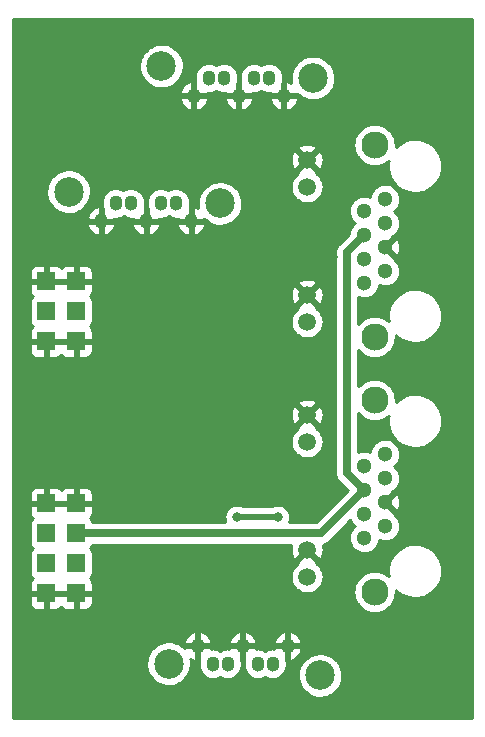
<source format=gbr>
G04 #@! TF.GenerationSoftware,KiCad,Pcbnew,(5.99.0-10394-g2e15de97e0)*
G04 #@! TF.CreationDate,2021-06-23T12:34:00+02:00*
G04 #@! TF.ProjectId,RFIQINT02A,52464951-494e-4543-9032-412e6b696361,REV*
G04 #@! TF.SameCoordinates,Original*
G04 #@! TF.FileFunction,Copper,L1,Top*
G04 #@! TF.FilePolarity,Positive*
%FSLAX46Y46*%
G04 Gerber Fmt 4.6, Leading zero omitted, Abs format (unit mm)*
G04 Created by KiCad (PCBNEW (5.99.0-10394-g2e15de97e0)) date 2021-06-23 12:34:00*
%MOMM*%
%LPD*%
G01*
G04 APERTURE LIST*
G04 Aperture macros list*
%AMRoundRect*
0 Rectangle with rounded corners*
0 $1 Rounding radius*
0 $2 $3 $4 $5 $6 $7 $8 $9 X,Y pos of 4 corners*
0 Add a 4 corners polygon primitive as box body*
4,1,4,$2,$3,$4,$5,$6,$7,$8,$9,$2,$3,0*
0 Add four circle primitives for the rounded corners*
1,1,$1+$1,$2,$3*
1,1,$1+$1,$4,$5*
1,1,$1+$1,$6,$7*
1,1,$1+$1,$8,$9*
0 Add four rect primitives between the rounded corners*
20,1,$1+$1,$2,$3,$4,$5,0*
20,1,$1+$1,$4,$5,$6,$7,0*
20,1,$1+$1,$6,$7,$8,$9,0*
20,1,$1+$1,$8,$9,$2,$3,0*%
G04 Aperture macros list end*
G04 #@! TA.AperFunction,ComponentPad*
%ADD10R,1.524000X1.524000*%
G04 #@! TD*
G04 #@! TA.AperFunction,ComponentPad*
%ADD11O,1.100000X1.300000*%
G04 #@! TD*
G04 #@! TA.AperFunction,ComponentPad*
%ADD12C,2.500000*%
G04 #@! TD*
G04 #@! TA.AperFunction,ComponentPad*
%ADD13C,1.300000*%
G04 #@! TD*
G04 #@! TA.AperFunction,ComponentPad*
%ADD14C,1.500000*%
G04 #@! TD*
G04 #@! TA.AperFunction,ComponentPad*
%ADD15C,2.300000*%
G04 #@! TD*
G04 #@! TA.AperFunction,ComponentPad*
%ADD16C,6.000000*%
G04 #@! TD*
G04 #@! TA.AperFunction,ComponentPad*
%ADD17C,0.600000*%
G04 #@! TD*
G04 #@! TA.AperFunction,SMDPad,CuDef*
%ADD18RoundRect,0.250000X-0.600000X-0.600000X0.600000X-0.600000X0.600000X0.600000X-0.600000X0.600000X0*%
G04 #@! TD*
G04 #@! TA.AperFunction,ViaPad*
%ADD19C,0.800000*%
G04 #@! TD*
G04 #@! TA.AperFunction,Conductor*
%ADD20C,0.700000*%
G04 #@! TD*
G04 #@! TA.AperFunction,Conductor*
%ADD21C,0.500000*%
G04 #@! TD*
G04 #@! TA.AperFunction,Conductor*
%ADD22C,0.254000*%
G04 #@! TD*
G04 APERTURE END LIST*
D10*
X3683000Y37739320D03*
X6223000Y37739320D03*
X3683000Y35199320D03*
X6223000Y35199320D03*
X3683000Y32659320D03*
X6223000Y32659320D03*
D11*
X23825200Y53465600D03*
X22555200Y54965600D03*
X21285200Y54965600D03*
X20015200Y53465600D03*
X18745200Y54965600D03*
X17475200Y54965600D03*
X16205200Y53465600D03*
D12*
X13455200Y55965600D03*
X26285200Y54965600D03*
D13*
X32385000Y44718320D03*
X30605000Y43698320D03*
X32385000Y42688320D03*
X30605000Y41668320D03*
X32385000Y40658320D03*
X30605000Y39638320D03*
X32385000Y38628320D03*
X30605000Y37608320D03*
D14*
X25785000Y48028320D03*
X25785000Y45738320D03*
X25785000Y36598320D03*
X25785000Y34308320D03*
D15*
X31495000Y33038320D03*
X31495000Y49298320D03*
D16*
X35560000Y55880000D03*
D13*
X32385000Y23128320D03*
X30605000Y22108320D03*
X32385000Y21098320D03*
X30605000Y20078320D03*
X32385000Y19068320D03*
X30605000Y18048320D03*
X32385000Y17038320D03*
X30605000Y16018320D03*
D14*
X25785000Y26438320D03*
X25785000Y24148320D03*
X25785000Y15008320D03*
X25785000Y12718320D03*
D15*
X31495000Y11448320D03*
X31495000Y27708320D03*
D11*
X15955000Y42843320D03*
X14685000Y44343320D03*
X13415000Y44343320D03*
X12145000Y42843320D03*
X10875000Y44343320D03*
X9605000Y44343320D03*
X8335000Y42843320D03*
D12*
X5585000Y45343320D03*
X18415000Y44343320D03*
D16*
X35560000Y5080000D03*
D11*
X16510000Y6878320D03*
X17780000Y5378320D03*
X19050000Y5378320D03*
X20320000Y6878320D03*
X21590000Y5378320D03*
X22860000Y5378320D03*
X24130000Y6878320D03*
D12*
X26880000Y4378320D03*
X14050000Y5378320D03*
D10*
X3683000Y18943320D03*
X6223000Y18943320D03*
X3683000Y16403320D03*
X6223000Y16403320D03*
X3683000Y13863320D03*
X6223000Y13863320D03*
X3683000Y11323320D03*
X6223000Y11323320D03*
D16*
X5080000Y4973320D03*
D17*
X12531000Y28595320D03*
X13631000Y28045320D03*
X13631000Y29145320D03*
X13631000Y28595320D03*
D18*
X13081000Y28595320D03*
D17*
X13081000Y28595320D03*
X13081000Y29145320D03*
X13081000Y28045320D03*
X12531000Y29145320D03*
X12531000Y28045320D03*
D16*
X5080000Y55773320D03*
D19*
X27000200Y7112000D03*
X25603200Y19100800D03*
X19659600Y11252200D03*
X26085800Y38404800D03*
X25679400Y42697400D03*
X19659600Y14122400D03*
X21920200Y48564800D03*
X17424400Y23672800D03*
X27940000Y39776400D03*
X35204400Y37896800D03*
X8178800Y11887200D03*
X19507200Y51460400D03*
X16332200Y24612600D03*
X8763000Y38684200D03*
X23317200Y47142400D03*
X17195800Y12319000D03*
X15214600Y41071800D03*
X10261600Y40081200D03*
X28397200Y5943600D03*
X20929600Y19024600D03*
X22936200Y27609800D03*
X16840200Y51358800D03*
X17801043Y29126769D03*
X20599400Y34594800D03*
X7264400Y23622000D03*
X17170400Y15036800D03*
X27660600Y25069800D03*
X7747000Y29260800D03*
X29362400Y14681200D03*
X35534600Y22428200D03*
X10109200Y8966200D03*
X9017000Y8966200D03*
X20599400Y9728200D03*
X17322800Y33020000D03*
X27838400Y37261800D03*
X29337000Y11887200D03*
X15621000Y31242000D03*
X17170400Y13614400D03*
X27787600Y31648400D03*
X25374600Y10718800D03*
X22402800Y44729400D03*
X20472400Y29235400D03*
X14909800Y39674800D03*
X19583400Y8382000D03*
X34747200Y19964400D03*
X16433800Y32181800D03*
X35204400Y40055800D03*
X35077400Y41783000D03*
X20497800Y27406600D03*
X26111200Y29413200D03*
X21615400Y21564600D03*
X30429200Y5791200D03*
X17145000Y21869400D03*
X23520400Y10464800D03*
X27762200Y29311600D03*
X26009600Y30734000D03*
X9245600Y27736800D03*
X25120600Y39319200D03*
X11176000Y8966200D03*
X17195800Y10718800D03*
X17195800Y34569400D03*
X19659600Y12750800D03*
X8178800Y10337800D03*
X20751800Y49961800D03*
X15392400Y25577800D03*
X20421600Y21336000D03*
X24257000Y30683200D03*
X12674600Y25247600D03*
X12700000Y23850600D03*
X24231600Y28879800D03*
X17195800Y9296400D03*
X21132800Y45821600D03*
X10642600Y27711400D03*
X19812000Y17805400D03*
X23291800Y17805400D03*
D20*
X6223000Y16403320D02*
X25775920Y16403320D01*
X30605000Y20078320D02*
X29133800Y21549520D01*
X30605000Y20078320D02*
X26930000Y16403320D01*
X29133800Y21793200D02*
X29133800Y40197120D01*
X26930000Y16403320D02*
X25775920Y16403320D01*
X29133800Y21549520D02*
X29133800Y21793200D01*
X29133800Y40197120D02*
X30605000Y41668320D01*
D21*
X19812000Y17805400D02*
X23291800Y17805400D01*
D22*
X39752000Y781320D02*
X888000Y781320D01*
X888000Y5418438D01*
X12161249Y5418438D01*
X12173790Y5157358D01*
X12176066Y5138822D01*
X12227059Y4882464D01*
X12232050Y4864467D01*
X12320375Y4618462D01*
X12327971Y4601402D01*
X12451687Y4371154D01*
X12461721Y4355403D01*
X12618112Y4145971D01*
X12630364Y4131877D01*
X12815992Y3947861D01*
X12830193Y3935732D01*
X13040982Y3781175D01*
X13056820Y3771278D01*
X13288139Y3649576D01*
X13305265Y3642130D01*
X13552032Y3555955D01*
X13570071Y3551121D01*
X13826864Y3502367D01*
X13845419Y3500253D01*
X14106598Y3489991D01*
X14125262Y3490643D01*
X14385089Y3519099D01*
X14403452Y3522502D01*
X14656219Y3589050D01*
X14673876Y3595130D01*
X14914031Y3698308D01*
X14930597Y3706932D01*
X15152862Y3844475D01*
X15167971Y3855452D01*
X15367465Y4024336D01*
X15380785Y4037425D01*
X15553126Y4233941D01*
X15564365Y4248856D01*
X15705765Y4468688D01*
X15714676Y4485100D01*
X15822030Y4723416D01*
X15828417Y4740966D01*
X15899366Y4992534D01*
X15903090Y5010834D01*
X15936076Y5270125D01*
X15937040Y5282727D01*
X15939457Y5375021D01*
X15939154Y5387658D01*
X15928069Y5536818D01*
X16595500Y5536818D01*
X16595500Y5227326D01*
X16596101Y5215031D01*
X16611355Y5059457D01*
X16616132Y5035334D01*
X16676123Y4836634D01*
X16685494Y4813899D01*
X16782937Y4630635D01*
X16796545Y4610152D01*
X16927729Y4449306D01*
X16945056Y4431858D01*
X17104982Y4299555D01*
X17125369Y4285803D01*
X17307948Y4187083D01*
X17330618Y4177554D01*
X17528895Y4116177D01*
X17552983Y4111232D01*
X17759404Y4089536D01*
X17783995Y4089365D01*
X17990700Y4108177D01*
X18014855Y4112784D01*
X18213969Y4171386D01*
X18236769Y4180598D01*
X18416329Y4274470D01*
X18577948Y4187083D01*
X18600618Y4177554D01*
X18798895Y4116177D01*
X18822983Y4111232D01*
X19029404Y4089536D01*
X19053995Y4089365D01*
X19260700Y4108177D01*
X19284855Y4112784D01*
X19483969Y4171386D01*
X19506769Y4180598D01*
X19690708Y4276759D01*
X19711285Y4290224D01*
X19873044Y4420281D01*
X19890614Y4437487D01*
X20024030Y4596487D01*
X20037923Y4616777D01*
X20137915Y4798662D01*
X20147602Y4821264D01*
X20210362Y5019107D01*
X20215475Y5043161D01*
X20233715Y5205777D01*
X20234500Y5219822D01*
X20234500Y5529314D01*
X20234133Y5536818D01*
X20405500Y5536818D01*
X20405500Y5227326D01*
X20406101Y5215031D01*
X20421355Y5059457D01*
X20426132Y5035334D01*
X20486123Y4836634D01*
X20495494Y4813899D01*
X20592937Y4630635D01*
X20606545Y4610152D01*
X20737729Y4449306D01*
X20755056Y4431858D01*
X20914982Y4299555D01*
X20935369Y4285803D01*
X21117948Y4187083D01*
X21140618Y4177554D01*
X21338895Y4116177D01*
X21362983Y4111232D01*
X21569404Y4089536D01*
X21593995Y4089365D01*
X21800700Y4108177D01*
X21824855Y4112784D01*
X22023969Y4171386D01*
X22046769Y4180598D01*
X22226329Y4274470D01*
X22387948Y4187083D01*
X22410618Y4177554D01*
X22608895Y4116177D01*
X22632983Y4111232D01*
X22839404Y4089536D01*
X22863995Y4089365D01*
X23070700Y4108177D01*
X23094855Y4112784D01*
X23293969Y4171386D01*
X23316769Y4180598D01*
X23500708Y4276759D01*
X23521285Y4290224D01*
X23680752Y4418438D01*
X24991249Y4418438D01*
X25003790Y4157358D01*
X25006066Y4138822D01*
X25057059Y3882464D01*
X25062050Y3864467D01*
X25150375Y3618462D01*
X25157971Y3601402D01*
X25281687Y3371154D01*
X25291721Y3355403D01*
X25448112Y3145971D01*
X25460364Y3131877D01*
X25645992Y2947861D01*
X25660193Y2935732D01*
X25870982Y2781175D01*
X25886820Y2771278D01*
X26118139Y2649576D01*
X26135265Y2642130D01*
X26382032Y2555955D01*
X26400071Y2551121D01*
X26656864Y2502367D01*
X26675419Y2500253D01*
X26936598Y2489991D01*
X26955262Y2490643D01*
X27215089Y2519099D01*
X27233452Y2522502D01*
X27486219Y2589050D01*
X27503876Y2595130D01*
X27744031Y2698308D01*
X27760597Y2706932D01*
X27982862Y2844475D01*
X27997971Y2855452D01*
X28197465Y3024336D01*
X28210785Y3037425D01*
X28383126Y3233941D01*
X28394365Y3248856D01*
X28535765Y3468688D01*
X28544676Y3485100D01*
X28652030Y3723416D01*
X28658417Y3740966D01*
X28729366Y3992534D01*
X28733090Y4010834D01*
X28766076Y4270125D01*
X28767040Y4282727D01*
X28769457Y4375021D01*
X28769154Y4387658D01*
X28749783Y4648320D01*
X28747022Y4666790D01*
X28689336Y4921726D01*
X28683876Y4939585D01*
X28589142Y5183193D01*
X28581102Y5200049D01*
X28451401Y5426980D01*
X28440958Y5442463D01*
X28279139Y5647729D01*
X28266522Y5661498D01*
X28076140Y5840592D01*
X28061626Y5852345D01*
X27846863Y6001331D01*
X27830773Y6010809D01*
X27596348Y6126415D01*
X27579032Y6133411D01*
X27330094Y6213096D01*
X27311935Y6217456D01*
X27053953Y6259471D01*
X27035349Y6261098D01*
X26773991Y6264520D01*
X26755349Y6263380D01*
X26496356Y6228132D01*
X26478090Y6224249D01*
X26227151Y6151107D01*
X26209658Y6144567D01*
X25972287Y6035138D01*
X25955953Y6026084D01*
X25737364Y5882771D01*
X25722548Y5871402D01*
X25527543Y5697353D01*
X25514570Y5683919D01*
X25347433Y5482959D01*
X25336588Y5467755D01*
X25200991Y5244297D01*
X25192513Y5227658D01*
X25091434Y4986613D01*
X25085508Y4968902D01*
X25021169Y4715564D01*
X25017926Y4697173D01*
X24991738Y4437107D01*
X24991249Y4418438D01*
X23680752Y4418438D01*
X23683044Y4420281D01*
X23700614Y4437487D01*
X23834030Y4596487D01*
X23847923Y4616777D01*
X23947915Y4798662D01*
X23957602Y4821264D01*
X24020362Y5019107D01*
X24025475Y5043161D01*
X24043715Y5205777D01*
X24044500Y5219822D01*
X24044500Y5529314D01*
X24043899Y5541609D01*
X24028645Y5697183D01*
X24023868Y5721306D01*
X24002000Y5793736D01*
X24002000Y6624320D01*
X24258000Y6624320D01*
X24258000Y5750282D01*
X24278002Y5682161D01*
X24331658Y5635668D01*
X24401932Y5625564D01*
X24419575Y5629408D01*
X24563782Y5671850D01*
X24586582Y5681062D01*
X24770435Y5777178D01*
X24791012Y5790644D01*
X24952694Y5920640D01*
X24970263Y5937844D01*
X25103617Y6096768D01*
X25117511Y6117059D01*
X25217456Y6298859D01*
X25227143Y6321461D01*
X25289873Y6519211D01*
X25294986Y6543266D01*
X25302502Y6610276D01*
X25290217Y6680201D01*
X25242078Y6732385D01*
X25177287Y6750320D01*
X24384000Y6750320D01*
X24315879Y6730318D01*
X24269386Y6676662D01*
X24258000Y6624320D01*
X24002000Y6624320D01*
X23981998Y6692441D01*
X23928342Y6738934D01*
X23876000Y6750320D01*
X23082100Y6750320D01*
X23013979Y6730318D01*
X22967486Y6676662D01*
X22964421Y6658294D01*
X22880596Y6667104D01*
X22856005Y6667275D01*
X22649300Y6648463D01*
X22625145Y6643856D01*
X22426031Y6585254D01*
X22403231Y6576042D01*
X22223671Y6482170D01*
X22062052Y6569557D01*
X22039382Y6579086D01*
X21841105Y6640463D01*
X21817017Y6645408D01*
X21610596Y6667104D01*
X21586005Y6667275D01*
X21484117Y6658002D01*
X21480217Y6680201D01*
X21432078Y6732385D01*
X21367287Y6750320D01*
X20574000Y6750320D01*
X20505879Y6730318D01*
X20459386Y6676662D01*
X20448000Y6624320D01*
X20448000Y5795417D01*
X20429638Y5737533D01*
X20424525Y5713479D01*
X20406285Y5550863D01*
X20405500Y5536818D01*
X20234133Y5536818D01*
X20233899Y5541609D01*
X20218645Y5697183D01*
X20213868Y5721306D01*
X20192000Y5793736D01*
X20192000Y6624320D01*
X20171998Y6692441D01*
X20118342Y6738934D01*
X20066000Y6750320D01*
X19272100Y6750320D01*
X19203979Y6730318D01*
X19157486Y6676662D01*
X19154421Y6658294D01*
X19070596Y6667104D01*
X19046005Y6667275D01*
X18839300Y6648463D01*
X18815145Y6643856D01*
X18616031Y6585254D01*
X18593231Y6576042D01*
X18413671Y6482170D01*
X18252052Y6569557D01*
X18229382Y6579086D01*
X18031105Y6640463D01*
X18007017Y6645408D01*
X17800596Y6667104D01*
X17776005Y6667275D01*
X17674117Y6658002D01*
X17670217Y6680201D01*
X17622078Y6732385D01*
X17557287Y6750320D01*
X16764000Y6750320D01*
X16695879Y6730318D01*
X16649386Y6676662D01*
X16638000Y6624320D01*
X16638000Y5795417D01*
X16619638Y5737533D01*
X16614525Y5713479D01*
X16596285Y5550863D01*
X16595500Y5536818D01*
X15928069Y5536818D01*
X15919783Y5648320D01*
X15917022Y5666790D01*
X15894787Y5765055D01*
X16038142Y5687543D01*
X16060813Y5678014D01*
X16218742Y5629128D01*
X16289731Y5628092D01*
X16350010Y5665600D01*
X16380443Y5729744D01*
X16382000Y5749493D01*
X16382000Y6624320D01*
X16361998Y6692441D01*
X16308342Y6738934D01*
X16256000Y6750320D01*
X15462100Y6750320D01*
X15393979Y6730318D01*
X15380231Y6714452D01*
X15246140Y6840592D01*
X15231626Y6852345D01*
X15016863Y7001331D01*
X15000773Y7010809D01*
X14766348Y7126415D01*
X14749032Y7133411D01*
X14708566Y7146364D01*
X15337498Y7146364D01*
X15349783Y7076439D01*
X15397922Y7024255D01*
X15462713Y7006320D01*
X16256000Y7006320D01*
X16324121Y7026322D01*
X16370614Y7079978D01*
X16382000Y7132320D01*
X16382000Y8006358D01*
X16381768Y8007147D01*
X16638000Y8007147D01*
X16638000Y7132320D01*
X16658002Y7064199D01*
X16711658Y7017706D01*
X16764000Y7006320D01*
X17557900Y7006320D01*
X17626021Y7026322D01*
X17672514Y7079978D01*
X17683299Y7144616D01*
X17683128Y7146364D01*
X19147498Y7146364D01*
X19159783Y7076439D01*
X19207922Y7024255D01*
X19272713Y7006320D01*
X20066000Y7006320D01*
X20134121Y7026322D01*
X20180614Y7079978D01*
X20192000Y7132320D01*
X20192000Y8006358D01*
X20191768Y8007147D01*
X20448000Y8007147D01*
X20448000Y7132320D01*
X20468002Y7064199D01*
X20521658Y7017706D01*
X20574000Y7006320D01*
X21367900Y7006320D01*
X21436021Y7026322D01*
X21482514Y7079978D01*
X21493299Y7144616D01*
X21493128Y7146364D01*
X22957498Y7146364D01*
X22969783Y7076439D01*
X23017922Y7024255D01*
X23082713Y7006320D01*
X23876000Y7006320D01*
X23944121Y7026322D01*
X23990614Y7079978D01*
X24002000Y7132320D01*
X24002000Y8006358D01*
X24001768Y8007147D01*
X24258000Y8007147D01*
X24258000Y7132320D01*
X24278002Y7064199D01*
X24331658Y7017706D01*
X24384000Y7006320D01*
X25177900Y7006320D01*
X25246021Y7026322D01*
X25292514Y7079978D01*
X25303299Y7144616D01*
X25298154Y7197087D01*
X25293377Y7221209D01*
X25233414Y7419816D01*
X25224043Y7442551D01*
X25126646Y7625728D01*
X25113038Y7646210D01*
X24981917Y7806981D01*
X24964589Y7824431D01*
X24804737Y7956672D01*
X24784351Y7970423D01*
X24601858Y8069097D01*
X24579187Y8078626D01*
X24421258Y8127512D01*
X24350269Y8128548D01*
X24289990Y8091040D01*
X24259557Y8026896D01*
X24258000Y8007147D01*
X24001768Y8007147D01*
X23981998Y8074479D01*
X23928342Y8120972D01*
X23858068Y8131076D01*
X23840425Y8127232D01*
X23696218Y8084790D01*
X23673418Y8075578D01*
X23489565Y7979462D01*
X23468988Y7965996D01*
X23307306Y7836000D01*
X23289737Y7818796D01*
X23156383Y7659872D01*
X23142489Y7639581D01*
X23042544Y7457781D01*
X23032857Y7435179D01*
X22970127Y7237429D01*
X22965014Y7213374D01*
X22957498Y7146364D01*
X21493128Y7146364D01*
X21488154Y7197087D01*
X21483377Y7221209D01*
X21423414Y7419816D01*
X21414043Y7442551D01*
X21316646Y7625728D01*
X21303038Y7646210D01*
X21171917Y7806981D01*
X21154589Y7824431D01*
X20994737Y7956672D01*
X20974351Y7970423D01*
X20791858Y8069097D01*
X20769187Y8078626D01*
X20611258Y8127512D01*
X20540269Y8128548D01*
X20479990Y8091040D01*
X20449557Y8026896D01*
X20448000Y8007147D01*
X20191768Y8007147D01*
X20171998Y8074479D01*
X20118342Y8120972D01*
X20048068Y8131076D01*
X20030425Y8127232D01*
X19886218Y8084790D01*
X19863418Y8075578D01*
X19679565Y7979462D01*
X19658988Y7965996D01*
X19497306Y7836000D01*
X19479737Y7818796D01*
X19346383Y7659872D01*
X19332489Y7639581D01*
X19232544Y7457781D01*
X19222857Y7435179D01*
X19160127Y7237429D01*
X19155014Y7213374D01*
X19147498Y7146364D01*
X17683128Y7146364D01*
X17678154Y7197087D01*
X17673377Y7221209D01*
X17613414Y7419816D01*
X17604043Y7442551D01*
X17506646Y7625728D01*
X17493038Y7646210D01*
X17361917Y7806981D01*
X17344589Y7824431D01*
X17184737Y7956672D01*
X17164351Y7970423D01*
X16981858Y8069097D01*
X16959187Y8078626D01*
X16801258Y8127512D01*
X16730269Y8128548D01*
X16669990Y8091040D01*
X16639557Y8026896D01*
X16638000Y8007147D01*
X16381768Y8007147D01*
X16361998Y8074479D01*
X16308342Y8120972D01*
X16238068Y8131076D01*
X16220425Y8127232D01*
X16076218Y8084790D01*
X16053418Y8075578D01*
X15869565Y7979462D01*
X15848988Y7965996D01*
X15687306Y7836000D01*
X15669737Y7818796D01*
X15536383Y7659872D01*
X15522489Y7639581D01*
X15422544Y7457781D01*
X15412857Y7435179D01*
X15350127Y7237429D01*
X15345014Y7213374D01*
X15337498Y7146364D01*
X14708566Y7146364D01*
X14500094Y7213096D01*
X14481935Y7217456D01*
X14223953Y7259471D01*
X14205349Y7261098D01*
X13943991Y7264520D01*
X13925349Y7263380D01*
X13666356Y7228132D01*
X13648090Y7224249D01*
X13397151Y7151107D01*
X13379658Y7144567D01*
X13142287Y7035138D01*
X13125953Y7026084D01*
X12907364Y6882771D01*
X12892548Y6871402D01*
X12697543Y6697353D01*
X12684570Y6683919D01*
X12517433Y6482959D01*
X12506588Y6467755D01*
X12370991Y6244297D01*
X12362513Y6227658D01*
X12261434Y5986613D01*
X12255508Y5968902D01*
X12191169Y5715564D01*
X12187926Y5697173D01*
X12161738Y5437107D01*
X12161249Y5418438D01*
X888000Y5418438D01*
X888000Y11069320D01*
X2282000Y11069320D01*
X2282000Y10561320D01*
X2282321Y10552331D01*
X2287543Y10479323D01*
X2292326Y10452814D01*
X2333463Y10312714D01*
X2348361Y10280092D01*
X2427302Y10157256D01*
X2450788Y10130151D01*
X2561139Y10034532D01*
X2591309Y10015143D01*
X2724129Y9954486D01*
X2758539Y9944382D01*
X2903068Y9923602D01*
X2921000Y9922320D01*
X3429000Y9922320D01*
X3497121Y9942322D01*
X3543614Y9995978D01*
X3555000Y10048320D01*
X3555000Y11069320D01*
X3811000Y11069320D01*
X3811000Y10048320D01*
X3831002Y9980199D01*
X3884658Y9933706D01*
X3937000Y9922320D01*
X4445000Y9922320D01*
X4453989Y9922641D01*
X4526997Y9927863D01*
X4553506Y9932646D01*
X4693606Y9973783D01*
X4726228Y9988681D01*
X4849064Y10067622D01*
X4876169Y10091108D01*
X4952902Y10179663D01*
X4967302Y10157256D01*
X4990788Y10130151D01*
X5101139Y10034532D01*
X5131309Y10015143D01*
X5264129Y9954486D01*
X5298539Y9944382D01*
X5443068Y9923602D01*
X5461000Y9922320D01*
X5969000Y9922320D01*
X6037121Y9942322D01*
X6083614Y9995978D01*
X6095000Y10048320D01*
X6095000Y11069320D01*
X6351000Y11069320D01*
X6351000Y10048320D01*
X6371002Y9980199D01*
X6424658Y9933706D01*
X6477000Y9922320D01*
X6985000Y9922320D01*
X6993989Y9922641D01*
X7066997Y9927863D01*
X7093506Y9932646D01*
X7233606Y9973783D01*
X7266228Y9988681D01*
X7389064Y10067622D01*
X7416169Y10091108D01*
X7511788Y10201459D01*
X7531177Y10231629D01*
X7591834Y10364449D01*
X7601938Y10398859D01*
X7622718Y10543388D01*
X7624000Y10561320D01*
X7624000Y11069320D01*
X7603998Y11137441D01*
X7550342Y11183934D01*
X7498000Y11195320D01*
X6477000Y11195320D01*
X6408879Y11175318D01*
X6362386Y11121662D01*
X6351000Y11069320D01*
X6095000Y11069320D01*
X6074998Y11137441D01*
X6021342Y11183934D01*
X5969000Y11195320D01*
X3937000Y11195320D01*
X3868879Y11175318D01*
X3822386Y11121662D01*
X3811000Y11069320D01*
X3555000Y11069320D01*
X3534998Y11137441D01*
X3481342Y11183934D01*
X3429000Y11195320D01*
X2408000Y11195320D01*
X2339879Y11175318D01*
X2293386Y11121662D01*
X2282000Y11069320D01*
X888000Y11069320D01*
X888000Y17165320D01*
X2281500Y17165320D01*
X2281500Y15641320D01*
X2281821Y15632331D01*
X2287048Y15559252D01*
X2291831Y15532743D01*
X2333008Y15392506D01*
X2347906Y15359883D01*
X2426925Y15236928D01*
X2450410Y15209825D01*
X2538520Y15133477D01*
X2516608Y15119395D01*
X2489505Y15095910D01*
X2393792Y14985452D01*
X2374402Y14955281D01*
X2313686Y14822332D01*
X2303582Y14787921D01*
X2282782Y14643251D01*
X2281500Y14625320D01*
X2281500Y13101320D01*
X2281821Y13092331D01*
X2287048Y13019252D01*
X2291831Y12992743D01*
X2333008Y12852506D01*
X2347906Y12819883D01*
X2426925Y12696928D01*
X2450410Y12669825D01*
X2538909Y12593139D01*
X2516936Y12579018D01*
X2489831Y12555532D01*
X2394212Y12445181D01*
X2374823Y12415011D01*
X2314166Y12282191D01*
X2304062Y12247781D01*
X2283282Y12103252D01*
X2282000Y12085320D01*
X2282000Y11577320D01*
X2302002Y11509199D01*
X2355658Y11462706D01*
X2408000Y11451320D01*
X7498000Y11451320D01*
X7566121Y11471322D01*
X7612614Y11524978D01*
X7624000Y11577320D01*
X7624000Y12085320D01*
X7623679Y12094309D01*
X7618457Y12167317D01*
X7613674Y12193826D01*
X7572537Y12333926D01*
X7557639Y12366548D01*
X7478698Y12489384D01*
X7455212Y12516489D01*
X7367046Y12592884D01*
X7389392Y12607245D01*
X7416495Y12630730D01*
X7426506Y12642283D01*
X24398036Y12642283D01*
X24399443Y12619925D01*
X24433422Y12397874D01*
X24438765Y12376120D01*
X24511528Y12163595D01*
X24520640Y12143129D01*
X24629889Y11946849D01*
X24642480Y11928322D01*
X24784760Y11754489D01*
X24800434Y11738484D01*
X24971248Y11592595D01*
X24989508Y11579618D01*
X25183458Y11466283D01*
X25203727Y11456745D01*
X25414681Y11379547D01*
X25436319Y11373749D01*
X25657610Y11335127D01*
X25679933Y11333253D01*
X25904566Y11334429D01*
X25926868Y11336537D01*
X26147742Y11377474D01*
X26169318Y11383498D01*
X26367027Y11458206D01*
X29705888Y11458206D01*
X29705888Y11438434D01*
X29726368Y11178205D01*
X29729461Y11158677D01*
X29790398Y10904856D01*
X29796508Y10886051D01*
X29896402Y10644888D01*
X29905378Y10627272D01*
X30041767Y10404704D01*
X30053389Y10388708D01*
X30222917Y10190217D01*
X30236897Y10176237D01*
X30435388Y10006709D01*
X30451384Y9995087D01*
X30673952Y9858698D01*
X30691568Y9849722D01*
X30932731Y9749828D01*
X30951536Y9743718D01*
X31205357Y9682781D01*
X31224885Y9679688D01*
X31485114Y9659208D01*
X31504886Y9659208D01*
X31765115Y9679688D01*
X31784643Y9682781D01*
X32038464Y9743718D01*
X32057269Y9749828D01*
X32298432Y9849722D01*
X32316048Y9858698D01*
X32538616Y9995087D01*
X32554612Y10006709D01*
X32753103Y10176237D01*
X32767083Y10190217D01*
X32936611Y10388708D01*
X32948233Y10404704D01*
X33084622Y10627272D01*
X33093598Y10644888D01*
X33193492Y10886051D01*
X33199602Y10904856D01*
X33260539Y11158677D01*
X33263632Y11178205D01*
X33284112Y11438434D01*
X33284112Y11458206D01*
X33268691Y11654155D01*
X33334354Y11581992D01*
X33346725Y11570129D01*
X33572504Y11381349D01*
X33586371Y11371275D01*
X33835680Y11214883D01*
X33850785Y11206783D01*
X34119013Y11085673D01*
X34135078Y11079699D01*
X34417261Y10996113D01*
X34433988Y10992374D01*
X34724904Y10947858D01*
X34741984Y10946424D01*
X35036250Y10941801D01*
X35053366Y10942698D01*
X35345536Y10978055D01*
X35362372Y10981266D01*
X35647041Y11055947D01*
X35663286Y11061414D01*
X35935186Y11174039D01*
X35950538Y11181660D01*
X36204637Y11330143D01*
X36218813Y11339777D01*
X36450410Y11521372D01*
X36463148Y11532841D01*
X36667957Y11744187D01*
X36679020Y11757279D01*
X36853250Y11994466D01*
X36862434Y12008937D01*
X37002863Y12267575D01*
X37009998Y12283159D01*
X37114027Y12558462D01*
X37118981Y12574870D01*
X37184684Y12861744D01*
X37187365Y12878673D01*
X37213527Y13171810D01*
X37214019Y13181693D01*
X37214493Y13227002D01*
X37214208Y13236890D01*
X37194191Y13530511D01*
X37191865Y13547492D01*
X37132184Y13835679D01*
X37127575Y13852188D01*
X37029335Y14129609D01*
X37022528Y14145339D01*
X36887547Y14406861D01*
X36878668Y14421522D01*
X36709442Y14662306D01*
X36698656Y14675626D01*
X36498319Y14891215D01*
X36485824Y14902948D01*
X36258081Y15089353D01*
X36244110Y15099282D01*
X35993176Y15253054D01*
X35977987Y15260994D01*
X35708505Y15379289D01*
X35692378Y15385095D01*
X35409336Y15465721D01*
X35392571Y15469285D01*
X35101205Y15510753D01*
X35084111Y15512008D01*
X34789813Y15513549D01*
X34772707Y15512473D01*
X34480922Y15474059D01*
X34464120Y15470671D01*
X34180249Y15393012D01*
X34164063Y15387376D01*
X33893358Y15271911D01*
X33878086Y15264129D01*
X33625555Y15112992D01*
X33611480Y15103210D01*
X33381798Y14919200D01*
X33369182Y14907599D01*
X33166598Y14694120D01*
X33155673Y14680913D01*
X32983935Y14441915D01*
X32974903Y14427348D01*
X32837190Y14167254D01*
X32830218Y14151596D01*
X32729079Y13875218D01*
X32724297Y13858759D01*
X32661601Y13571213D01*
X32659097Y13554257D01*
X32636007Y13260862D01*
X32635828Y13243723D01*
X32652769Y12949909D01*
X32654917Y12932905D01*
X32685236Y12778367D01*
X32554612Y12889931D01*
X32538616Y12901553D01*
X32316048Y13037942D01*
X32298432Y13046918D01*
X32057269Y13146812D01*
X32038464Y13152922D01*
X31784643Y13213859D01*
X31765115Y13216952D01*
X31504886Y13237432D01*
X31485114Y13237432D01*
X31224885Y13216952D01*
X31205357Y13213859D01*
X30951536Y13152922D01*
X30932731Y13146812D01*
X30691568Y13046918D01*
X30673952Y13037942D01*
X30451384Y12901553D01*
X30435388Y12889931D01*
X30236897Y12720403D01*
X30222917Y12706423D01*
X30053389Y12507932D01*
X30041767Y12491936D01*
X29905378Y12269368D01*
X29896402Y12251752D01*
X29796508Y12010589D01*
X29790398Y11991784D01*
X29729461Y11737963D01*
X29726368Y11718435D01*
X29705888Y11458206D01*
X26367027Y11458206D01*
X26379452Y11462901D01*
X26399620Y11472651D01*
X26592373Y11588011D01*
X26610496Y11601178D01*
X26779773Y11748848D01*
X26795278Y11765016D01*
X26935730Y11940329D01*
X26948127Y11958988D01*
X27055314Y12156402D01*
X27064211Y12176961D01*
X27134745Y12390236D01*
X27139860Y12412046D01*
X27171511Y12634441D01*
X27172725Y12648895D01*
X27174457Y12715021D01*
X27174001Y12729521D01*
X27154032Y12953268D01*
X27150065Y12975315D01*
X27090790Y13191989D01*
X27082982Y13212985D01*
X26986274Y13415738D01*
X26974870Y13435020D01*
X26843785Y13617443D01*
X26829148Y13634401D01*
X26667831Y13790728D01*
X26650422Y13804826D01*
X26558711Y13866453D01*
X26590340Y13900686D01*
X26602679Y13970603D01*
X26575260Y14036091D01*
X26566549Y14045751D01*
X25874096Y14738205D01*
X25811783Y14772230D01*
X25740968Y14767166D01*
X25695904Y14738205D01*
X25002986Y14045286D01*
X24968961Y13982974D01*
X24974026Y13912158D01*
X25007784Y13867063D01*
X24853063Y13748342D01*
X24836573Y13733179D01*
X24685390Y13567031D01*
X24671847Y13549187D01*
X24552476Y13358893D01*
X24542306Y13338933D01*
X24458520Y13130508D01*
X24452045Y13109063D01*
X24406492Y12889094D01*
X24403917Y12866842D01*
X24398036Y12642283D01*
X7426506Y12642283D01*
X7512208Y12741188D01*
X7531598Y12771359D01*
X7592314Y12904308D01*
X7602418Y12938719D01*
X7623218Y13083389D01*
X7624500Y13101320D01*
X7624500Y14625320D01*
X7624179Y14634309D01*
X7618952Y14707388D01*
X7614169Y14733897D01*
X7572992Y14874134D01*
X7558094Y14906757D01*
X7479075Y15029712D01*
X7455590Y15056815D01*
X7367480Y15133163D01*
X7389392Y15147245D01*
X7416495Y15170730D01*
X7512208Y15281188D01*
X7531598Y15311359D01*
X7580674Y15418820D01*
X24458532Y15418820D01*
X24452523Y15398918D01*
X24406988Y15179037D01*
X24404413Y15156784D01*
X24398535Y14932314D01*
X24399942Y14909957D01*
X24433907Y14687993D01*
X24439250Y14666238D01*
X24511985Y14453798D01*
X24521097Y14433334D01*
X24621535Y14252883D01*
X24672142Y14203088D01*
X24741636Y14188559D01*
X24807953Y14213907D01*
X24820725Y14225066D01*
X25785000Y15189340D01*
X26750054Y14224287D01*
X26812366Y14190261D01*
X26883182Y14195326D01*
X26940017Y14237873D01*
X26949880Y14253260D01*
X27054855Y14446600D01*
X27063752Y14467159D01*
X27134258Y14680350D01*
X27139373Y14702159D01*
X27171012Y14924466D01*
X27172226Y14938921D01*
X27173957Y15005021D01*
X27173501Y15019521D01*
X27153540Y15243179D01*
X27149573Y15265226D01*
X27103955Y15431976D01*
X27129031Y15434700D01*
X27152204Y15439795D01*
X27152637Y15439853D01*
X27154093Y15440211D01*
X27155614Y15440545D01*
X27156044Y15440690D01*
X27179068Y15446344D01*
X27255402Y15474127D01*
X27332386Y15500035D01*
X27353916Y15509983D01*
X27354341Y15510138D01*
X27355727Y15510820D01*
X27357086Y15511448D01*
X27357461Y15511674D01*
X27378755Y15522152D01*
X27447341Y15565678D01*
X27516966Y15607513D01*
X27535851Y15621847D01*
X27536240Y15622094D01*
X27552712Y15634554D01*
X27557800Y15639104D01*
X27562904Y15643932D01*
X27617691Y15698719D01*
X27674161Y15752120D01*
X27691703Y15772731D01*
X29435571Y17516599D01*
X29482953Y17413819D01*
X29494482Y17393849D01*
X29617371Y17219966D01*
X29632347Y17202433D01*
X29784865Y17053857D01*
X29802784Y17039346D01*
X29813085Y17032463D01*
X29677950Y16913953D01*
X29662077Y16897227D01*
X29530257Y16730014D01*
X29517699Y16710675D01*
X29418558Y16522239D01*
X29409734Y16500936D01*
X29346593Y16297589D01*
X29341798Y16275034D01*
X29316772Y16063586D01*
X29316169Y16040536D01*
X29330095Y15828067D01*
X29333702Y15805293D01*
X29386114Y15598921D01*
X29393811Y15577185D01*
X29482953Y15383819D01*
X29494482Y15363849D01*
X29617371Y15189966D01*
X29632347Y15172433D01*
X29784865Y15023857D01*
X29802784Y15009346D01*
X29979824Y14891051D01*
X30000089Y14880048D01*
X30195722Y14795998D01*
X30217651Y14788873D01*
X30425325Y14741881D01*
X30448186Y14738871D01*
X30660946Y14730512D01*
X30683973Y14731719D01*
X30894694Y14762272D01*
X30917115Y14767655D01*
X31118739Y14836097D01*
X31139804Y14845475D01*
X31325580Y14949514D01*
X31344583Y14962575D01*
X31508288Y15098727D01*
X31524593Y15115032D01*
X31660745Y15278737D01*
X31673806Y15297740D01*
X31777845Y15483516D01*
X31787223Y15504581D01*
X31855665Y15706205D01*
X31861048Y15728626D01*
X31879698Y15857253D01*
X31975722Y15815998D01*
X31997651Y15808873D01*
X32205325Y15761881D01*
X32228186Y15758871D01*
X32440946Y15750512D01*
X32463973Y15751719D01*
X32674694Y15782272D01*
X32697115Y15787655D01*
X32898739Y15856097D01*
X32919804Y15865475D01*
X33105580Y15969514D01*
X33124583Y15982575D01*
X33288288Y16118727D01*
X33304593Y16135032D01*
X33440745Y16298737D01*
X33453806Y16317740D01*
X33557845Y16503516D01*
X33567223Y16524581D01*
X33635665Y16726205D01*
X33641048Y16748626D01*
X33671601Y16959347D01*
X33672862Y16974128D01*
X33674457Y17035021D01*
X33673971Y17049849D01*
X33654488Y17261880D01*
X33650286Y17284552D01*
X33592490Y17489482D01*
X33584227Y17511009D01*
X33490053Y17701975D01*
X33478005Y17721636D01*
X33350607Y17892242D01*
X33335178Y17909377D01*
X33178823Y18053911D01*
X33160529Y18067949D01*
X33128919Y18087893D01*
X33131178Y18098842D01*
X33105656Y18165092D01*
X33094697Y18177603D01*
X32203980Y19068320D01*
X32230763Y19095103D01*
X32621089Y19095103D01*
X32626154Y19024288D01*
X32655115Y18979225D01*
X33275717Y18358623D01*
X33338029Y18324597D01*
X33408844Y18329662D01*
X33465680Y18372209D01*
X33474747Y18386152D01*
X33557388Y18533719D01*
X33566766Y18554784D01*
X33635179Y18756322D01*
X33640562Y18778743D01*
X33671102Y18989373D01*
X33672363Y19004154D01*
X33673957Y19065021D01*
X33673471Y19079849D01*
X33653996Y19291789D01*
X33649794Y19314461D01*
X33592023Y19519303D01*
X33583760Y19540830D01*
X33489627Y19731714D01*
X33477576Y19751378D01*
X33466997Y19765544D01*
X33410211Y19808157D01*
X33339401Y19813303D01*
X33276947Y19779247D01*
X32655115Y19157415D01*
X32621089Y19095103D01*
X32230763Y19095103D01*
X33093468Y19957808D01*
X33127494Y20020120D01*
X33125815Y20043599D01*
X33288288Y20178727D01*
X33304593Y20195032D01*
X33440745Y20358737D01*
X33453806Y20377740D01*
X33557845Y20563516D01*
X33567223Y20584581D01*
X33635665Y20786205D01*
X33641048Y20808626D01*
X33671601Y21019347D01*
X33672862Y21034128D01*
X33674457Y21095021D01*
X33673971Y21109849D01*
X33654488Y21321880D01*
X33650286Y21344552D01*
X33592490Y21549482D01*
X33584227Y21571009D01*
X33490053Y21761975D01*
X33478005Y21781636D01*
X33350607Y21952242D01*
X33335178Y21969377D01*
X33178823Y22113911D01*
X33176462Y22115723D01*
X33288288Y22208727D01*
X33304593Y22225032D01*
X33440745Y22388737D01*
X33453806Y22407740D01*
X33557845Y22593516D01*
X33567223Y22614581D01*
X33635665Y22816205D01*
X33641048Y22838626D01*
X33671601Y23049347D01*
X33672862Y23064128D01*
X33674457Y23125021D01*
X33673971Y23139849D01*
X33654488Y23351880D01*
X33650286Y23374552D01*
X33592490Y23579482D01*
X33584227Y23601009D01*
X33490053Y23791975D01*
X33478005Y23811636D01*
X33350607Y23982242D01*
X33335178Y23999377D01*
X33178823Y24143911D01*
X33160529Y24157949D01*
X32980453Y24271568D01*
X32959908Y24282036D01*
X32762142Y24360937D01*
X32740033Y24367486D01*
X32531200Y24409025D01*
X32508268Y24411435D01*
X32295362Y24414222D01*
X32272375Y24412413D01*
X32062526Y24376355D01*
X32040253Y24370387D01*
X31840489Y24296690D01*
X31819677Y24286763D01*
X31636689Y24177896D01*
X31618035Y24164343D01*
X31457950Y24023953D01*
X31442077Y24007227D01*
X31310257Y23840014D01*
X31297699Y23820675D01*
X31198558Y23632239D01*
X31189734Y23610936D01*
X31126593Y23407589D01*
X31121798Y23385034D01*
X31110517Y23289720D01*
X30982142Y23340937D01*
X30960033Y23347486D01*
X30751200Y23389025D01*
X30728268Y23391435D01*
X30515362Y23394222D01*
X30492375Y23392413D01*
X30282526Y23356355D01*
X30260253Y23350387D01*
X30118300Y23298018D01*
X30118300Y26572707D01*
X30222917Y26450217D01*
X30236897Y26436237D01*
X30435388Y26266709D01*
X30451384Y26255087D01*
X30673952Y26118698D01*
X30691568Y26109722D01*
X30932731Y26009828D01*
X30951536Y26003718D01*
X31205357Y25942781D01*
X31224885Y25939688D01*
X31485114Y25919208D01*
X31504886Y25919208D01*
X31765115Y25939688D01*
X31784643Y25942781D01*
X32038464Y26003718D01*
X32057269Y26009828D01*
X32298432Y26109722D01*
X32316048Y26118698D01*
X32538616Y26255087D01*
X32554612Y26266709D01*
X32684877Y26377967D01*
X32661601Y26271213D01*
X32659097Y26254257D01*
X32636007Y25960862D01*
X32635828Y25943723D01*
X32652769Y25649909D01*
X32654917Y25632905D01*
X32711576Y25344108D01*
X32716012Y25327551D01*
X32811342Y25049116D01*
X32817984Y25033316D01*
X32950220Y24770395D01*
X32958945Y24755642D01*
X33125639Y24513100D01*
X33136285Y24499667D01*
X33334354Y24281992D01*
X33346725Y24270129D01*
X33572504Y24081349D01*
X33586371Y24071275D01*
X33835680Y23914883D01*
X33850785Y23906783D01*
X34119013Y23785673D01*
X34135078Y23779699D01*
X34417261Y23696113D01*
X34433988Y23692374D01*
X34724904Y23647858D01*
X34741984Y23646424D01*
X35036250Y23641801D01*
X35053366Y23642698D01*
X35345536Y23678055D01*
X35362372Y23681266D01*
X35647041Y23755947D01*
X35663286Y23761414D01*
X35935186Y23874039D01*
X35950538Y23881660D01*
X36204637Y24030143D01*
X36218813Y24039777D01*
X36450410Y24221372D01*
X36463148Y24232841D01*
X36667957Y24444187D01*
X36679020Y24457279D01*
X36853250Y24694466D01*
X36862434Y24708937D01*
X37002863Y24967575D01*
X37009998Y24983159D01*
X37114027Y25258462D01*
X37118981Y25274870D01*
X37184684Y25561744D01*
X37187365Y25578673D01*
X37213527Y25871810D01*
X37214019Y25881693D01*
X37214493Y25927002D01*
X37214208Y25936890D01*
X37194191Y26230511D01*
X37191865Y26247492D01*
X37132184Y26535679D01*
X37127575Y26552188D01*
X37029335Y26829609D01*
X37022528Y26845339D01*
X36887547Y27106861D01*
X36878668Y27121522D01*
X36709442Y27362306D01*
X36698656Y27375626D01*
X36498319Y27591215D01*
X36485824Y27602948D01*
X36258081Y27789353D01*
X36244110Y27799282D01*
X35993176Y27953054D01*
X35977987Y27960994D01*
X35708505Y28079289D01*
X35692378Y28085095D01*
X35409336Y28165721D01*
X35392571Y28169285D01*
X35101205Y28210753D01*
X35084111Y28212008D01*
X34789813Y28213549D01*
X34772707Y28212473D01*
X34480922Y28174059D01*
X34464120Y28170671D01*
X34180249Y28093012D01*
X34164063Y28087376D01*
X33893358Y27971911D01*
X33878086Y27964129D01*
X33625555Y27812992D01*
X33611480Y27803210D01*
X33381798Y27619200D01*
X33369182Y27607599D01*
X33268624Y27501633D01*
X33284112Y27698434D01*
X33284112Y27718206D01*
X33263632Y27978435D01*
X33260539Y27997963D01*
X33199602Y28251784D01*
X33193492Y28270589D01*
X33093598Y28511752D01*
X33084622Y28529368D01*
X32948233Y28751936D01*
X32936611Y28767932D01*
X32767083Y28966423D01*
X32753103Y28980403D01*
X32554612Y29149931D01*
X32538616Y29161553D01*
X32316048Y29297942D01*
X32298432Y29306918D01*
X32057269Y29406812D01*
X32038464Y29412922D01*
X31784643Y29473859D01*
X31765115Y29476952D01*
X31504886Y29497432D01*
X31485114Y29497432D01*
X31224885Y29476952D01*
X31205357Y29473859D01*
X30951536Y29412922D01*
X30932731Y29406812D01*
X30691568Y29306918D01*
X30673952Y29297942D01*
X30451384Y29161553D01*
X30435388Y29149931D01*
X30236897Y28980403D01*
X30222917Y28966423D01*
X30118300Y28843933D01*
X30118300Y31902707D01*
X30222917Y31780217D01*
X30236897Y31766237D01*
X30435388Y31596709D01*
X30451384Y31585087D01*
X30673952Y31448698D01*
X30691568Y31439722D01*
X30932731Y31339828D01*
X30951536Y31333718D01*
X31205357Y31272781D01*
X31224885Y31269688D01*
X31485114Y31249208D01*
X31504886Y31249208D01*
X31765115Y31269688D01*
X31784643Y31272781D01*
X32038464Y31333718D01*
X32057269Y31339828D01*
X32298432Y31439722D01*
X32316048Y31448698D01*
X32538616Y31585087D01*
X32554612Y31596709D01*
X32753103Y31766237D01*
X32767083Y31780217D01*
X32936611Y31978708D01*
X32948233Y31994704D01*
X33084622Y32217272D01*
X33093598Y32234888D01*
X33193492Y32476051D01*
X33199602Y32494856D01*
X33260539Y32748677D01*
X33263632Y32768205D01*
X33284112Y33028434D01*
X33284112Y33048206D01*
X33268691Y33244155D01*
X33334354Y33171992D01*
X33346725Y33160129D01*
X33572504Y32971349D01*
X33586371Y32961275D01*
X33835680Y32804883D01*
X33850785Y32796783D01*
X34119013Y32675673D01*
X34135078Y32669699D01*
X34417261Y32586113D01*
X34433988Y32582374D01*
X34724904Y32537858D01*
X34741984Y32536424D01*
X35036250Y32531801D01*
X35053366Y32532698D01*
X35345536Y32568055D01*
X35362372Y32571266D01*
X35647041Y32645947D01*
X35663286Y32651414D01*
X35935186Y32764039D01*
X35950538Y32771660D01*
X36204637Y32920143D01*
X36218813Y32929777D01*
X36450410Y33111372D01*
X36463148Y33122841D01*
X36667957Y33334187D01*
X36679020Y33347279D01*
X36853250Y33584466D01*
X36862434Y33598937D01*
X37002863Y33857575D01*
X37009998Y33873159D01*
X37114027Y34148462D01*
X37118981Y34164870D01*
X37184684Y34451744D01*
X37187365Y34468673D01*
X37213527Y34761810D01*
X37214019Y34771693D01*
X37214493Y34817002D01*
X37214208Y34826890D01*
X37194191Y35120511D01*
X37191865Y35137492D01*
X37132184Y35425679D01*
X37127575Y35442188D01*
X37029335Y35719609D01*
X37022528Y35735339D01*
X36887547Y35996861D01*
X36878668Y36011522D01*
X36709442Y36252306D01*
X36698656Y36265626D01*
X36498319Y36481215D01*
X36485824Y36492948D01*
X36258081Y36679353D01*
X36244110Y36689282D01*
X35993176Y36843054D01*
X35977987Y36850994D01*
X35708505Y36969289D01*
X35692378Y36975095D01*
X35409336Y37055721D01*
X35392571Y37059285D01*
X35101205Y37100753D01*
X35084111Y37102008D01*
X34789813Y37103549D01*
X34772707Y37102473D01*
X34480922Y37064059D01*
X34464120Y37060671D01*
X34180249Y36983012D01*
X34164063Y36977376D01*
X33893358Y36861911D01*
X33878086Y36854129D01*
X33625555Y36702992D01*
X33611480Y36693210D01*
X33381798Y36509200D01*
X33369182Y36497599D01*
X33166598Y36284120D01*
X33155673Y36270913D01*
X32983935Y36031915D01*
X32974903Y36017348D01*
X32837190Y35757254D01*
X32830218Y35741596D01*
X32729079Y35465218D01*
X32724297Y35448759D01*
X32661601Y35161213D01*
X32659097Y35144257D01*
X32636007Y34850862D01*
X32635828Y34833723D01*
X32652769Y34539909D01*
X32654917Y34522905D01*
X32685236Y34368367D01*
X32554612Y34479931D01*
X32538616Y34491553D01*
X32316048Y34627942D01*
X32298432Y34636918D01*
X32057269Y34736812D01*
X32038464Y34742922D01*
X31784643Y34803859D01*
X31765115Y34806952D01*
X31504886Y34827432D01*
X31485114Y34827432D01*
X31224885Y34806952D01*
X31205357Y34803859D01*
X30951536Y34742922D01*
X30932731Y34736812D01*
X30691568Y34636918D01*
X30673952Y34627942D01*
X30451384Y34491553D01*
X30435388Y34479931D01*
X30236897Y34310403D01*
X30222917Y34296423D01*
X30118300Y34173933D01*
X30118300Y36419261D01*
X30195722Y36385998D01*
X30217651Y36378873D01*
X30425325Y36331881D01*
X30448186Y36328871D01*
X30660946Y36320512D01*
X30683973Y36321719D01*
X30894694Y36352272D01*
X30917115Y36357655D01*
X31118739Y36426097D01*
X31139804Y36435475D01*
X31325580Y36539514D01*
X31344583Y36552575D01*
X31508288Y36688727D01*
X31524593Y36705032D01*
X31660745Y36868737D01*
X31673806Y36887740D01*
X31777845Y37073516D01*
X31787223Y37094581D01*
X31855665Y37296205D01*
X31861048Y37318626D01*
X31879698Y37447253D01*
X31975722Y37405998D01*
X31997651Y37398873D01*
X32205325Y37351881D01*
X32228186Y37348871D01*
X32440946Y37340512D01*
X32463973Y37341719D01*
X32674694Y37372272D01*
X32697115Y37377655D01*
X32898739Y37446097D01*
X32919804Y37455475D01*
X33105580Y37559514D01*
X33124583Y37572575D01*
X33288288Y37708727D01*
X33304593Y37725032D01*
X33440745Y37888737D01*
X33453806Y37907740D01*
X33557845Y38093516D01*
X33567223Y38114581D01*
X33635665Y38316205D01*
X33641048Y38338626D01*
X33671601Y38549347D01*
X33672862Y38564128D01*
X33674457Y38625021D01*
X33673971Y38639849D01*
X33654488Y38851880D01*
X33650286Y38874552D01*
X33592490Y39079482D01*
X33584227Y39101009D01*
X33490053Y39291975D01*
X33478005Y39311636D01*
X33350607Y39482242D01*
X33335178Y39499377D01*
X33178823Y39643911D01*
X33160529Y39657949D01*
X33128919Y39677893D01*
X33131178Y39688842D01*
X33105656Y39755092D01*
X33094697Y39767603D01*
X32203980Y40658320D01*
X32230763Y40685103D01*
X32621089Y40685103D01*
X32626154Y40614288D01*
X32655115Y40569225D01*
X33275717Y39948623D01*
X33338029Y39914597D01*
X33408844Y39919662D01*
X33465680Y39962209D01*
X33474747Y39976152D01*
X33557388Y40123719D01*
X33566766Y40144784D01*
X33635179Y40346322D01*
X33640562Y40368743D01*
X33671102Y40579373D01*
X33672363Y40594154D01*
X33673957Y40655021D01*
X33673471Y40669849D01*
X33653996Y40881789D01*
X33649794Y40904461D01*
X33592023Y41109303D01*
X33583760Y41130830D01*
X33489627Y41321714D01*
X33477576Y41341378D01*
X33466997Y41355544D01*
X33410211Y41398157D01*
X33339401Y41403303D01*
X33276947Y41369247D01*
X32655115Y40747415D01*
X32621089Y40685103D01*
X32230763Y40685103D01*
X33093468Y41547808D01*
X33127494Y41610120D01*
X33125815Y41633599D01*
X33288288Y41768727D01*
X33304593Y41785032D01*
X33440745Y41948737D01*
X33453806Y41967740D01*
X33557845Y42153516D01*
X33567223Y42174581D01*
X33635665Y42376205D01*
X33641048Y42398626D01*
X33671601Y42609347D01*
X33672862Y42624128D01*
X33674457Y42685021D01*
X33673971Y42699849D01*
X33654488Y42911880D01*
X33650286Y42934552D01*
X33592490Y43139482D01*
X33584227Y43161009D01*
X33490053Y43351975D01*
X33478005Y43371636D01*
X33350607Y43542242D01*
X33335178Y43559377D01*
X33178823Y43703911D01*
X33176462Y43705723D01*
X33288288Y43798727D01*
X33304593Y43815032D01*
X33440745Y43978737D01*
X33453806Y43997740D01*
X33557845Y44183516D01*
X33567223Y44204581D01*
X33635665Y44406205D01*
X33641048Y44428626D01*
X33671601Y44639347D01*
X33672862Y44654128D01*
X33674457Y44715021D01*
X33673971Y44729849D01*
X33654488Y44941880D01*
X33650286Y44964552D01*
X33592490Y45169482D01*
X33584227Y45191009D01*
X33490053Y45381975D01*
X33478005Y45401636D01*
X33350607Y45572242D01*
X33335178Y45589377D01*
X33178823Y45733911D01*
X33160529Y45747949D01*
X32980453Y45861568D01*
X32959908Y45872036D01*
X32762142Y45950937D01*
X32740033Y45957486D01*
X32531200Y45999025D01*
X32508268Y46001435D01*
X32295362Y46004222D01*
X32272375Y46002413D01*
X32062526Y45966355D01*
X32040253Y45960387D01*
X31840489Y45886690D01*
X31819677Y45876763D01*
X31636689Y45767896D01*
X31618035Y45754343D01*
X31457950Y45613953D01*
X31442077Y45597227D01*
X31310257Y45430014D01*
X31297699Y45410675D01*
X31198558Y45222239D01*
X31189734Y45200936D01*
X31126593Y44997589D01*
X31121798Y44975034D01*
X31110517Y44879720D01*
X30982142Y44930937D01*
X30960033Y44937486D01*
X30751200Y44979025D01*
X30728268Y44981435D01*
X30515362Y44984222D01*
X30492375Y44982413D01*
X30282526Y44946355D01*
X30260253Y44940387D01*
X30060489Y44866690D01*
X30039677Y44856763D01*
X29856689Y44747896D01*
X29838035Y44734343D01*
X29677950Y44593953D01*
X29662077Y44577227D01*
X29530257Y44410014D01*
X29517699Y44390675D01*
X29418558Y44202239D01*
X29409734Y44180936D01*
X29346593Y43977589D01*
X29341798Y43955034D01*
X29316772Y43743586D01*
X29316169Y43720536D01*
X29330095Y43508067D01*
X29333702Y43485293D01*
X29386114Y43278921D01*
X29393811Y43257185D01*
X29482953Y43063819D01*
X29494482Y43043849D01*
X29617371Y42869966D01*
X29632347Y42852433D01*
X29784865Y42703857D01*
X29802784Y42689346D01*
X29813085Y42682463D01*
X29677950Y42563953D01*
X29662077Y42547227D01*
X29530257Y42380014D01*
X29517699Y42360675D01*
X29418558Y42172239D01*
X29409734Y42150936D01*
X29346593Y41947589D01*
X29341798Y41925034D01*
X29324665Y41780277D01*
X28466406Y40922018D01*
X28427150Y40888844D01*
X28408382Y40869136D01*
X28359042Y40804603D01*
X28308146Y40741301D01*
X28295364Y40721314D01*
X28295100Y40720969D01*
X28294328Y40719695D01*
X28293481Y40718370D01*
X28293277Y40717960D01*
X28280998Y40697686D01*
X28246676Y40624083D01*
X28210551Y40551309D01*
X28202359Y40529043D01*
X28202174Y40528647D01*
X28201691Y40527229D01*
X28201153Y40525766D01*
X28201043Y40525324D01*
X28193403Y40502882D01*
X28175686Y40423620D01*
X28156032Y40344793D01*
X28152812Y40321293D01*
X28152715Y40320857D01*
X28149877Y40300406D01*
X28149496Y40293591D01*
X28149300Y40286558D01*
X28149300Y40209071D01*
X28147130Y40131387D01*
X28149300Y40104420D01*
X28149300Y21590174D01*
X28145000Y21538966D01*
X28145665Y21511758D01*
X28156406Y21431264D01*
X28165180Y21350489D01*
X28170275Y21327316D01*
X28170333Y21326883D01*
X28170691Y21325427D01*
X28171025Y21323906D01*
X28171170Y21323476D01*
X28176824Y21300452D01*
X28204607Y21224118D01*
X28230515Y21147134D01*
X28240463Y21125604D01*
X28240618Y21125179D01*
X28241300Y21123793D01*
X28241928Y21122434D01*
X28242154Y21122059D01*
X28252632Y21100765D01*
X28296158Y21032179D01*
X28337993Y20962554D01*
X28352327Y20943669D01*
X28352574Y20943280D01*
X28365034Y20926808D01*
X28369584Y20921720D01*
X28374412Y20916616D01*
X28429199Y20861829D01*
X28482600Y20805359D01*
X28503211Y20787817D01*
X29212708Y20078320D01*
X26522208Y17387820D01*
X24243000Y17387820D01*
X24246157Y17394910D01*
X24305171Y17576537D01*
X24310648Y17602302D01*
X24330610Y17792229D01*
X24330610Y17818571D01*
X24310648Y18008498D01*
X24305171Y18034263D01*
X24246157Y18215890D01*
X24235443Y18239954D01*
X24139956Y18405342D01*
X24124473Y18426652D01*
X23996687Y18568573D01*
X23977112Y18586199D01*
X23822611Y18698450D01*
X23799799Y18711621D01*
X23625336Y18789297D01*
X23600284Y18797437D01*
X23413484Y18837143D01*
X23387287Y18839896D01*
X23196313Y18839896D01*
X23170116Y18837143D01*
X22983316Y18797437D01*
X22958264Y18789297D01*
X22783801Y18711621D01*
X22760990Y18698451D01*
X22749220Y18689900D01*
X20354580Y18689900D01*
X20342810Y18698451D01*
X20319999Y18711621D01*
X20145536Y18789297D01*
X20120484Y18797437D01*
X19933684Y18837143D01*
X19907487Y18839896D01*
X19716513Y18839896D01*
X19690316Y18837143D01*
X19503516Y18797437D01*
X19478464Y18789297D01*
X19304001Y18711621D01*
X19281189Y18698450D01*
X19126688Y18586199D01*
X19107113Y18568573D01*
X18979327Y18426652D01*
X18963844Y18405342D01*
X18868357Y18239954D01*
X18857643Y18215890D01*
X18798629Y18034263D01*
X18793152Y18008498D01*
X18773190Y17818571D01*
X18773190Y17792229D01*
X18793152Y17602302D01*
X18798629Y17576537D01*
X18857643Y17394910D01*
X18860800Y17387820D01*
X7580718Y17387820D01*
X7572992Y17414134D01*
X7558094Y17446757D01*
X7479075Y17569712D01*
X7455590Y17596815D01*
X7367091Y17673501D01*
X7389064Y17687622D01*
X7416169Y17711108D01*
X7511788Y17821459D01*
X7531177Y17851629D01*
X7591834Y17984449D01*
X7601938Y18018859D01*
X7622718Y18163388D01*
X7624000Y18181320D01*
X7624000Y18689320D01*
X7603998Y18757441D01*
X7550342Y18803934D01*
X7498000Y18815320D01*
X2408000Y18815320D01*
X2339879Y18795318D01*
X2293386Y18741662D01*
X2282000Y18689320D01*
X2282000Y18181320D01*
X2282321Y18172331D01*
X2287543Y18099323D01*
X2292326Y18072814D01*
X2333463Y17932714D01*
X2348361Y17900092D01*
X2427302Y17777256D01*
X2450788Y17750151D01*
X2538954Y17673756D01*
X2516608Y17659395D01*
X2489505Y17635910D01*
X2393792Y17525452D01*
X2374402Y17495281D01*
X2313686Y17362332D01*
X2303582Y17327921D01*
X2282782Y17183251D01*
X2281500Y17165320D01*
X888000Y17165320D01*
X888000Y19705320D01*
X2282000Y19705320D01*
X2282000Y19197320D01*
X2302002Y19129199D01*
X2355658Y19082706D01*
X2408000Y19071320D01*
X3429000Y19071320D01*
X3497121Y19091322D01*
X3543614Y19144978D01*
X3555000Y19197320D01*
X3555000Y20218320D01*
X3811000Y20218320D01*
X3811000Y19197320D01*
X3831002Y19129199D01*
X3884658Y19082706D01*
X3937000Y19071320D01*
X5969000Y19071320D01*
X6037121Y19091322D01*
X6083614Y19144978D01*
X6095000Y19197320D01*
X6095000Y20218320D01*
X6351000Y20218320D01*
X6351000Y19197320D01*
X6371002Y19129199D01*
X6424658Y19082706D01*
X6477000Y19071320D01*
X7498000Y19071320D01*
X7566121Y19091322D01*
X7612614Y19144978D01*
X7624000Y19197320D01*
X7624000Y19705320D01*
X7623679Y19714309D01*
X7618457Y19787317D01*
X7613674Y19813826D01*
X7572537Y19953926D01*
X7557639Y19986548D01*
X7478698Y20109384D01*
X7455212Y20136489D01*
X7344861Y20232108D01*
X7314691Y20251497D01*
X7181871Y20312154D01*
X7147461Y20322258D01*
X7002932Y20343038D01*
X6985000Y20344320D01*
X6477000Y20344320D01*
X6408879Y20324318D01*
X6362386Y20270662D01*
X6351000Y20218320D01*
X6095000Y20218320D01*
X6074998Y20286441D01*
X6021342Y20332934D01*
X5969000Y20344320D01*
X5461000Y20344320D01*
X5452011Y20343999D01*
X5379003Y20338777D01*
X5352494Y20333994D01*
X5212394Y20292857D01*
X5179772Y20277959D01*
X5056936Y20199018D01*
X5029831Y20175532D01*
X4953098Y20086977D01*
X4938698Y20109384D01*
X4915212Y20136489D01*
X4804861Y20232108D01*
X4774691Y20251497D01*
X4641871Y20312154D01*
X4607461Y20322258D01*
X4462932Y20343038D01*
X4445000Y20344320D01*
X3937000Y20344320D01*
X3868879Y20324318D01*
X3822386Y20270662D01*
X3811000Y20218320D01*
X3555000Y20218320D01*
X3534998Y20286441D01*
X3481342Y20332934D01*
X3429000Y20344320D01*
X2921000Y20344320D01*
X2912011Y20343999D01*
X2839003Y20338777D01*
X2812494Y20333994D01*
X2672394Y20292857D01*
X2639772Y20277959D01*
X2516936Y20199018D01*
X2489831Y20175532D01*
X2394212Y20065181D01*
X2374823Y20035011D01*
X2314166Y19902191D01*
X2304062Y19867781D01*
X2283282Y19723252D01*
X2282000Y19705320D01*
X888000Y19705320D01*
X888000Y24072283D01*
X24398036Y24072283D01*
X24399443Y24049925D01*
X24433422Y23827874D01*
X24438765Y23806120D01*
X24511528Y23593595D01*
X24520640Y23573129D01*
X24629889Y23376849D01*
X24642480Y23358322D01*
X24784760Y23184489D01*
X24800434Y23168484D01*
X24971248Y23022595D01*
X24989508Y23009618D01*
X25183458Y22896283D01*
X25203727Y22886745D01*
X25414681Y22809547D01*
X25436319Y22803749D01*
X25657610Y22765127D01*
X25679933Y22763253D01*
X25904566Y22764429D01*
X25926868Y22766537D01*
X26147742Y22807474D01*
X26169318Y22813498D01*
X26379452Y22892901D01*
X26399620Y22902651D01*
X26592373Y23018011D01*
X26610496Y23031178D01*
X26779773Y23178848D01*
X26795278Y23195016D01*
X26935730Y23370329D01*
X26948127Y23388988D01*
X27055314Y23586402D01*
X27064211Y23606961D01*
X27134745Y23820236D01*
X27139860Y23842046D01*
X27171511Y24064441D01*
X27172725Y24078895D01*
X27174457Y24145021D01*
X27174001Y24159521D01*
X27154032Y24383268D01*
X27150065Y24405315D01*
X27090790Y24621989D01*
X27082982Y24642985D01*
X26986274Y24845738D01*
X26974870Y24865020D01*
X26843785Y25047443D01*
X26829148Y25064401D01*
X26667831Y25220728D01*
X26650422Y25234826D01*
X26558711Y25296453D01*
X26590340Y25330686D01*
X26602679Y25400603D01*
X26575260Y25466091D01*
X26566549Y25475751D01*
X25874096Y26168205D01*
X25811783Y26202230D01*
X25740968Y26197166D01*
X25695904Y26168205D01*
X25002986Y25475286D01*
X24968961Y25412974D01*
X24974026Y25342158D01*
X25007784Y25297063D01*
X24853063Y25178342D01*
X24836573Y25163179D01*
X24685390Y24997031D01*
X24671847Y24979187D01*
X24552476Y24788893D01*
X24542306Y24768933D01*
X24458520Y24560508D01*
X24452045Y24539063D01*
X24406492Y24319094D01*
X24403917Y24296842D01*
X24398036Y24072283D01*
X888000Y24072283D01*
X888000Y26362314D01*
X24398535Y26362314D01*
X24399942Y26339957D01*
X24433907Y26117993D01*
X24439250Y26096238D01*
X24511985Y25883798D01*
X24521097Y25863334D01*
X24621535Y25682883D01*
X24672142Y25633088D01*
X24741636Y25618559D01*
X24807953Y25643907D01*
X24820725Y25655065D01*
X25514885Y26349224D01*
X25548910Y26411537D01*
X25545079Y26465103D01*
X26021090Y26465103D01*
X26026154Y26394288D01*
X26055115Y26349224D01*
X26750054Y25654286D01*
X26812366Y25620261D01*
X26883182Y25625326D01*
X26940017Y25667873D01*
X26949880Y25683260D01*
X27054855Y25876600D01*
X27063752Y25897159D01*
X27134258Y26110350D01*
X27139373Y26132159D01*
X27171012Y26354466D01*
X27172226Y26368921D01*
X27173957Y26435021D01*
X27173501Y26449521D01*
X27153540Y26673179D01*
X27149573Y26695226D01*
X27090321Y26911814D01*
X27082513Y26932810D01*
X26985843Y27135483D01*
X26974439Y27154765D01*
X26938904Y27204217D01*
X26882910Y27247865D01*
X26812206Y27254311D01*
X26747487Y27219787D01*
X26055115Y26527416D01*
X26021090Y26465103D01*
X25545079Y26465103D01*
X25543846Y26482352D01*
X25514885Y26527416D01*
X24823052Y27219248D01*
X24760740Y27253273D01*
X24689924Y27248208D01*
X24633089Y27205661D01*
X24627219Y27197108D01*
X24552921Y27078666D01*
X24542752Y27058707D01*
X24458998Y26850364D01*
X24452523Y26828918D01*
X24406988Y26609037D01*
X24404413Y26586784D01*
X24398535Y26362314D01*
X888000Y26362314D01*
X888000Y27463251D01*
X24968242Y27463251D01*
X25001939Y27402401D01*
X25695904Y26708435D01*
X25758217Y26674410D01*
X25829032Y26679474D01*
X25874096Y26708435D01*
X26565752Y27400092D01*
X26599777Y27462404D01*
X26594712Y27533220D01*
X26546931Y27593769D01*
X26463730Y27649677D01*
X26444101Y27660468D01*
X26238492Y27750725D01*
X26217260Y27757871D01*
X25998917Y27810290D01*
X25976756Y27813562D01*
X25752581Y27826488D01*
X25730190Y27825784D01*
X25507270Y27798807D01*
X25485359Y27794150D01*
X25270738Y27728125D01*
X25249997Y27719661D01*
X25050461Y27616672D01*
X25031548Y27604669D01*
X25014332Y27591459D01*
X24972464Y27534122D01*
X24968242Y27463251D01*
X888000Y27463251D01*
X888000Y32405320D01*
X2282000Y32405320D01*
X2282000Y31897320D01*
X2282321Y31888331D01*
X2287543Y31815323D01*
X2292326Y31788814D01*
X2333463Y31648714D01*
X2348361Y31616092D01*
X2427302Y31493256D01*
X2450788Y31466151D01*
X2561139Y31370532D01*
X2591309Y31351143D01*
X2724129Y31290486D01*
X2758539Y31280382D01*
X2903068Y31259602D01*
X2921000Y31258320D01*
X3429000Y31258320D01*
X3497121Y31278322D01*
X3543614Y31331978D01*
X3555000Y31384320D01*
X3555000Y32405320D01*
X3811000Y32405320D01*
X3811000Y31384320D01*
X3831002Y31316199D01*
X3884658Y31269706D01*
X3937000Y31258320D01*
X4445000Y31258320D01*
X4453989Y31258641D01*
X4526997Y31263863D01*
X4553506Y31268646D01*
X4693606Y31309783D01*
X4726228Y31324681D01*
X4849064Y31403622D01*
X4876169Y31427108D01*
X4952902Y31515663D01*
X4967302Y31493256D01*
X4990788Y31466151D01*
X5101139Y31370532D01*
X5131309Y31351143D01*
X5264129Y31290486D01*
X5298539Y31280382D01*
X5443068Y31259602D01*
X5461000Y31258320D01*
X5969000Y31258320D01*
X6037121Y31278322D01*
X6083614Y31331978D01*
X6095000Y31384320D01*
X6095000Y32405320D01*
X6351000Y32405320D01*
X6351000Y31384320D01*
X6371002Y31316199D01*
X6424658Y31269706D01*
X6477000Y31258320D01*
X6985000Y31258320D01*
X6993989Y31258641D01*
X7066997Y31263863D01*
X7093506Y31268646D01*
X7233606Y31309783D01*
X7266228Y31324681D01*
X7389064Y31403622D01*
X7416169Y31427108D01*
X7511788Y31537459D01*
X7531177Y31567629D01*
X7591834Y31700449D01*
X7601938Y31734859D01*
X7622718Y31879388D01*
X7624000Y31897320D01*
X7624000Y32405320D01*
X7603998Y32473441D01*
X7550342Y32519934D01*
X7498000Y32531320D01*
X6477000Y32531320D01*
X6408879Y32511318D01*
X6362386Y32457662D01*
X6351000Y32405320D01*
X6095000Y32405320D01*
X6074998Y32473441D01*
X6021342Y32519934D01*
X5969000Y32531320D01*
X3937000Y32531320D01*
X3868879Y32511318D01*
X3822386Y32457662D01*
X3811000Y32405320D01*
X3555000Y32405320D01*
X3534998Y32473441D01*
X3481342Y32519934D01*
X3429000Y32531320D01*
X2408000Y32531320D01*
X2339879Y32511318D01*
X2293386Y32457662D01*
X2282000Y32405320D01*
X888000Y32405320D01*
X888000Y35961320D01*
X2281500Y35961320D01*
X2281500Y34437320D01*
X2281821Y34428331D01*
X2287048Y34355252D01*
X2291831Y34328743D01*
X2333008Y34188506D01*
X2347906Y34155883D01*
X2426925Y34032928D01*
X2450410Y34005825D01*
X2538909Y33929139D01*
X2516936Y33915018D01*
X2489831Y33891532D01*
X2394212Y33781181D01*
X2374823Y33751011D01*
X2314166Y33618191D01*
X2304062Y33583781D01*
X2283282Y33439252D01*
X2282000Y33421320D01*
X2282000Y32913320D01*
X2302002Y32845199D01*
X2355658Y32798706D01*
X2408000Y32787320D01*
X7498000Y32787320D01*
X7566121Y32807322D01*
X7612614Y32860978D01*
X7624000Y32913320D01*
X7624000Y33421320D01*
X7623679Y33430309D01*
X7618457Y33503317D01*
X7613674Y33529826D01*
X7572537Y33669926D01*
X7557639Y33702548D01*
X7478698Y33825384D01*
X7455212Y33852489D01*
X7367046Y33928884D01*
X7389392Y33943245D01*
X7416495Y33966730D01*
X7512208Y34077188D01*
X7531598Y34107359D01*
X7588649Y34232283D01*
X24398036Y34232283D01*
X24399443Y34209925D01*
X24433422Y33987874D01*
X24438765Y33966120D01*
X24511528Y33753595D01*
X24520640Y33733129D01*
X24629889Y33536849D01*
X24642480Y33518322D01*
X24784760Y33344489D01*
X24800434Y33328484D01*
X24971248Y33182595D01*
X24989508Y33169618D01*
X25183458Y33056283D01*
X25203727Y33046745D01*
X25414681Y32969547D01*
X25436319Y32963749D01*
X25657610Y32925127D01*
X25679933Y32923253D01*
X25904566Y32924429D01*
X25926868Y32926537D01*
X26147742Y32967474D01*
X26169318Y32973498D01*
X26379452Y33052901D01*
X26399620Y33062651D01*
X26592373Y33178011D01*
X26610496Y33191178D01*
X26779773Y33338848D01*
X26795278Y33355016D01*
X26935730Y33530329D01*
X26948127Y33548988D01*
X27055314Y33746402D01*
X27064211Y33766961D01*
X27134745Y33980236D01*
X27139860Y34002046D01*
X27171511Y34224441D01*
X27172725Y34238895D01*
X27174457Y34305021D01*
X27174001Y34319521D01*
X27154032Y34543268D01*
X27150065Y34565315D01*
X27090790Y34781989D01*
X27082982Y34802985D01*
X26986274Y35005738D01*
X26974870Y35025020D01*
X26843785Y35207443D01*
X26829148Y35224401D01*
X26667831Y35380728D01*
X26650422Y35394826D01*
X26558711Y35456453D01*
X26590340Y35490686D01*
X26602679Y35560603D01*
X26575260Y35626091D01*
X26566549Y35635751D01*
X25874096Y36328205D01*
X25811783Y36362230D01*
X25740968Y36357166D01*
X25695904Y36328205D01*
X25002986Y35635286D01*
X24968961Y35572974D01*
X24974026Y35502158D01*
X25007784Y35457063D01*
X24853063Y35338342D01*
X24836573Y35323179D01*
X24685390Y35157031D01*
X24671847Y35139187D01*
X24552476Y34948893D01*
X24542306Y34928933D01*
X24458520Y34720508D01*
X24452045Y34699063D01*
X24406492Y34479094D01*
X24403917Y34456842D01*
X24398036Y34232283D01*
X7588649Y34232283D01*
X7592314Y34240308D01*
X7602418Y34274719D01*
X7623218Y34419389D01*
X7624500Y34437320D01*
X7624500Y35961320D01*
X7624179Y35970309D01*
X7618952Y36043388D01*
X7614169Y36069897D01*
X7572992Y36210134D01*
X7558094Y36242757D01*
X7479075Y36365712D01*
X7455590Y36392815D01*
X7367091Y36469501D01*
X7389064Y36483622D01*
X7416169Y36507108D01*
X7429345Y36522314D01*
X24398535Y36522314D01*
X24399942Y36499957D01*
X24433907Y36277993D01*
X24439250Y36256238D01*
X24511985Y36043798D01*
X24521097Y36023334D01*
X24621535Y35842883D01*
X24672142Y35793088D01*
X24741636Y35778559D01*
X24807953Y35803907D01*
X24820725Y35815065D01*
X25514885Y36509224D01*
X25548910Y36571537D01*
X25545079Y36625103D01*
X26021090Y36625103D01*
X26026154Y36554288D01*
X26055115Y36509224D01*
X26750054Y35814286D01*
X26812366Y35780261D01*
X26883182Y35785326D01*
X26940017Y35827873D01*
X26949880Y35843260D01*
X27054855Y36036600D01*
X27063752Y36057159D01*
X27134258Y36270350D01*
X27139373Y36292159D01*
X27171012Y36514466D01*
X27172226Y36528921D01*
X27173957Y36595021D01*
X27173501Y36609521D01*
X27153540Y36833179D01*
X27149573Y36855226D01*
X27090321Y37071814D01*
X27082513Y37092810D01*
X26985843Y37295483D01*
X26974439Y37314765D01*
X26938904Y37364217D01*
X26882910Y37407865D01*
X26812206Y37414311D01*
X26747487Y37379787D01*
X26055115Y36687416D01*
X26021090Y36625103D01*
X25545079Y36625103D01*
X25543846Y36642352D01*
X25514885Y36687416D01*
X24823052Y37379248D01*
X24760740Y37413273D01*
X24689924Y37408208D01*
X24633089Y37365661D01*
X24627219Y37357108D01*
X24552921Y37238666D01*
X24542752Y37218707D01*
X24458998Y37010364D01*
X24452523Y36988918D01*
X24406988Y36769037D01*
X24404413Y36746784D01*
X24398535Y36522314D01*
X7429345Y36522314D01*
X7511788Y36617459D01*
X7531177Y36647629D01*
X7591834Y36780449D01*
X7601938Y36814859D01*
X7622718Y36959388D01*
X7624000Y36977320D01*
X7624000Y37485320D01*
X7603998Y37553441D01*
X7550342Y37599934D01*
X7498000Y37611320D01*
X2408000Y37611320D01*
X2339879Y37591318D01*
X2293386Y37537662D01*
X2282000Y37485320D01*
X2282000Y36977320D01*
X2282321Y36968331D01*
X2287543Y36895323D01*
X2292326Y36868814D01*
X2333463Y36728714D01*
X2348361Y36696092D01*
X2427302Y36573256D01*
X2450788Y36546151D01*
X2538954Y36469756D01*
X2516608Y36455395D01*
X2489505Y36431910D01*
X2393792Y36321452D01*
X2374402Y36291281D01*
X2313686Y36158332D01*
X2303582Y36123921D01*
X2282782Y35979251D01*
X2281500Y35961320D01*
X888000Y35961320D01*
X888000Y37623251D01*
X24968242Y37623251D01*
X25001939Y37562401D01*
X25695904Y36868435D01*
X25758217Y36834410D01*
X25829032Y36839474D01*
X25874096Y36868435D01*
X26565752Y37560092D01*
X26599777Y37622404D01*
X26594712Y37693220D01*
X26546931Y37753769D01*
X26463730Y37809677D01*
X26444101Y37820468D01*
X26238492Y37910725D01*
X26217260Y37917871D01*
X25998917Y37970290D01*
X25976756Y37973562D01*
X25752581Y37986488D01*
X25730190Y37985784D01*
X25507270Y37958807D01*
X25485359Y37954150D01*
X25270738Y37888125D01*
X25249997Y37879661D01*
X25050461Y37776672D01*
X25031548Y37764669D01*
X25014332Y37751459D01*
X24972464Y37694122D01*
X24968242Y37623251D01*
X888000Y37623251D01*
X888000Y38501320D01*
X2282000Y38501320D01*
X2282000Y37993320D01*
X2302002Y37925199D01*
X2355658Y37878706D01*
X2408000Y37867320D01*
X3429000Y37867320D01*
X3497121Y37887322D01*
X3543614Y37940978D01*
X3555000Y37993320D01*
X3555000Y39014320D01*
X3811000Y39014320D01*
X3811000Y37993320D01*
X3831002Y37925199D01*
X3884658Y37878706D01*
X3937000Y37867320D01*
X5969000Y37867320D01*
X6037121Y37887322D01*
X6083614Y37940978D01*
X6095000Y37993320D01*
X6095000Y39014320D01*
X6351000Y39014320D01*
X6351000Y37993320D01*
X6371002Y37925199D01*
X6424658Y37878706D01*
X6477000Y37867320D01*
X7498000Y37867320D01*
X7566121Y37887322D01*
X7612614Y37940978D01*
X7624000Y37993320D01*
X7624000Y38501320D01*
X7623679Y38510309D01*
X7618457Y38583317D01*
X7613674Y38609826D01*
X7572537Y38749926D01*
X7557639Y38782548D01*
X7478698Y38905384D01*
X7455212Y38932489D01*
X7344861Y39028108D01*
X7314691Y39047497D01*
X7181871Y39108154D01*
X7147461Y39118258D01*
X7002932Y39139038D01*
X6985000Y39140320D01*
X6477000Y39140320D01*
X6408879Y39120318D01*
X6362386Y39066662D01*
X6351000Y39014320D01*
X6095000Y39014320D01*
X6074998Y39082441D01*
X6021342Y39128934D01*
X5969000Y39140320D01*
X5461000Y39140320D01*
X5452011Y39139999D01*
X5379003Y39134777D01*
X5352494Y39129994D01*
X5212394Y39088857D01*
X5179772Y39073959D01*
X5056936Y38995018D01*
X5029831Y38971532D01*
X4953098Y38882977D01*
X4938698Y38905384D01*
X4915212Y38932489D01*
X4804861Y39028108D01*
X4774691Y39047497D01*
X4641871Y39108154D01*
X4607461Y39118258D01*
X4462932Y39139038D01*
X4445000Y39140320D01*
X3937000Y39140320D01*
X3868879Y39120318D01*
X3822386Y39066662D01*
X3811000Y39014320D01*
X3555000Y39014320D01*
X3534998Y39082441D01*
X3481342Y39128934D01*
X3429000Y39140320D01*
X2921000Y39140320D01*
X2912011Y39139999D01*
X2839003Y39134777D01*
X2812494Y39129994D01*
X2672394Y39088857D01*
X2639772Y39073959D01*
X2516936Y38995018D01*
X2489831Y38971532D01*
X2394212Y38861181D01*
X2374823Y38831011D01*
X2314166Y38698191D01*
X2304062Y38663781D01*
X2283282Y38519252D01*
X2282000Y38501320D01*
X888000Y38501320D01*
X888000Y42577024D01*
X7161701Y42577024D01*
X7166846Y42524553D01*
X7171623Y42500431D01*
X7231586Y42301824D01*
X7240957Y42279089D01*
X7338354Y42095912D01*
X7351962Y42075430D01*
X7483083Y41914659D01*
X7500411Y41897209D01*
X7660263Y41764968D01*
X7680649Y41751217D01*
X7863142Y41652543D01*
X7885813Y41643014D01*
X8043742Y41594128D01*
X8114731Y41593092D01*
X8175010Y41630600D01*
X8205443Y41694744D01*
X8207000Y41714493D01*
X8207000Y42589320D01*
X8463000Y42589320D01*
X8463000Y41715282D01*
X8483002Y41647161D01*
X8536658Y41600668D01*
X8606932Y41590564D01*
X8624575Y41594408D01*
X8768782Y41636850D01*
X8791582Y41646062D01*
X8975435Y41742178D01*
X8996012Y41755644D01*
X9157694Y41885640D01*
X9175263Y41902844D01*
X9308617Y42061768D01*
X9322511Y42082059D01*
X9422456Y42263859D01*
X9432143Y42286461D01*
X9494873Y42484211D01*
X9499986Y42508266D01*
X9507502Y42575276D01*
X9507195Y42577024D01*
X10971701Y42577024D01*
X10976846Y42524553D01*
X10981623Y42500431D01*
X11041586Y42301824D01*
X11050957Y42279089D01*
X11148354Y42095912D01*
X11161962Y42075430D01*
X11293083Y41914659D01*
X11310411Y41897209D01*
X11470263Y41764968D01*
X11490649Y41751217D01*
X11673142Y41652543D01*
X11695813Y41643014D01*
X11853742Y41594128D01*
X11924731Y41593092D01*
X11985010Y41630600D01*
X12015443Y41694744D01*
X12017000Y41714493D01*
X12017000Y42589320D01*
X12273000Y42589320D01*
X12273000Y41715282D01*
X12293002Y41647161D01*
X12346658Y41600668D01*
X12416932Y41590564D01*
X12434575Y41594408D01*
X12578782Y41636850D01*
X12601582Y41646062D01*
X12785435Y41742178D01*
X12806012Y41755644D01*
X12967694Y41885640D01*
X12985263Y41902844D01*
X13118617Y42061768D01*
X13132511Y42082059D01*
X13232456Y42263859D01*
X13242143Y42286461D01*
X13304873Y42484211D01*
X13309986Y42508266D01*
X13317502Y42575276D01*
X13317195Y42577024D01*
X14781701Y42577024D01*
X14786846Y42524553D01*
X14791623Y42500431D01*
X14851586Y42301824D01*
X14860957Y42279089D01*
X14958354Y42095912D01*
X14971962Y42075430D01*
X15103083Y41914659D01*
X15120411Y41897209D01*
X15280263Y41764968D01*
X15300649Y41751217D01*
X15483142Y41652543D01*
X15505813Y41643014D01*
X15663742Y41594128D01*
X15734731Y41593092D01*
X15795010Y41630600D01*
X15825443Y41694744D01*
X15827000Y41714493D01*
X15827000Y42589320D01*
X16083000Y42589320D01*
X16083000Y41715282D01*
X16103002Y41647161D01*
X16156658Y41600668D01*
X16226932Y41590564D01*
X16244575Y41594408D01*
X16388782Y41636850D01*
X16411582Y41646062D01*
X16595435Y41742178D01*
X16616012Y41755644D01*
X16777694Y41885640D01*
X16795263Y41902844D01*
X16928617Y42061768D01*
X16942511Y42082059D01*
X17042456Y42263859D01*
X17052143Y42286461D01*
X17114873Y42484211D01*
X17119986Y42508266D01*
X17127502Y42575276D01*
X17115217Y42645201D01*
X17067078Y42697385D01*
X17002287Y42715320D01*
X16209000Y42715320D01*
X16140879Y42695318D01*
X16094386Y42641662D01*
X16083000Y42589320D01*
X15827000Y42589320D01*
X15806998Y42657441D01*
X15753342Y42703934D01*
X15701000Y42715320D01*
X14907100Y42715320D01*
X14838979Y42695318D01*
X14792486Y42641662D01*
X14781701Y42577024D01*
X13317195Y42577024D01*
X13305217Y42645201D01*
X13257078Y42697385D01*
X13192287Y42715320D01*
X12399000Y42715320D01*
X12330879Y42695318D01*
X12284386Y42641662D01*
X12273000Y42589320D01*
X12017000Y42589320D01*
X11996998Y42657441D01*
X11943342Y42703934D01*
X11891000Y42715320D01*
X11097100Y42715320D01*
X11028979Y42695318D01*
X10982486Y42641662D01*
X10971701Y42577024D01*
X9507195Y42577024D01*
X9495217Y42645201D01*
X9447078Y42697385D01*
X9382287Y42715320D01*
X8589000Y42715320D01*
X8520879Y42695318D01*
X8474386Y42641662D01*
X8463000Y42589320D01*
X8207000Y42589320D01*
X8186998Y42657441D01*
X8133342Y42703934D01*
X8081000Y42715320D01*
X7287100Y42715320D01*
X7218979Y42695318D01*
X7172486Y42641662D01*
X7161701Y42577024D01*
X888000Y42577024D01*
X888000Y43111364D01*
X7162498Y43111364D01*
X7174783Y43041439D01*
X7222922Y42989255D01*
X7287713Y42971320D01*
X8081000Y42971320D01*
X8149121Y42991322D01*
X8195614Y43044978D01*
X8207000Y43097320D01*
X8207000Y43971358D01*
X8186998Y44039479D01*
X8133342Y44085972D01*
X8063068Y44096076D01*
X8045425Y44092232D01*
X7901218Y44049790D01*
X7878418Y44040578D01*
X7694565Y43944462D01*
X7673988Y43930996D01*
X7512306Y43801000D01*
X7494737Y43783796D01*
X7361383Y43624872D01*
X7347489Y43604581D01*
X7247544Y43422781D01*
X7237857Y43400179D01*
X7175127Y43202429D01*
X7170014Y43178374D01*
X7162498Y43111364D01*
X888000Y43111364D01*
X888000Y45383438D01*
X3696249Y45383438D01*
X3708790Y45122358D01*
X3711066Y45103822D01*
X3762059Y44847464D01*
X3767050Y44829467D01*
X3855375Y44583462D01*
X3862971Y44566402D01*
X3986687Y44336154D01*
X3996721Y44320403D01*
X4153112Y44110971D01*
X4165364Y44096877D01*
X4350992Y43912861D01*
X4365193Y43900732D01*
X4575982Y43746175D01*
X4591820Y43736278D01*
X4823139Y43614576D01*
X4840265Y43607130D01*
X5087032Y43520955D01*
X5105071Y43516121D01*
X5361864Y43467367D01*
X5380419Y43465253D01*
X5641598Y43454991D01*
X5660262Y43455643D01*
X5920089Y43484099D01*
X5938452Y43487502D01*
X6191219Y43554050D01*
X6208876Y43560130D01*
X6449031Y43663308D01*
X6465597Y43671932D01*
X6687862Y43809475D01*
X6702971Y43820452D01*
X6902465Y43989336D01*
X6915785Y44002425D01*
X7088126Y44198941D01*
X7099365Y44213856D01*
X7240765Y44433688D01*
X7249676Y44450100D01*
X7272973Y44501818D01*
X8420500Y44501818D01*
X8420500Y44192326D01*
X8421101Y44180031D01*
X8436355Y44024457D01*
X8441132Y44000334D01*
X8463000Y43927904D01*
X8463000Y43097320D01*
X8483002Y43029199D01*
X8536658Y42982706D01*
X8589000Y42971320D01*
X9382900Y42971320D01*
X9451021Y42991322D01*
X9497514Y43044978D01*
X9500579Y43063346D01*
X9584404Y43054536D01*
X9608995Y43054365D01*
X9815700Y43073177D01*
X9839855Y43077784D01*
X10038969Y43136386D01*
X10061769Y43145598D01*
X10241329Y43239470D01*
X10402948Y43152083D01*
X10425618Y43142554D01*
X10623895Y43081177D01*
X10647983Y43076232D01*
X10854404Y43054536D01*
X10878995Y43054365D01*
X10980883Y43063638D01*
X10984783Y43041439D01*
X11032922Y42989255D01*
X11097713Y42971320D01*
X11891000Y42971320D01*
X11959121Y42991322D01*
X12005614Y43044978D01*
X12017000Y43097320D01*
X12017000Y43926223D01*
X12035362Y43984107D01*
X12040475Y44008161D01*
X12058715Y44170777D01*
X12059500Y44184822D01*
X12059500Y44494314D01*
X12059133Y44501818D01*
X12230500Y44501818D01*
X12230500Y44192326D01*
X12231101Y44180031D01*
X12246355Y44024457D01*
X12251132Y44000334D01*
X12273000Y43927904D01*
X12273000Y43097320D01*
X12293002Y43029199D01*
X12346658Y42982706D01*
X12399000Y42971320D01*
X13192900Y42971320D01*
X13261021Y42991322D01*
X13307514Y43044978D01*
X13310579Y43063346D01*
X13394404Y43054536D01*
X13418995Y43054365D01*
X13625700Y43073177D01*
X13649855Y43077784D01*
X13848969Y43136386D01*
X13871769Y43145598D01*
X14051329Y43239470D01*
X14212948Y43152083D01*
X14235618Y43142554D01*
X14433895Y43081177D01*
X14457983Y43076232D01*
X14664404Y43054536D01*
X14688995Y43054365D01*
X14790883Y43063638D01*
X14794783Y43041439D01*
X14842922Y42989255D01*
X14907713Y42971320D01*
X15701000Y42971320D01*
X15769121Y42991322D01*
X15815614Y43044978D01*
X15827000Y43097320D01*
X15827000Y43926223D01*
X15841568Y43972147D01*
X16083000Y43972147D01*
X16083000Y43097320D01*
X16103002Y43029199D01*
X16156658Y42982706D01*
X16209000Y42971320D01*
X17002900Y42971320D01*
X17071021Y42991322D01*
X17085263Y43007758D01*
X17180992Y42912861D01*
X17195193Y42900732D01*
X17405982Y42746175D01*
X17421820Y42736278D01*
X17653139Y42614576D01*
X17670265Y42607130D01*
X17917032Y42520955D01*
X17935071Y42516121D01*
X18191864Y42467367D01*
X18210419Y42465253D01*
X18471598Y42454991D01*
X18490262Y42455643D01*
X18750089Y42484099D01*
X18768452Y42487502D01*
X19021219Y42554050D01*
X19038876Y42560130D01*
X19279031Y42663308D01*
X19295597Y42671932D01*
X19517862Y42809475D01*
X19532971Y42820452D01*
X19732465Y42989336D01*
X19745785Y43002425D01*
X19918126Y43198941D01*
X19929365Y43213856D01*
X20070765Y43433688D01*
X20079676Y43450100D01*
X20187030Y43688416D01*
X20193417Y43705966D01*
X20264366Y43957534D01*
X20268090Y43975834D01*
X20301076Y44235125D01*
X20302040Y44247727D01*
X20304457Y44340021D01*
X20304154Y44352658D01*
X20284783Y44613320D01*
X20282022Y44631790D01*
X20224336Y44886726D01*
X20218876Y44904585D01*
X20124142Y45148193D01*
X20116102Y45165049D01*
X19986401Y45391980D01*
X19975958Y45407463D01*
X19814139Y45612729D01*
X19801522Y45626498D01*
X19763482Y45662283D01*
X24398036Y45662283D01*
X24399443Y45639925D01*
X24433422Y45417874D01*
X24438765Y45396120D01*
X24511528Y45183595D01*
X24520640Y45163129D01*
X24629889Y44966849D01*
X24642480Y44948322D01*
X24784760Y44774489D01*
X24800434Y44758484D01*
X24971248Y44612595D01*
X24989508Y44599618D01*
X25183458Y44486283D01*
X25203727Y44476745D01*
X25414681Y44399547D01*
X25436319Y44393749D01*
X25657610Y44355127D01*
X25679933Y44353253D01*
X25904566Y44354429D01*
X25926868Y44356537D01*
X26147742Y44397474D01*
X26169318Y44403498D01*
X26379452Y44482901D01*
X26399620Y44492651D01*
X26592373Y44608011D01*
X26610496Y44621178D01*
X26779773Y44768848D01*
X26795278Y44785016D01*
X26935730Y44960329D01*
X26948127Y44978988D01*
X27055314Y45176402D01*
X27064211Y45196961D01*
X27134745Y45410236D01*
X27139860Y45432046D01*
X27171511Y45654441D01*
X27172725Y45668895D01*
X27174457Y45735021D01*
X27174001Y45749521D01*
X27154032Y45973268D01*
X27150065Y45995315D01*
X27090790Y46211989D01*
X27082982Y46232985D01*
X26986274Y46435738D01*
X26974870Y46455020D01*
X26843785Y46637443D01*
X26829148Y46654401D01*
X26667831Y46810728D01*
X26650422Y46824826D01*
X26558711Y46886453D01*
X26590340Y46920686D01*
X26602679Y46990603D01*
X26575260Y47056091D01*
X26566549Y47065751D01*
X25874096Y47758205D01*
X25811783Y47792230D01*
X25740968Y47787166D01*
X25695904Y47758205D01*
X25002986Y47065286D01*
X24968961Y47002974D01*
X24974026Y46932158D01*
X25007784Y46887063D01*
X24853063Y46768342D01*
X24836573Y46753179D01*
X24685390Y46587031D01*
X24671847Y46569187D01*
X24552476Y46378893D01*
X24542306Y46358933D01*
X24458520Y46150508D01*
X24452045Y46129063D01*
X24406492Y45909094D01*
X24403917Y45886842D01*
X24398036Y45662283D01*
X19763482Y45662283D01*
X19611140Y45805592D01*
X19596626Y45817345D01*
X19381863Y45966331D01*
X19365773Y45975809D01*
X19131348Y46091415D01*
X19114032Y46098411D01*
X18865094Y46178096D01*
X18846935Y46182456D01*
X18588953Y46224471D01*
X18570349Y46226098D01*
X18308991Y46229520D01*
X18290349Y46228380D01*
X18031356Y46193132D01*
X18013090Y46189249D01*
X17762151Y46116107D01*
X17744658Y46109567D01*
X17507287Y46000138D01*
X17490953Y45991084D01*
X17272364Y45847771D01*
X17257548Y45836402D01*
X17062543Y45662353D01*
X17049570Y45648919D01*
X16882433Y45447959D01*
X16871588Y45432755D01*
X16735991Y45209297D01*
X16727513Y45192658D01*
X16626434Y44951613D01*
X16620508Y44933902D01*
X16556169Y44680564D01*
X16552926Y44662173D01*
X16526738Y44402107D01*
X16526249Y44383438D01*
X16538790Y44122358D01*
X16541066Y44103822D01*
X16570370Y43956500D01*
X16426858Y44034097D01*
X16404187Y44043626D01*
X16246258Y44092512D01*
X16175269Y44093548D01*
X16114990Y44056040D01*
X16084557Y43991896D01*
X16083000Y43972147D01*
X15841568Y43972147D01*
X15845362Y43984107D01*
X15850475Y44008161D01*
X15868715Y44170777D01*
X15869500Y44184822D01*
X15869500Y44494314D01*
X15868899Y44506609D01*
X15853645Y44662183D01*
X15848868Y44686306D01*
X15788877Y44885006D01*
X15779506Y44907741D01*
X15682063Y45091005D01*
X15668455Y45111488D01*
X15537271Y45272334D01*
X15519944Y45289782D01*
X15360018Y45422085D01*
X15339631Y45435837D01*
X15157052Y45534557D01*
X15134382Y45544086D01*
X14936105Y45605463D01*
X14912017Y45610408D01*
X14705596Y45632104D01*
X14681005Y45632275D01*
X14474300Y45613463D01*
X14450145Y45608856D01*
X14251031Y45550254D01*
X14228231Y45541042D01*
X14048671Y45447170D01*
X13887052Y45534557D01*
X13864382Y45544086D01*
X13666105Y45605463D01*
X13642017Y45610408D01*
X13435596Y45632104D01*
X13411005Y45632275D01*
X13204300Y45613463D01*
X13180145Y45608856D01*
X12981031Y45550254D01*
X12958231Y45541042D01*
X12774292Y45444881D01*
X12753715Y45431416D01*
X12591956Y45301359D01*
X12574386Y45284153D01*
X12440970Y45125153D01*
X12427077Y45104863D01*
X12327085Y44922978D01*
X12317398Y44900376D01*
X12254638Y44702533D01*
X12249525Y44678479D01*
X12231285Y44515863D01*
X12230500Y44501818D01*
X12059133Y44501818D01*
X12058899Y44506609D01*
X12043645Y44662183D01*
X12038868Y44686306D01*
X11978877Y44885006D01*
X11969506Y44907741D01*
X11872063Y45091005D01*
X11858455Y45111488D01*
X11727271Y45272334D01*
X11709944Y45289782D01*
X11550018Y45422085D01*
X11529631Y45435837D01*
X11347052Y45534557D01*
X11324382Y45544086D01*
X11126105Y45605463D01*
X11102017Y45610408D01*
X10895596Y45632104D01*
X10871005Y45632275D01*
X10664300Y45613463D01*
X10640145Y45608856D01*
X10441031Y45550254D01*
X10418231Y45541042D01*
X10238671Y45447170D01*
X10077052Y45534557D01*
X10054382Y45544086D01*
X9856105Y45605463D01*
X9832017Y45610408D01*
X9625596Y45632104D01*
X9601005Y45632275D01*
X9394300Y45613463D01*
X9370145Y45608856D01*
X9171031Y45550254D01*
X9148231Y45541042D01*
X8964292Y45444881D01*
X8943715Y45431416D01*
X8781956Y45301359D01*
X8764386Y45284153D01*
X8630970Y45125153D01*
X8617077Y45104863D01*
X8517085Y44922978D01*
X8507398Y44900376D01*
X8444638Y44702533D01*
X8439525Y44678479D01*
X8421285Y44515863D01*
X8420500Y44501818D01*
X7272973Y44501818D01*
X7357030Y44688416D01*
X7363417Y44705966D01*
X7434366Y44957534D01*
X7438090Y44975834D01*
X7471076Y45235125D01*
X7472040Y45247727D01*
X7474457Y45340021D01*
X7474154Y45352658D01*
X7454783Y45613320D01*
X7452022Y45631790D01*
X7394336Y45886726D01*
X7388876Y45904585D01*
X7294142Y46148193D01*
X7286102Y46165049D01*
X7156401Y46391980D01*
X7145958Y46407463D01*
X6984139Y46612729D01*
X6971522Y46626498D01*
X6781140Y46805592D01*
X6766626Y46817345D01*
X6551863Y46966331D01*
X6535773Y46975809D01*
X6301348Y47091415D01*
X6284032Y47098411D01*
X6035094Y47178096D01*
X6016935Y47182456D01*
X5758953Y47224471D01*
X5740349Y47226098D01*
X5478991Y47229520D01*
X5460349Y47228380D01*
X5201356Y47193132D01*
X5183090Y47189249D01*
X4932151Y47116107D01*
X4914658Y47109567D01*
X4677287Y47000138D01*
X4660953Y46991084D01*
X4442364Y46847771D01*
X4427548Y46836402D01*
X4232543Y46662353D01*
X4219570Y46648919D01*
X4052433Y46447959D01*
X4041588Y46432755D01*
X3905991Y46209297D01*
X3897513Y46192658D01*
X3796434Y45951613D01*
X3790508Y45933902D01*
X3726169Y45680564D01*
X3722926Y45662173D01*
X3696738Y45402107D01*
X3696249Y45383438D01*
X888000Y45383438D01*
X888000Y47952314D01*
X24398535Y47952314D01*
X24399942Y47929957D01*
X24433907Y47707993D01*
X24439250Y47686238D01*
X24511985Y47473798D01*
X24521097Y47453334D01*
X24621535Y47272883D01*
X24672142Y47223088D01*
X24741636Y47208559D01*
X24807953Y47233907D01*
X24820725Y47245065D01*
X25514885Y47939224D01*
X25548910Y48001537D01*
X25545079Y48055103D01*
X26021090Y48055103D01*
X26026154Y47984288D01*
X26055115Y47939224D01*
X26750054Y47244286D01*
X26812366Y47210261D01*
X26883182Y47215326D01*
X26940017Y47257873D01*
X26949880Y47273260D01*
X27054855Y47466600D01*
X27063752Y47487159D01*
X27134258Y47700350D01*
X27139373Y47722159D01*
X27171012Y47944466D01*
X27172226Y47958921D01*
X27173957Y48025021D01*
X27173501Y48039521D01*
X27153540Y48263179D01*
X27149573Y48285226D01*
X27090321Y48501814D01*
X27082513Y48522810D01*
X26985843Y48725483D01*
X26974439Y48744765D01*
X26938904Y48794217D01*
X26882910Y48837865D01*
X26812206Y48844311D01*
X26747487Y48809787D01*
X26055115Y48117416D01*
X26021090Y48055103D01*
X25545079Y48055103D01*
X25543846Y48072352D01*
X25514885Y48117416D01*
X24823052Y48809248D01*
X24760740Y48843273D01*
X24689924Y48838208D01*
X24633089Y48795661D01*
X24627219Y48787108D01*
X24552921Y48668666D01*
X24542752Y48648707D01*
X24458998Y48440364D01*
X24452523Y48418918D01*
X24406988Y48199037D01*
X24404413Y48176784D01*
X24398535Y47952314D01*
X888000Y47952314D01*
X888000Y49053251D01*
X24968242Y49053251D01*
X25001939Y48992401D01*
X25695904Y48298435D01*
X25758217Y48264410D01*
X25829032Y48269474D01*
X25874096Y48298435D01*
X26565752Y48990092D01*
X26599777Y49052404D01*
X26594712Y49123220D01*
X26546931Y49183769D01*
X26463730Y49239677D01*
X26444101Y49250468D01*
X26312572Y49308206D01*
X29705888Y49308206D01*
X29705888Y49288434D01*
X29726368Y49028205D01*
X29729461Y49008677D01*
X29790398Y48754856D01*
X29796508Y48736051D01*
X29896402Y48494888D01*
X29905378Y48477272D01*
X30041767Y48254704D01*
X30053389Y48238708D01*
X30222917Y48040217D01*
X30236897Y48026237D01*
X30435388Y47856709D01*
X30451384Y47845087D01*
X30673952Y47708698D01*
X30691568Y47699722D01*
X30932731Y47599828D01*
X30951536Y47593718D01*
X31205357Y47532781D01*
X31224885Y47529688D01*
X31485114Y47509208D01*
X31504886Y47509208D01*
X31765115Y47529688D01*
X31784643Y47532781D01*
X32038464Y47593718D01*
X32057269Y47599828D01*
X32298432Y47699722D01*
X32316048Y47708698D01*
X32538616Y47845087D01*
X32554612Y47856709D01*
X32684877Y47967967D01*
X32661601Y47861213D01*
X32659097Y47844257D01*
X32636007Y47550862D01*
X32635828Y47533723D01*
X32652769Y47239909D01*
X32654917Y47222905D01*
X32711576Y46934108D01*
X32716012Y46917551D01*
X32811342Y46639116D01*
X32817984Y46623316D01*
X32950220Y46360395D01*
X32958945Y46345642D01*
X33125639Y46103100D01*
X33136285Y46089667D01*
X33334354Y45871992D01*
X33346725Y45860129D01*
X33572504Y45671349D01*
X33586371Y45661275D01*
X33835680Y45504883D01*
X33850785Y45496783D01*
X34119013Y45375673D01*
X34135078Y45369699D01*
X34417261Y45286113D01*
X34433988Y45282374D01*
X34724904Y45237858D01*
X34741984Y45236424D01*
X35036250Y45231801D01*
X35053366Y45232698D01*
X35345536Y45268055D01*
X35362372Y45271266D01*
X35647041Y45345947D01*
X35663286Y45351414D01*
X35935186Y45464039D01*
X35950538Y45471660D01*
X36204637Y45620143D01*
X36218813Y45629777D01*
X36450410Y45811372D01*
X36463148Y45822841D01*
X36667957Y46034187D01*
X36679020Y46047279D01*
X36853250Y46284466D01*
X36862434Y46298937D01*
X37002863Y46557575D01*
X37009998Y46573159D01*
X37114027Y46848462D01*
X37118981Y46864870D01*
X37184684Y47151744D01*
X37187365Y47168673D01*
X37213527Y47461810D01*
X37214019Y47471693D01*
X37214493Y47517002D01*
X37214208Y47526890D01*
X37194191Y47820511D01*
X37191865Y47837492D01*
X37132184Y48125679D01*
X37127575Y48142188D01*
X37029335Y48419609D01*
X37022528Y48435339D01*
X36887547Y48696861D01*
X36878668Y48711522D01*
X36709442Y48952306D01*
X36698656Y48965626D01*
X36498319Y49181215D01*
X36485824Y49192948D01*
X36258081Y49379353D01*
X36244110Y49389282D01*
X35993176Y49543054D01*
X35977987Y49550994D01*
X35708505Y49669289D01*
X35692378Y49675095D01*
X35409336Y49755721D01*
X35392571Y49759285D01*
X35101205Y49800753D01*
X35084111Y49802008D01*
X34789813Y49803549D01*
X34772707Y49802473D01*
X34480922Y49764059D01*
X34464120Y49760671D01*
X34180249Y49683012D01*
X34164063Y49677376D01*
X33893358Y49561911D01*
X33878086Y49554129D01*
X33625555Y49402992D01*
X33611480Y49393210D01*
X33381798Y49209200D01*
X33369182Y49197599D01*
X33268624Y49091633D01*
X33284112Y49288434D01*
X33284112Y49308206D01*
X33263632Y49568435D01*
X33260539Y49587963D01*
X33199602Y49841784D01*
X33193492Y49860589D01*
X33093598Y50101752D01*
X33084622Y50119368D01*
X32948233Y50341936D01*
X32936611Y50357932D01*
X32767083Y50556423D01*
X32753103Y50570403D01*
X32554612Y50739931D01*
X32538616Y50751553D01*
X32316048Y50887942D01*
X32298432Y50896918D01*
X32057269Y50996812D01*
X32038464Y51002922D01*
X31784643Y51063859D01*
X31765115Y51066952D01*
X31504886Y51087432D01*
X31485114Y51087432D01*
X31224885Y51066952D01*
X31205357Y51063859D01*
X30951536Y51002922D01*
X30932731Y50996812D01*
X30691568Y50896918D01*
X30673952Y50887942D01*
X30451384Y50751553D01*
X30435388Y50739931D01*
X30236897Y50570403D01*
X30222917Y50556423D01*
X30053389Y50357932D01*
X30041767Y50341936D01*
X29905378Y50119368D01*
X29896402Y50101752D01*
X29796508Y49860589D01*
X29790398Y49841784D01*
X29729461Y49587963D01*
X29726368Y49568435D01*
X29705888Y49308206D01*
X26312572Y49308206D01*
X26238492Y49340725D01*
X26217260Y49347871D01*
X25998917Y49400290D01*
X25976756Y49403562D01*
X25752581Y49416488D01*
X25730190Y49415784D01*
X25507270Y49388807D01*
X25485359Y49384150D01*
X25270738Y49318125D01*
X25249997Y49309661D01*
X25050461Y49206672D01*
X25031548Y49194669D01*
X25014332Y49181459D01*
X24972464Y49124122D01*
X24968242Y49053251D01*
X888000Y49053251D01*
X888000Y53199304D01*
X15031901Y53199304D01*
X15037046Y53146833D01*
X15041823Y53122711D01*
X15101786Y52924104D01*
X15111157Y52901369D01*
X15208554Y52718192D01*
X15222162Y52697710D01*
X15353283Y52536939D01*
X15370611Y52519489D01*
X15530463Y52387248D01*
X15550849Y52373497D01*
X15733342Y52274823D01*
X15756013Y52265294D01*
X15913942Y52216408D01*
X15984931Y52215372D01*
X16045210Y52252880D01*
X16075643Y52317024D01*
X16077200Y52336773D01*
X16077200Y53211600D01*
X16333200Y53211600D01*
X16333200Y52337562D01*
X16353202Y52269441D01*
X16406858Y52222948D01*
X16477132Y52212844D01*
X16494775Y52216688D01*
X16638982Y52259130D01*
X16661782Y52268342D01*
X16845635Y52364458D01*
X16866212Y52377924D01*
X17027894Y52507920D01*
X17045463Y52525124D01*
X17178817Y52684048D01*
X17192711Y52704339D01*
X17292656Y52886139D01*
X17302343Y52908741D01*
X17365073Y53106491D01*
X17370186Y53130546D01*
X17377702Y53197556D01*
X17377395Y53199304D01*
X18841901Y53199304D01*
X18847046Y53146833D01*
X18851823Y53122711D01*
X18911786Y52924104D01*
X18921157Y52901369D01*
X19018554Y52718192D01*
X19032162Y52697710D01*
X19163283Y52536939D01*
X19180611Y52519489D01*
X19340463Y52387248D01*
X19360849Y52373497D01*
X19543342Y52274823D01*
X19566013Y52265294D01*
X19723942Y52216408D01*
X19794931Y52215372D01*
X19855210Y52252880D01*
X19885643Y52317024D01*
X19887200Y52336773D01*
X19887200Y53211600D01*
X20143200Y53211600D01*
X20143200Y52337562D01*
X20163202Y52269441D01*
X20216858Y52222948D01*
X20287132Y52212844D01*
X20304775Y52216688D01*
X20448982Y52259130D01*
X20471782Y52268342D01*
X20655635Y52364458D01*
X20676212Y52377924D01*
X20837894Y52507920D01*
X20855463Y52525124D01*
X20988817Y52684048D01*
X21002711Y52704339D01*
X21102656Y52886139D01*
X21112343Y52908741D01*
X21175073Y53106491D01*
X21180186Y53130546D01*
X21187702Y53197556D01*
X21187395Y53199304D01*
X22651901Y53199304D01*
X22657046Y53146833D01*
X22661823Y53122711D01*
X22721786Y52924104D01*
X22731157Y52901369D01*
X22828554Y52718192D01*
X22842162Y52697710D01*
X22973283Y52536939D01*
X22990611Y52519489D01*
X23150463Y52387248D01*
X23170849Y52373497D01*
X23353342Y52274823D01*
X23376013Y52265294D01*
X23533942Y52216408D01*
X23604931Y52215372D01*
X23665210Y52252880D01*
X23695643Y52317024D01*
X23697200Y52336773D01*
X23697200Y53211600D01*
X23953200Y53211600D01*
X23953200Y52337562D01*
X23973202Y52269441D01*
X24026858Y52222948D01*
X24097132Y52212844D01*
X24114775Y52216688D01*
X24258982Y52259130D01*
X24281782Y52268342D01*
X24465635Y52364458D01*
X24486212Y52377924D01*
X24647894Y52507920D01*
X24665463Y52525124D01*
X24798817Y52684048D01*
X24812711Y52704339D01*
X24912656Y52886139D01*
X24922343Y52908741D01*
X24985073Y53106491D01*
X24990186Y53130546D01*
X24997702Y53197556D01*
X24985417Y53267481D01*
X24937278Y53319665D01*
X24872487Y53337600D01*
X24079200Y53337600D01*
X24011079Y53317598D01*
X23964586Y53263942D01*
X23953200Y53211600D01*
X23697200Y53211600D01*
X23677198Y53279721D01*
X23623542Y53326214D01*
X23571200Y53337600D01*
X22777300Y53337600D01*
X22709179Y53317598D01*
X22662686Y53263942D01*
X22651901Y53199304D01*
X21187395Y53199304D01*
X21175417Y53267481D01*
X21127278Y53319665D01*
X21062487Y53337600D01*
X20269200Y53337600D01*
X20201079Y53317598D01*
X20154586Y53263942D01*
X20143200Y53211600D01*
X19887200Y53211600D01*
X19867198Y53279721D01*
X19813542Y53326214D01*
X19761200Y53337600D01*
X18967300Y53337600D01*
X18899179Y53317598D01*
X18852686Y53263942D01*
X18841901Y53199304D01*
X17377395Y53199304D01*
X17365417Y53267481D01*
X17317278Y53319665D01*
X17252487Y53337600D01*
X16459200Y53337600D01*
X16391079Y53317598D01*
X16344586Y53263942D01*
X16333200Y53211600D01*
X16077200Y53211600D01*
X16057198Y53279721D01*
X16003542Y53326214D01*
X15951200Y53337600D01*
X15157300Y53337600D01*
X15089179Y53317598D01*
X15042686Y53263942D01*
X15031901Y53199304D01*
X888000Y53199304D01*
X888000Y53733644D01*
X15032698Y53733644D01*
X15044983Y53663719D01*
X15093122Y53611535D01*
X15157913Y53593600D01*
X15951200Y53593600D01*
X16019321Y53613602D01*
X16065814Y53667258D01*
X16077200Y53719600D01*
X16077200Y54593638D01*
X16057198Y54661759D01*
X16003542Y54708252D01*
X15933268Y54718356D01*
X15915625Y54714512D01*
X15771418Y54672070D01*
X15748618Y54662858D01*
X15564765Y54566742D01*
X15544188Y54553276D01*
X15382506Y54423280D01*
X15364937Y54406076D01*
X15231583Y54247152D01*
X15217689Y54226861D01*
X15117744Y54045061D01*
X15108057Y54022459D01*
X15045327Y53824709D01*
X15040214Y53800654D01*
X15032698Y53733644D01*
X888000Y53733644D01*
X888000Y56005718D01*
X11566449Y56005718D01*
X11578990Y55744638D01*
X11581266Y55726102D01*
X11632259Y55469744D01*
X11637250Y55451747D01*
X11725575Y55205742D01*
X11733171Y55188682D01*
X11856887Y54958434D01*
X11866921Y54942683D01*
X12023312Y54733251D01*
X12035564Y54719157D01*
X12221192Y54535141D01*
X12235393Y54523012D01*
X12446182Y54368455D01*
X12462020Y54358558D01*
X12693339Y54236856D01*
X12710465Y54229410D01*
X12957232Y54143235D01*
X12975271Y54138401D01*
X13232064Y54089647D01*
X13250619Y54087533D01*
X13511798Y54077271D01*
X13530462Y54077923D01*
X13790289Y54106379D01*
X13808652Y54109782D01*
X14061419Y54176330D01*
X14079076Y54182410D01*
X14319231Y54285588D01*
X14335797Y54294212D01*
X14558062Y54431755D01*
X14573171Y54442732D01*
X14772665Y54611616D01*
X14785985Y54624705D01*
X14958326Y54821221D01*
X14969565Y54836136D01*
X15110965Y55055968D01*
X15119876Y55072380D01*
X15143173Y55124098D01*
X16290700Y55124098D01*
X16290700Y54814606D01*
X16291301Y54802311D01*
X16306555Y54646737D01*
X16311332Y54622614D01*
X16333200Y54550184D01*
X16333200Y53719600D01*
X16353202Y53651479D01*
X16406858Y53604986D01*
X16459200Y53593600D01*
X17253100Y53593600D01*
X17321221Y53613602D01*
X17367714Y53667258D01*
X17370779Y53685626D01*
X17454604Y53676816D01*
X17479195Y53676645D01*
X17685900Y53695457D01*
X17710055Y53700064D01*
X17909169Y53758666D01*
X17931969Y53767878D01*
X18111529Y53861750D01*
X18273148Y53774363D01*
X18295818Y53764834D01*
X18494095Y53703457D01*
X18518183Y53698512D01*
X18724604Y53676816D01*
X18749195Y53676645D01*
X18851083Y53685918D01*
X18854983Y53663719D01*
X18903122Y53611535D01*
X18967913Y53593600D01*
X19761200Y53593600D01*
X19829321Y53613602D01*
X19875814Y53667258D01*
X19887200Y53719600D01*
X19887200Y54548503D01*
X19905562Y54606387D01*
X19910675Y54630441D01*
X19928915Y54793057D01*
X19929700Y54807102D01*
X19929700Y55116594D01*
X19929333Y55124098D01*
X20100700Y55124098D01*
X20100700Y54814606D01*
X20101301Y54802311D01*
X20116555Y54646737D01*
X20121332Y54622614D01*
X20143200Y54550184D01*
X20143200Y53719600D01*
X20163202Y53651479D01*
X20216858Y53604986D01*
X20269200Y53593600D01*
X21063100Y53593600D01*
X21131221Y53613602D01*
X21177714Y53667258D01*
X21180779Y53685626D01*
X21264604Y53676816D01*
X21289195Y53676645D01*
X21495900Y53695457D01*
X21520055Y53700064D01*
X21719169Y53758666D01*
X21741969Y53767878D01*
X21921529Y53861750D01*
X22083148Y53774363D01*
X22105818Y53764834D01*
X22304095Y53703457D01*
X22328183Y53698512D01*
X22534604Y53676816D01*
X22559195Y53676645D01*
X22661083Y53685918D01*
X22664983Y53663719D01*
X22713122Y53611535D01*
X22777913Y53593600D01*
X23571200Y53593600D01*
X23639321Y53613602D01*
X23685814Y53667258D01*
X23697200Y53719600D01*
X23697200Y54548503D01*
X23711768Y54594427D01*
X23953200Y54594427D01*
X23953200Y53719600D01*
X23973202Y53651479D01*
X24026858Y53604986D01*
X24079200Y53593600D01*
X24873100Y53593600D01*
X24941221Y53613602D01*
X24955463Y53630038D01*
X25051192Y53535141D01*
X25065393Y53523012D01*
X25276182Y53368455D01*
X25292020Y53358558D01*
X25523339Y53236856D01*
X25540465Y53229410D01*
X25787232Y53143235D01*
X25805271Y53138401D01*
X26062064Y53089647D01*
X26080619Y53087533D01*
X26341798Y53077271D01*
X26360462Y53077923D01*
X26620289Y53106379D01*
X26638652Y53109782D01*
X26891419Y53176330D01*
X26909076Y53182410D01*
X27149231Y53285588D01*
X27165797Y53294212D01*
X27388062Y53431755D01*
X27403171Y53442732D01*
X27602665Y53611616D01*
X27615985Y53624705D01*
X27788326Y53821221D01*
X27799565Y53836136D01*
X27940965Y54055968D01*
X27949876Y54072380D01*
X28057230Y54310696D01*
X28063617Y54328246D01*
X28134566Y54579814D01*
X28138290Y54598114D01*
X28171276Y54857405D01*
X28172240Y54870007D01*
X28174657Y54962301D01*
X28174354Y54974938D01*
X28154983Y55235600D01*
X28152222Y55254070D01*
X28094536Y55509006D01*
X28089076Y55526865D01*
X27994342Y55770473D01*
X27986302Y55787329D01*
X27856601Y56014260D01*
X27846158Y56029743D01*
X27684339Y56235009D01*
X27671722Y56248778D01*
X27481340Y56427872D01*
X27466826Y56439625D01*
X27252063Y56588611D01*
X27235973Y56598089D01*
X27001548Y56713695D01*
X26984232Y56720691D01*
X26735294Y56800376D01*
X26717135Y56804736D01*
X26459153Y56846751D01*
X26440549Y56848378D01*
X26179191Y56851800D01*
X26160549Y56850660D01*
X25901556Y56815412D01*
X25883290Y56811529D01*
X25632351Y56738387D01*
X25614858Y56731847D01*
X25377487Y56622418D01*
X25361153Y56613364D01*
X25142564Y56470051D01*
X25127748Y56458682D01*
X24932743Y56284633D01*
X24919770Y56271199D01*
X24752633Y56070239D01*
X24741788Y56055035D01*
X24606191Y55831577D01*
X24597713Y55814938D01*
X24496634Y55573893D01*
X24490708Y55556182D01*
X24426369Y55302844D01*
X24423126Y55284453D01*
X24396938Y55024387D01*
X24396449Y55005718D01*
X24408990Y54744638D01*
X24411266Y54726102D01*
X24440570Y54578780D01*
X24297058Y54656377D01*
X24274387Y54665906D01*
X24116458Y54714792D01*
X24045469Y54715828D01*
X23985190Y54678320D01*
X23954757Y54614176D01*
X23953200Y54594427D01*
X23711768Y54594427D01*
X23715562Y54606387D01*
X23720675Y54630441D01*
X23738915Y54793057D01*
X23739700Y54807102D01*
X23739700Y55116594D01*
X23739099Y55128889D01*
X23723845Y55284463D01*
X23719068Y55308586D01*
X23659077Y55507286D01*
X23649706Y55530021D01*
X23552263Y55713285D01*
X23538655Y55733768D01*
X23407471Y55894614D01*
X23390144Y55912062D01*
X23230218Y56044365D01*
X23209831Y56058117D01*
X23027252Y56156837D01*
X23004582Y56166366D01*
X22806305Y56227743D01*
X22782217Y56232688D01*
X22575796Y56254384D01*
X22551205Y56254555D01*
X22344500Y56235743D01*
X22320345Y56231136D01*
X22121231Y56172534D01*
X22098431Y56163322D01*
X21918871Y56069450D01*
X21757252Y56156837D01*
X21734582Y56166366D01*
X21536305Y56227743D01*
X21512217Y56232688D01*
X21305796Y56254384D01*
X21281205Y56254555D01*
X21074500Y56235743D01*
X21050345Y56231136D01*
X20851231Y56172534D01*
X20828431Y56163322D01*
X20644492Y56067161D01*
X20623915Y56053696D01*
X20462156Y55923639D01*
X20444586Y55906433D01*
X20311170Y55747433D01*
X20297277Y55727143D01*
X20197285Y55545258D01*
X20187598Y55522656D01*
X20124838Y55324813D01*
X20119725Y55300759D01*
X20101485Y55138143D01*
X20100700Y55124098D01*
X19929333Y55124098D01*
X19929099Y55128889D01*
X19913845Y55284463D01*
X19909068Y55308586D01*
X19849077Y55507286D01*
X19839706Y55530021D01*
X19742263Y55713285D01*
X19728655Y55733768D01*
X19597471Y55894614D01*
X19580144Y55912062D01*
X19420218Y56044365D01*
X19399831Y56058117D01*
X19217252Y56156837D01*
X19194582Y56166366D01*
X18996305Y56227743D01*
X18972217Y56232688D01*
X18765796Y56254384D01*
X18741205Y56254555D01*
X18534500Y56235743D01*
X18510345Y56231136D01*
X18311231Y56172534D01*
X18288431Y56163322D01*
X18108871Y56069450D01*
X17947252Y56156837D01*
X17924582Y56166366D01*
X17726305Y56227743D01*
X17702217Y56232688D01*
X17495796Y56254384D01*
X17471205Y56254555D01*
X17264500Y56235743D01*
X17240345Y56231136D01*
X17041231Y56172534D01*
X17018431Y56163322D01*
X16834492Y56067161D01*
X16813915Y56053696D01*
X16652156Y55923639D01*
X16634586Y55906433D01*
X16501170Y55747433D01*
X16487277Y55727143D01*
X16387285Y55545258D01*
X16377598Y55522656D01*
X16314838Y55324813D01*
X16309725Y55300759D01*
X16291485Y55138143D01*
X16290700Y55124098D01*
X15143173Y55124098D01*
X15227230Y55310696D01*
X15233617Y55328246D01*
X15304566Y55579814D01*
X15308290Y55598114D01*
X15341276Y55857405D01*
X15342240Y55870007D01*
X15344657Y55962301D01*
X15344354Y55974938D01*
X15324983Y56235600D01*
X15322222Y56254070D01*
X15264536Y56509006D01*
X15259076Y56526865D01*
X15164342Y56770473D01*
X15156302Y56787329D01*
X15026601Y57014260D01*
X15016158Y57029743D01*
X14854339Y57235009D01*
X14841722Y57248778D01*
X14651340Y57427872D01*
X14636826Y57439625D01*
X14422063Y57588611D01*
X14405973Y57598089D01*
X14171548Y57713695D01*
X14154232Y57720691D01*
X13905294Y57800376D01*
X13887135Y57804736D01*
X13629153Y57846751D01*
X13610549Y57848378D01*
X13349191Y57851800D01*
X13330549Y57850660D01*
X13071556Y57815412D01*
X13053290Y57811529D01*
X12802351Y57738387D01*
X12784858Y57731847D01*
X12547487Y57622418D01*
X12531153Y57613364D01*
X12312564Y57470051D01*
X12297748Y57458682D01*
X12102743Y57284633D01*
X12089770Y57271199D01*
X11922633Y57070239D01*
X11911788Y57055035D01*
X11776191Y56831577D01*
X11767713Y56814938D01*
X11666634Y56573893D01*
X11660708Y56556182D01*
X11596369Y56302844D01*
X11593126Y56284453D01*
X11566938Y56024387D01*
X11566449Y56005718D01*
X888000Y56005718D01*
X888000Y59965320D01*
X39752000Y59965320D01*
X39752000Y781320D01*
G04 #@! TA.AperFunction,Conductor*
G36*
X39752000Y781320D02*
G01*
X888000Y781320D01*
X888000Y5418438D01*
X12161249Y5418438D01*
X12173790Y5157358D01*
X12176066Y5138822D01*
X12227059Y4882464D01*
X12232050Y4864467D01*
X12320375Y4618462D01*
X12327971Y4601402D01*
X12451687Y4371154D01*
X12461721Y4355403D01*
X12618112Y4145971D01*
X12630364Y4131877D01*
X12815992Y3947861D01*
X12830193Y3935732D01*
X13040982Y3781175D01*
X13056820Y3771278D01*
X13288139Y3649576D01*
X13305265Y3642130D01*
X13552032Y3555955D01*
X13570071Y3551121D01*
X13826864Y3502367D01*
X13845419Y3500253D01*
X14106598Y3489991D01*
X14125262Y3490643D01*
X14385089Y3519099D01*
X14403452Y3522502D01*
X14656219Y3589050D01*
X14673876Y3595130D01*
X14914031Y3698308D01*
X14930597Y3706932D01*
X15152862Y3844475D01*
X15167971Y3855452D01*
X15367465Y4024336D01*
X15380785Y4037425D01*
X15553126Y4233941D01*
X15564365Y4248856D01*
X15705765Y4468688D01*
X15714676Y4485100D01*
X15822030Y4723416D01*
X15828417Y4740966D01*
X15899366Y4992534D01*
X15903090Y5010834D01*
X15936076Y5270125D01*
X15937040Y5282727D01*
X15939457Y5375021D01*
X15939154Y5387658D01*
X15928069Y5536818D01*
X16595500Y5536818D01*
X16595500Y5227326D01*
X16596101Y5215031D01*
X16611355Y5059457D01*
X16616132Y5035334D01*
X16676123Y4836634D01*
X16685494Y4813899D01*
X16782937Y4630635D01*
X16796545Y4610152D01*
X16927729Y4449306D01*
X16945056Y4431858D01*
X17104982Y4299555D01*
X17125369Y4285803D01*
X17307948Y4187083D01*
X17330618Y4177554D01*
X17528895Y4116177D01*
X17552983Y4111232D01*
X17759404Y4089536D01*
X17783995Y4089365D01*
X17990700Y4108177D01*
X18014855Y4112784D01*
X18213969Y4171386D01*
X18236769Y4180598D01*
X18416329Y4274470D01*
X18577948Y4187083D01*
X18600618Y4177554D01*
X18798895Y4116177D01*
X18822983Y4111232D01*
X19029404Y4089536D01*
X19053995Y4089365D01*
X19260700Y4108177D01*
X19284855Y4112784D01*
X19483969Y4171386D01*
X19506769Y4180598D01*
X19690708Y4276759D01*
X19711285Y4290224D01*
X19873044Y4420281D01*
X19890614Y4437487D01*
X20024030Y4596487D01*
X20037923Y4616777D01*
X20137915Y4798662D01*
X20147602Y4821264D01*
X20210362Y5019107D01*
X20215475Y5043161D01*
X20233715Y5205777D01*
X20234500Y5219822D01*
X20234500Y5529314D01*
X20234133Y5536818D01*
X20405500Y5536818D01*
X20405500Y5227326D01*
X20406101Y5215031D01*
X20421355Y5059457D01*
X20426132Y5035334D01*
X20486123Y4836634D01*
X20495494Y4813899D01*
X20592937Y4630635D01*
X20606545Y4610152D01*
X20737729Y4449306D01*
X20755056Y4431858D01*
X20914982Y4299555D01*
X20935369Y4285803D01*
X21117948Y4187083D01*
X21140618Y4177554D01*
X21338895Y4116177D01*
X21362983Y4111232D01*
X21569404Y4089536D01*
X21593995Y4089365D01*
X21800700Y4108177D01*
X21824855Y4112784D01*
X22023969Y4171386D01*
X22046769Y4180598D01*
X22226329Y4274470D01*
X22387948Y4187083D01*
X22410618Y4177554D01*
X22608895Y4116177D01*
X22632983Y4111232D01*
X22839404Y4089536D01*
X22863995Y4089365D01*
X23070700Y4108177D01*
X23094855Y4112784D01*
X23293969Y4171386D01*
X23316769Y4180598D01*
X23500708Y4276759D01*
X23521285Y4290224D01*
X23680752Y4418438D01*
X24991249Y4418438D01*
X25003790Y4157358D01*
X25006066Y4138822D01*
X25057059Y3882464D01*
X25062050Y3864467D01*
X25150375Y3618462D01*
X25157971Y3601402D01*
X25281687Y3371154D01*
X25291721Y3355403D01*
X25448112Y3145971D01*
X25460364Y3131877D01*
X25645992Y2947861D01*
X25660193Y2935732D01*
X25870982Y2781175D01*
X25886820Y2771278D01*
X26118139Y2649576D01*
X26135265Y2642130D01*
X26382032Y2555955D01*
X26400071Y2551121D01*
X26656864Y2502367D01*
X26675419Y2500253D01*
X26936598Y2489991D01*
X26955262Y2490643D01*
X27215089Y2519099D01*
X27233452Y2522502D01*
X27486219Y2589050D01*
X27503876Y2595130D01*
X27744031Y2698308D01*
X27760597Y2706932D01*
X27982862Y2844475D01*
X27997971Y2855452D01*
X28197465Y3024336D01*
X28210785Y3037425D01*
X28383126Y3233941D01*
X28394365Y3248856D01*
X28535765Y3468688D01*
X28544676Y3485100D01*
X28652030Y3723416D01*
X28658417Y3740966D01*
X28729366Y3992534D01*
X28733090Y4010834D01*
X28766076Y4270125D01*
X28767040Y4282727D01*
X28769457Y4375021D01*
X28769154Y4387658D01*
X28749783Y4648320D01*
X28747022Y4666790D01*
X28689336Y4921726D01*
X28683876Y4939585D01*
X28589142Y5183193D01*
X28581102Y5200049D01*
X28451401Y5426980D01*
X28440958Y5442463D01*
X28279139Y5647729D01*
X28266522Y5661498D01*
X28076140Y5840592D01*
X28061626Y5852345D01*
X27846863Y6001331D01*
X27830773Y6010809D01*
X27596348Y6126415D01*
X27579032Y6133411D01*
X27330094Y6213096D01*
X27311935Y6217456D01*
X27053953Y6259471D01*
X27035349Y6261098D01*
X26773991Y6264520D01*
X26755349Y6263380D01*
X26496356Y6228132D01*
X26478090Y6224249D01*
X26227151Y6151107D01*
X26209658Y6144567D01*
X25972287Y6035138D01*
X25955953Y6026084D01*
X25737364Y5882771D01*
X25722548Y5871402D01*
X25527543Y5697353D01*
X25514570Y5683919D01*
X25347433Y5482959D01*
X25336588Y5467755D01*
X25200991Y5244297D01*
X25192513Y5227658D01*
X25091434Y4986613D01*
X25085508Y4968902D01*
X25021169Y4715564D01*
X25017926Y4697173D01*
X24991738Y4437107D01*
X24991249Y4418438D01*
X23680752Y4418438D01*
X23683044Y4420281D01*
X23700614Y4437487D01*
X23834030Y4596487D01*
X23847923Y4616777D01*
X23947915Y4798662D01*
X23957602Y4821264D01*
X24020362Y5019107D01*
X24025475Y5043161D01*
X24043715Y5205777D01*
X24044500Y5219822D01*
X24044500Y5529314D01*
X24043899Y5541609D01*
X24028645Y5697183D01*
X24023868Y5721306D01*
X24002000Y5793736D01*
X24002000Y6624320D01*
X24258000Y6624320D01*
X24258000Y5750282D01*
X24278002Y5682161D01*
X24331658Y5635668D01*
X24401932Y5625564D01*
X24419575Y5629408D01*
X24563782Y5671850D01*
X24586582Y5681062D01*
X24770435Y5777178D01*
X24791012Y5790644D01*
X24952694Y5920640D01*
X24970263Y5937844D01*
X25103617Y6096768D01*
X25117511Y6117059D01*
X25217456Y6298859D01*
X25227143Y6321461D01*
X25289873Y6519211D01*
X25294986Y6543266D01*
X25302502Y6610276D01*
X25290217Y6680201D01*
X25242078Y6732385D01*
X25177287Y6750320D01*
X24384000Y6750320D01*
X24315879Y6730318D01*
X24269386Y6676662D01*
X24258000Y6624320D01*
X24002000Y6624320D01*
X23981998Y6692441D01*
X23928342Y6738934D01*
X23876000Y6750320D01*
X23082100Y6750320D01*
X23013979Y6730318D01*
X22967486Y6676662D01*
X22964421Y6658294D01*
X22880596Y6667104D01*
X22856005Y6667275D01*
X22649300Y6648463D01*
X22625145Y6643856D01*
X22426031Y6585254D01*
X22403231Y6576042D01*
X22223671Y6482170D01*
X22062052Y6569557D01*
X22039382Y6579086D01*
X21841105Y6640463D01*
X21817017Y6645408D01*
X21610596Y6667104D01*
X21586005Y6667275D01*
X21484117Y6658002D01*
X21480217Y6680201D01*
X21432078Y6732385D01*
X21367287Y6750320D01*
X20574000Y6750320D01*
X20505879Y6730318D01*
X20459386Y6676662D01*
X20448000Y6624320D01*
X20448000Y5795417D01*
X20429638Y5737533D01*
X20424525Y5713479D01*
X20406285Y5550863D01*
X20405500Y5536818D01*
X20234133Y5536818D01*
X20233899Y5541609D01*
X20218645Y5697183D01*
X20213868Y5721306D01*
X20192000Y5793736D01*
X20192000Y6624320D01*
X20171998Y6692441D01*
X20118342Y6738934D01*
X20066000Y6750320D01*
X19272100Y6750320D01*
X19203979Y6730318D01*
X19157486Y6676662D01*
X19154421Y6658294D01*
X19070596Y6667104D01*
X19046005Y6667275D01*
X18839300Y6648463D01*
X18815145Y6643856D01*
X18616031Y6585254D01*
X18593231Y6576042D01*
X18413671Y6482170D01*
X18252052Y6569557D01*
X18229382Y6579086D01*
X18031105Y6640463D01*
X18007017Y6645408D01*
X17800596Y6667104D01*
X17776005Y6667275D01*
X17674117Y6658002D01*
X17670217Y6680201D01*
X17622078Y6732385D01*
X17557287Y6750320D01*
X16764000Y6750320D01*
X16695879Y6730318D01*
X16649386Y6676662D01*
X16638000Y6624320D01*
X16638000Y5795417D01*
X16619638Y5737533D01*
X16614525Y5713479D01*
X16596285Y5550863D01*
X16595500Y5536818D01*
X15928069Y5536818D01*
X15919783Y5648320D01*
X15917022Y5666790D01*
X15894787Y5765055D01*
X16038142Y5687543D01*
X16060813Y5678014D01*
X16218742Y5629128D01*
X16289731Y5628092D01*
X16350010Y5665600D01*
X16380443Y5729744D01*
X16382000Y5749493D01*
X16382000Y6624320D01*
X16361998Y6692441D01*
X16308342Y6738934D01*
X16256000Y6750320D01*
X15462100Y6750320D01*
X15393979Y6730318D01*
X15380231Y6714452D01*
X15246140Y6840592D01*
X15231626Y6852345D01*
X15016863Y7001331D01*
X15000773Y7010809D01*
X14766348Y7126415D01*
X14749032Y7133411D01*
X14708566Y7146364D01*
X15337498Y7146364D01*
X15349783Y7076439D01*
X15397922Y7024255D01*
X15462713Y7006320D01*
X16256000Y7006320D01*
X16324121Y7026322D01*
X16370614Y7079978D01*
X16382000Y7132320D01*
X16382000Y8006358D01*
X16381768Y8007147D01*
X16638000Y8007147D01*
X16638000Y7132320D01*
X16658002Y7064199D01*
X16711658Y7017706D01*
X16764000Y7006320D01*
X17557900Y7006320D01*
X17626021Y7026322D01*
X17672514Y7079978D01*
X17683299Y7144616D01*
X17683128Y7146364D01*
X19147498Y7146364D01*
X19159783Y7076439D01*
X19207922Y7024255D01*
X19272713Y7006320D01*
X20066000Y7006320D01*
X20134121Y7026322D01*
X20180614Y7079978D01*
X20192000Y7132320D01*
X20192000Y8006358D01*
X20191768Y8007147D01*
X20448000Y8007147D01*
X20448000Y7132320D01*
X20468002Y7064199D01*
X20521658Y7017706D01*
X20574000Y7006320D01*
X21367900Y7006320D01*
X21436021Y7026322D01*
X21482514Y7079978D01*
X21493299Y7144616D01*
X21493128Y7146364D01*
X22957498Y7146364D01*
X22969783Y7076439D01*
X23017922Y7024255D01*
X23082713Y7006320D01*
X23876000Y7006320D01*
X23944121Y7026322D01*
X23990614Y7079978D01*
X24002000Y7132320D01*
X24002000Y8006358D01*
X24001768Y8007147D01*
X24258000Y8007147D01*
X24258000Y7132320D01*
X24278002Y7064199D01*
X24331658Y7017706D01*
X24384000Y7006320D01*
X25177900Y7006320D01*
X25246021Y7026322D01*
X25292514Y7079978D01*
X25303299Y7144616D01*
X25298154Y7197087D01*
X25293377Y7221209D01*
X25233414Y7419816D01*
X25224043Y7442551D01*
X25126646Y7625728D01*
X25113038Y7646210D01*
X24981917Y7806981D01*
X24964589Y7824431D01*
X24804737Y7956672D01*
X24784351Y7970423D01*
X24601858Y8069097D01*
X24579187Y8078626D01*
X24421258Y8127512D01*
X24350269Y8128548D01*
X24289990Y8091040D01*
X24259557Y8026896D01*
X24258000Y8007147D01*
X24001768Y8007147D01*
X23981998Y8074479D01*
X23928342Y8120972D01*
X23858068Y8131076D01*
X23840425Y8127232D01*
X23696218Y8084790D01*
X23673418Y8075578D01*
X23489565Y7979462D01*
X23468988Y7965996D01*
X23307306Y7836000D01*
X23289737Y7818796D01*
X23156383Y7659872D01*
X23142489Y7639581D01*
X23042544Y7457781D01*
X23032857Y7435179D01*
X22970127Y7237429D01*
X22965014Y7213374D01*
X22957498Y7146364D01*
X21493128Y7146364D01*
X21488154Y7197087D01*
X21483377Y7221209D01*
X21423414Y7419816D01*
X21414043Y7442551D01*
X21316646Y7625728D01*
X21303038Y7646210D01*
X21171917Y7806981D01*
X21154589Y7824431D01*
X20994737Y7956672D01*
X20974351Y7970423D01*
X20791858Y8069097D01*
X20769187Y8078626D01*
X20611258Y8127512D01*
X20540269Y8128548D01*
X20479990Y8091040D01*
X20449557Y8026896D01*
X20448000Y8007147D01*
X20191768Y8007147D01*
X20171998Y8074479D01*
X20118342Y8120972D01*
X20048068Y8131076D01*
X20030425Y8127232D01*
X19886218Y8084790D01*
X19863418Y8075578D01*
X19679565Y7979462D01*
X19658988Y7965996D01*
X19497306Y7836000D01*
X19479737Y7818796D01*
X19346383Y7659872D01*
X19332489Y7639581D01*
X19232544Y7457781D01*
X19222857Y7435179D01*
X19160127Y7237429D01*
X19155014Y7213374D01*
X19147498Y7146364D01*
X17683128Y7146364D01*
X17678154Y7197087D01*
X17673377Y7221209D01*
X17613414Y7419816D01*
X17604043Y7442551D01*
X17506646Y7625728D01*
X17493038Y7646210D01*
X17361917Y7806981D01*
X17344589Y7824431D01*
X17184737Y7956672D01*
X17164351Y7970423D01*
X16981858Y8069097D01*
X16959187Y8078626D01*
X16801258Y8127512D01*
X16730269Y8128548D01*
X16669990Y8091040D01*
X16639557Y8026896D01*
X16638000Y8007147D01*
X16381768Y8007147D01*
X16361998Y8074479D01*
X16308342Y8120972D01*
X16238068Y8131076D01*
X16220425Y8127232D01*
X16076218Y8084790D01*
X16053418Y8075578D01*
X15869565Y7979462D01*
X15848988Y7965996D01*
X15687306Y7836000D01*
X15669737Y7818796D01*
X15536383Y7659872D01*
X15522489Y7639581D01*
X15422544Y7457781D01*
X15412857Y7435179D01*
X15350127Y7237429D01*
X15345014Y7213374D01*
X15337498Y7146364D01*
X14708566Y7146364D01*
X14500094Y7213096D01*
X14481935Y7217456D01*
X14223953Y7259471D01*
X14205349Y7261098D01*
X13943991Y7264520D01*
X13925349Y7263380D01*
X13666356Y7228132D01*
X13648090Y7224249D01*
X13397151Y7151107D01*
X13379658Y7144567D01*
X13142287Y7035138D01*
X13125953Y7026084D01*
X12907364Y6882771D01*
X12892548Y6871402D01*
X12697543Y6697353D01*
X12684570Y6683919D01*
X12517433Y6482959D01*
X12506588Y6467755D01*
X12370991Y6244297D01*
X12362513Y6227658D01*
X12261434Y5986613D01*
X12255508Y5968902D01*
X12191169Y5715564D01*
X12187926Y5697173D01*
X12161738Y5437107D01*
X12161249Y5418438D01*
X888000Y5418438D01*
X888000Y11069320D01*
X2282000Y11069320D01*
X2282000Y10561320D01*
X2282321Y10552331D01*
X2287543Y10479323D01*
X2292326Y10452814D01*
X2333463Y10312714D01*
X2348361Y10280092D01*
X2427302Y10157256D01*
X2450788Y10130151D01*
X2561139Y10034532D01*
X2591309Y10015143D01*
X2724129Y9954486D01*
X2758539Y9944382D01*
X2903068Y9923602D01*
X2921000Y9922320D01*
X3429000Y9922320D01*
X3497121Y9942322D01*
X3543614Y9995978D01*
X3555000Y10048320D01*
X3555000Y11069320D01*
X3811000Y11069320D01*
X3811000Y10048320D01*
X3831002Y9980199D01*
X3884658Y9933706D01*
X3937000Y9922320D01*
X4445000Y9922320D01*
X4453989Y9922641D01*
X4526997Y9927863D01*
X4553506Y9932646D01*
X4693606Y9973783D01*
X4726228Y9988681D01*
X4849064Y10067622D01*
X4876169Y10091108D01*
X4952902Y10179663D01*
X4967302Y10157256D01*
X4990788Y10130151D01*
X5101139Y10034532D01*
X5131309Y10015143D01*
X5264129Y9954486D01*
X5298539Y9944382D01*
X5443068Y9923602D01*
X5461000Y9922320D01*
X5969000Y9922320D01*
X6037121Y9942322D01*
X6083614Y9995978D01*
X6095000Y10048320D01*
X6095000Y11069320D01*
X6351000Y11069320D01*
X6351000Y10048320D01*
X6371002Y9980199D01*
X6424658Y9933706D01*
X6477000Y9922320D01*
X6985000Y9922320D01*
X6993989Y9922641D01*
X7066997Y9927863D01*
X7093506Y9932646D01*
X7233606Y9973783D01*
X7266228Y9988681D01*
X7389064Y10067622D01*
X7416169Y10091108D01*
X7511788Y10201459D01*
X7531177Y10231629D01*
X7591834Y10364449D01*
X7601938Y10398859D01*
X7622718Y10543388D01*
X7624000Y10561320D01*
X7624000Y11069320D01*
X7603998Y11137441D01*
X7550342Y11183934D01*
X7498000Y11195320D01*
X6477000Y11195320D01*
X6408879Y11175318D01*
X6362386Y11121662D01*
X6351000Y11069320D01*
X6095000Y11069320D01*
X6074998Y11137441D01*
X6021342Y11183934D01*
X5969000Y11195320D01*
X3937000Y11195320D01*
X3868879Y11175318D01*
X3822386Y11121662D01*
X3811000Y11069320D01*
X3555000Y11069320D01*
X3534998Y11137441D01*
X3481342Y11183934D01*
X3429000Y11195320D01*
X2408000Y11195320D01*
X2339879Y11175318D01*
X2293386Y11121662D01*
X2282000Y11069320D01*
X888000Y11069320D01*
X888000Y17165320D01*
X2281500Y17165320D01*
X2281500Y15641320D01*
X2281821Y15632331D01*
X2287048Y15559252D01*
X2291831Y15532743D01*
X2333008Y15392506D01*
X2347906Y15359883D01*
X2426925Y15236928D01*
X2450410Y15209825D01*
X2538520Y15133477D01*
X2516608Y15119395D01*
X2489505Y15095910D01*
X2393792Y14985452D01*
X2374402Y14955281D01*
X2313686Y14822332D01*
X2303582Y14787921D01*
X2282782Y14643251D01*
X2281500Y14625320D01*
X2281500Y13101320D01*
X2281821Y13092331D01*
X2287048Y13019252D01*
X2291831Y12992743D01*
X2333008Y12852506D01*
X2347906Y12819883D01*
X2426925Y12696928D01*
X2450410Y12669825D01*
X2538909Y12593139D01*
X2516936Y12579018D01*
X2489831Y12555532D01*
X2394212Y12445181D01*
X2374823Y12415011D01*
X2314166Y12282191D01*
X2304062Y12247781D01*
X2283282Y12103252D01*
X2282000Y12085320D01*
X2282000Y11577320D01*
X2302002Y11509199D01*
X2355658Y11462706D01*
X2408000Y11451320D01*
X7498000Y11451320D01*
X7566121Y11471322D01*
X7612614Y11524978D01*
X7624000Y11577320D01*
X7624000Y12085320D01*
X7623679Y12094309D01*
X7618457Y12167317D01*
X7613674Y12193826D01*
X7572537Y12333926D01*
X7557639Y12366548D01*
X7478698Y12489384D01*
X7455212Y12516489D01*
X7367046Y12592884D01*
X7389392Y12607245D01*
X7416495Y12630730D01*
X7426506Y12642283D01*
X24398036Y12642283D01*
X24399443Y12619925D01*
X24433422Y12397874D01*
X24438765Y12376120D01*
X24511528Y12163595D01*
X24520640Y12143129D01*
X24629889Y11946849D01*
X24642480Y11928322D01*
X24784760Y11754489D01*
X24800434Y11738484D01*
X24971248Y11592595D01*
X24989508Y11579618D01*
X25183458Y11466283D01*
X25203727Y11456745D01*
X25414681Y11379547D01*
X25436319Y11373749D01*
X25657610Y11335127D01*
X25679933Y11333253D01*
X25904566Y11334429D01*
X25926868Y11336537D01*
X26147742Y11377474D01*
X26169318Y11383498D01*
X26367027Y11458206D01*
X29705888Y11458206D01*
X29705888Y11438434D01*
X29726368Y11178205D01*
X29729461Y11158677D01*
X29790398Y10904856D01*
X29796508Y10886051D01*
X29896402Y10644888D01*
X29905378Y10627272D01*
X30041767Y10404704D01*
X30053389Y10388708D01*
X30222917Y10190217D01*
X30236897Y10176237D01*
X30435388Y10006709D01*
X30451384Y9995087D01*
X30673952Y9858698D01*
X30691568Y9849722D01*
X30932731Y9749828D01*
X30951536Y9743718D01*
X31205357Y9682781D01*
X31224885Y9679688D01*
X31485114Y9659208D01*
X31504886Y9659208D01*
X31765115Y9679688D01*
X31784643Y9682781D01*
X32038464Y9743718D01*
X32057269Y9749828D01*
X32298432Y9849722D01*
X32316048Y9858698D01*
X32538616Y9995087D01*
X32554612Y10006709D01*
X32753103Y10176237D01*
X32767083Y10190217D01*
X32936611Y10388708D01*
X32948233Y10404704D01*
X33084622Y10627272D01*
X33093598Y10644888D01*
X33193492Y10886051D01*
X33199602Y10904856D01*
X33260539Y11158677D01*
X33263632Y11178205D01*
X33284112Y11438434D01*
X33284112Y11458206D01*
X33268691Y11654155D01*
X33334354Y11581992D01*
X33346725Y11570129D01*
X33572504Y11381349D01*
X33586371Y11371275D01*
X33835680Y11214883D01*
X33850785Y11206783D01*
X34119013Y11085673D01*
X34135078Y11079699D01*
X34417261Y10996113D01*
X34433988Y10992374D01*
X34724904Y10947858D01*
X34741984Y10946424D01*
X35036250Y10941801D01*
X35053366Y10942698D01*
X35345536Y10978055D01*
X35362372Y10981266D01*
X35647041Y11055947D01*
X35663286Y11061414D01*
X35935186Y11174039D01*
X35950538Y11181660D01*
X36204637Y11330143D01*
X36218813Y11339777D01*
X36450410Y11521372D01*
X36463148Y11532841D01*
X36667957Y11744187D01*
X36679020Y11757279D01*
X36853250Y11994466D01*
X36862434Y12008937D01*
X37002863Y12267575D01*
X37009998Y12283159D01*
X37114027Y12558462D01*
X37118981Y12574870D01*
X37184684Y12861744D01*
X37187365Y12878673D01*
X37213527Y13171810D01*
X37214019Y13181693D01*
X37214493Y13227002D01*
X37214208Y13236890D01*
X37194191Y13530511D01*
X37191865Y13547492D01*
X37132184Y13835679D01*
X37127575Y13852188D01*
X37029335Y14129609D01*
X37022528Y14145339D01*
X36887547Y14406861D01*
X36878668Y14421522D01*
X36709442Y14662306D01*
X36698656Y14675626D01*
X36498319Y14891215D01*
X36485824Y14902948D01*
X36258081Y15089353D01*
X36244110Y15099282D01*
X35993176Y15253054D01*
X35977987Y15260994D01*
X35708505Y15379289D01*
X35692378Y15385095D01*
X35409336Y15465721D01*
X35392571Y15469285D01*
X35101205Y15510753D01*
X35084111Y15512008D01*
X34789813Y15513549D01*
X34772707Y15512473D01*
X34480922Y15474059D01*
X34464120Y15470671D01*
X34180249Y15393012D01*
X34164063Y15387376D01*
X33893358Y15271911D01*
X33878086Y15264129D01*
X33625555Y15112992D01*
X33611480Y15103210D01*
X33381798Y14919200D01*
X33369182Y14907599D01*
X33166598Y14694120D01*
X33155673Y14680913D01*
X32983935Y14441915D01*
X32974903Y14427348D01*
X32837190Y14167254D01*
X32830218Y14151596D01*
X32729079Y13875218D01*
X32724297Y13858759D01*
X32661601Y13571213D01*
X32659097Y13554257D01*
X32636007Y13260862D01*
X32635828Y13243723D01*
X32652769Y12949909D01*
X32654917Y12932905D01*
X32685236Y12778367D01*
X32554612Y12889931D01*
X32538616Y12901553D01*
X32316048Y13037942D01*
X32298432Y13046918D01*
X32057269Y13146812D01*
X32038464Y13152922D01*
X31784643Y13213859D01*
X31765115Y13216952D01*
X31504886Y13237432D01*
X31485114Y13237432D01*
X31224885Y13216952D01*
X31205357Y13213859D01*
X30951536Y13152922D01*
X30932731Y13146812D01*
X30691568Y13046918D01*
X30673952Y13037942D01*
X30451384Y12901553D01*
X30435388Y12889931D01*
X30236897Y12720403D01*
X30222917Y12706423D01*
X30053389Y12507932D01*
X30041767Y12491936D01*
X29905378Y12269368D01*
X29896402Y12251752D01*
X29796508Y12010589D01*
X29790398Y11991784D01*
X29729461Y11737963D01*
X29726368Y11718435D01*
X29705888Y11458206D01*
X26367027Y11458206D01*
X26379452Y11462901D01*
X26399620Y11472651D01*
X26592373Y11588011D01*
X26610496Y11601178D01*
X26779773Y11748848D01*
X26795278Y11765016D01*
X26935730Y11940329D01*
X26948127Y11958988D01*
X27055314Y12156402D01*
X27064211Y12176961D01*
X27134745Y12390236D01*
X27139860Y12412046D01*
X27171511Y12634441D01*
X27172725Y12648895D01*
X27174457Y12715021D01*
X27174001Y12729521D01*
X27154032Y12953268D01*
X27150065Y12975315D01*
X27090790Y13191989D01*
X27082982Y13212985D01*
X26986274Y13415738D01*
X26974870Y13435020D01*
X26843785Y13617443D01*
X26829148Y13634401D01*
X26667831Y13790728D01*
X26650422Y13804826D01*
X26558711Y13866453D01*
X26590340Y13900686D01*
X26602679Y13970603D01*
X26575260Y14036091D01*
X26566549Y14045751D01*
X25874096Y14738205D01*
X25811783Y14772230D01*
X25740968Y14767166D01*
X25695904Y14738205D01*
X25002986Y14045286D01*
X24968961Y13982974D01*
X24974026Y13912158D01*
X25007784Y13867063D01*
X24853063Y13748342D01*
X24836573Y13733179D01*
X24685390Y13567031D01*
X24671847Y13549187D01*
X24552476Y13358893D01*
X24542306Y13338933D01*
X24458520Y13130508D01*
X24452045Y13109063D01*
X24406492Y12889094D01*
X24403917Y12866842D01*
X24398036Y12642283D01*
X7426506Y12642283D01*
X7512208Y12741188D01*
X7531598Y12771359D01*
X7592314Y12904308D01*
X7602418Y12938719D01*
X7623218Y13083389D01*
X7624500Y13101320D01*
X7624500Y14625320D01*
X7624179Y14634309D01*
X7618952Y14707388D01*
X7614169Y14733897D01*
X7572992Y14874134D01*
X7558094Y14906757D01*
X7479075Y15029712D01*
X7455590Y15056815D01*
X7367480Y15133163D01*
X7389392Y15147245D01*
X7416495Y15170730D01*
X7512208Y15281188D01*
X7531598Y15311359D01*
X7580674Y15418820D01*
X24458532Y15418820D01*
X24452523Y15398918D01*
X24406988Y15179037D01*
X24404413Y15156784D01*
X24398535Y14932314D01*
X24399942Y14909957D01*
X24433907Y14687993D01*
X24439250Y14666238D01*
X24511985Y14453798D01*
X24521097Y14433334D01*
X24621535Y14252883D01*
X24672142Y14203088D01*
X24741636Y14188559D01*
X24807953Y14213907D01*
X24820725Y14225066D01*
X25785000Y15189340D01*
X26750054Y14224287D01*
X26812366Y14190261D01*
X26883182Y14195326D01*
X26940017Y14237873D01*
X26949880Y14253260D01*
X27054855Y14446600D01*
X27063752Y14467159D01*
X27134258Y14680350D01*
X27139373Y14702159D01*
X27171012Y14924466D01*
X27172226Y14938921D01*
X27173957Y15005021D01*
X27173501Y15019521D01*
X27153540Y15243179D01*
X27149573Y15265226D01*
X27103955Y15431976D01*
X27129031Y15434700D01*
X27152204Y15439795D01*
X27152637Y15439853D01*
X27154093Y15440211D01*
X27155614Y15440545D01*
X27156044Y15440690D01*
X27179068Y15446344D01*
X27255402Y15474127D01*
X27332386Y15500035D01*
X27353916Y15509983D01*
X27354341Y15510138D01*
X27355727Y15510820D01*
X27357086Y15511448D01*
X27357461Y15511674D01*
X27378755Y15522152D01*
X27447341Y15565678D01*
X27516966Y15607513D01*
X27535851Y15621847D01*
X27536240Y15622094D01*
X27552712Y15634554D01*
X27557800Y15639104D01*
X27562904Y15643932D01*
X27617691Y15698719D01*
X27674161Y15752120D01*
X27691703Y15772731D01*
X29435571Y17516599D01*
X29482953Y17413819D01*
X29494482Y17393849D01*
X29617371Y17219966D01*
X29632347Y17202433D01*
X29784865Y17053857D01*
X29802784Y17039346D01*
X29813085Y17032463D01*
X29677950Y16913953D01*
X29662077Y16897227D01*
X29530257Y16730014D01*
X29517699Y16710675D01*
X29418558Y16522239D01*
X29409734Y16500936D01*
X29346593Y16297589D01*
X29341798Y16275034D01*
X29316772Y16063586D01*
X29316169Y16040536D01*
X29330095Y15828067D01*
X29333702Y15805293D01*
X29386114Y15598921D01*
X29393811Y15577185D01*
X29482953Y15383819D01*
X29494482Y15363849D01*
X29617371Y15189966D01*
X29632347Y15172433D01*
X29784865Y15023857D01*
X29802784Y15009346D01*
X29979824Y14891051D01*
X30000089Y14880048D01*
X30195722Y14795998D01*
X30217651Y14788873D01*
X30425325Y14741881D01*
X30448186Y14738871D01*
X30660946Y14730512D01*
X30683973Y14731719D01*
X30894694Y14762272D01*
X30917115Y14767655D01*
X31118739Y14836097D01*
X31139804Y14845475D01*
X31325580Y14949514D01*
X31344583Y14962575D01*
X31508288Y15098727D01*
X31524593Y15115032D01*
X31660745Y15278737D01*
X31673806Y15297740D01*
X31777845Y15483516D01*
X31787223Y15504581D01*
X31855665Y15706205D01*
X31861048Y15728626D01*
X31879698Y15857253D01*
X31975722Y15815998D01*
X31997651Y15808873D01*
X32205325Y15761881D01*
X32228186Y15758871D01*
X32440946Y15750512D01*
X32463973Y15751719D01*
X32674694Y15782272D01*
X32697115Y15787655D01*
X32898739Y15856097D01*
X32919804Y15865475D01*
X33105580Y15969514D01*
X33124583Y15982575D01*
X33288288Y16118727D01*
X33304593Y16135032D01*
X33440745Y16298737D01*
X33453806Y16317740D01*
X33557845Y16503516D01*
X33567223Y16524581D01*
X33635665Y16726205D01*
X33641048Y16748626D01*
X33671601Y16959347D01*
X33672862Y16974128D01*
X33674457Y17035021D01*
X33673971Y17049849D01*
X33654488Y17261880D01*
X33650286Y17284552D01*
X33592490Y17489482D01*
X33584227Y17511009D01*
X33490053Y17701975D01*
X33478005Y17721636D01*
X33350607Y17892242D01*
X33335178Y17909377D01*
X33178823Y18053911D01*
X33160529Y18067949D01*
X33128919Y18087893D01*
X33131178Y18098842D01*
X33105656Y18165092D01*
X33094697Y18177603D01*
X32203980Y19068320D01*
X32230763Y19095103D01*
X32621089Y19095103D01*
X32626154Y19024288D01*
X32655115Y18979225D01*
X33275717Y18358623D01*
X33338029Y18324597D01*
X33408844Y18329662D01*
X33465680Y18372209D01*
X33474747Y18386152D01*
X33557388Y18533719D01*
X33566766Y18554784D01*
X33635179Y18756322D01*
X33640562Y18778743D01*
X33671102Y18989373D01*
X33672363Y19004154D01*
X33673957Y19065021D01*
X33673471Y19079849D01*
X33653996Y19291789D01*
X33649794Y19314461D01*
X33592023Y19519303D01*
X33583760Y19540830D01*
X33489627Y19731714D01*
X33477576Y19751378D01*
X33466997Y19765544D01*
X33410211Y19808157D01*
X33339401Y19813303D01*
X33276947Y19779247D01*
X32655115Y19157415D01*
X32621089Y19095103D01*
X32230763Y19095103D01*
X33093468Y19957808D01*
X33127494Y20020120D01*
X33125815Y20043599D01*
X33288288Y20178727D01*
X33304593Y20195032D01*
X33440745Y20358737D01*
X33453806Y20377740D01*
X33557845Y20563516D01*
X33567223Y20584581D01*
X33635665Y20786205D01*
X33641048Y20808626D01*
X33671601Y21019347D01*
X33672862Y21034128D01*
X33674457Y21095021D01*
X33673971Y21109849D01*
X33654488Y21321880D01*
X33650286Y21344552D01*
X33592490Y21549482D01*
X33584227Y21571009D01*
X33490053Y21761975D01*
X33478005Y21781636D01*
X33350607Y21952242D01*
X33335178Y21969377D01*
X33178823Y22113911D01*
X33176462Y22115723D01*
X33288288Y22208727D01*
X33304593Y22225032D01*
X33440745Y22388737D01*
X33453806Y22407740D01*
X33557845Y22593516D01*
X33567223Y22614581D01*
X33635665Y22816205D01*
X33641048Y22838626D01*
X33671601Y23049347D01*
X33672862Y23064128D01*
X33674457Y23125021D01*
X33673971Y23139849D01*
X33654488Y23351880D01*
X33650286Y23374552D01*
X33592490Y23579482D01*
X33584227Y23601009D01*
X33490053Y23791975D01*
X33478005Y23811636D01*
X33350607Y23982242D01*
X33335178Y23999377D01*
X33178823Y24143911D01*
X33160529Y24157949D01*
X32980453Y24271568D01*
X32959908Y24282036D01*
X32762142Y24360937D01*
X32740033Y24367486D01*
X32531200Y24409025D01*
X32508268Y24411435D01*
X32295362Y24414222D01*
X32272375Y24412413D01*
X32062526Y24376355D01*
X32040253Y24370387D01*
X31840489Y24296690D01*
X31819677Y24286763D01*
X31636689Y24177896D01*
X31618035Y24164343D01*
X31457950Y24023953D01*
X31442077Y24007227D01*
X31310257Y23840014D01*
X31297699Y23820675D01*
X31198558Y23632239D01*
X31189734Y23610936D01*
X31126593Y23407589D01*
X31121798Y23385034D01*
X31110517Y23289720D01*
X30982142Y23340937D01*
X30960033Y23347486D01*
X30751200Y23389025D01*
X30728268Y23391435D01*
X30515362Y23394222D01*
X30492375Y23392413D01*
X30282526Y23356355D01*
X30260253Y23350387D01*
X30118300Y23298018D01*
X30118300Y26572707D01*
X30222917Y26450217D01*
X30236897Y26436237D01*
X30435388Y26266709D01*
X30451384Y26255087D01*
X30673952Y26118698D01*
X30691568Y26109722D01*
X30932731Y26009828D01*
X30951536Y26003718D01*
X31205357Y25942781D01*
X31224885Y25939688D01*
X31485114Y25919208D01*
X31504886Y25919208D01*
X31765115Y25939688D01*
X31784643Y25942781D01*
X32038464Y26003718D01*
X32057269Y26009828D01*
X32298432Y26109722D01*
X32316048Y26118698D01*
X32538616Y26255087D01*
X32554612Y26266709D01*
X32684877Y26377967D01*
X32661601Y26271213D01*
X32659097Y26254257D01*
X32636007Y25960862D01*
X32635828Y25943723D01*
X32652769Y25649909D01*
X32654917Y25632905D01*
X32711576Y25344108D01*
X32716012Y25327551D01*
X32811342Y25049116D01*
X32817984Y25033316D01*
X32950220Y24770395D01*
X32958945Y24755642D01*
X33125639Y24513100D01*
X33136285Y24499667D01*
X33334354Y24281992D01*
X33346725Y24270129D01*
X33572504Y24081349D01*
X33586371Y24071275D01*
X33835680Y23914883D01*
X33850785Y23906783D01*
X34119013Y23785673D01*
X34135078Y23779699D01*
X34417261Y23696113D01*
X34433988Y23692374D01*
X34724904Y23647858D01*
X34741984Y23646424D01*
X35036250Y23641801D01*
X35053366Y23642698D01*
X35345536Y23678055D01*
X35362372Y23681266D01*
X35647041Y23755947D01*
X35663286Y23761414D01*
X35935186Y23874039D01*
X35950538Y23881660D01*
X36204637Y24030143D01*
X36218813Y24039777D01*
X36450410Y24221372D01*
X36463148Y24232841D01*
X36667957Y24444187D01*
X36679020Y24457279D01*
X36853250Y24694466D01*
X36862434Y24708937D01*
X37002863Y24967575D01*
X37009998Y24983159D01*
X37114027Y25258462D01*
X37118981Y25274870D01*
X37184684Y25561744D01*
X37187365Y25578673D01*
X37213527Y25871810D01*
X37214019Y25881693D01*
X37214493Y25927002D01*
X37214208Y25936890D01*
X37194191Y26230511D01*
X37191865Y26247492D01*
X37132184Y26535679D01*
X37127575Y26552188D01*
X37029335Y26829609D01*
X37022528Y26845339D01*
X36887547Y27106861D01*
X36878668Y27121522D01*
X36709442Y27362306D01*
X36698656Y27375626D01*
X36498319Y27591215D01*
X36485824Y27602948D01*
X36258081Y27789353D01*
X36244110Y27799282D01*
X35993176Y27953054D01*
X35977987Y27960994D01*
X35708505Y28079289D01*
X35692378Y28085095D01*
X35409336Y28165721D01*
X35392571Y28169285D01*
X35101205Y28210753D01*
X35084111Y28212008D01*
X34789813Y28213549D01*
X34772707Y28212473D01*
X34480922Y28174059D01*
X34464120Y28170671D01*
X34180249Y28093012D01*
X34164063Y28087376D01*
X33893358Y27971911D01*
X33878086Y27964129D01*
X33625555Y27812992D01*
X33611480Y27803210D01*
X33381798Y27619200D01*
X33369182Y27607599D01*
X33268624Y27501633D01*
X33284112Y27698434D01*
X33284112Y27718206D01*
X33263632Y27978435D01*
X33260539Y27997963D01*
X33199602Y28251784D01*
X33193492Y28270589D01*
X33093598Y28511752D01*
X33084622Y28529368D01*
X32948233Y28751936D01*
X32936611Y28767932D01*
X32767083Y28966423D01*
X32753103Y28980403D01*
X32554612Y29149931D01*
X32538616Y29161553D01*
X32316048Y29297942D01*
X32298432Y29306918D01*
X32057269Y29406812D01*
X32038464Y29412922D01*
X31784643Y29473859D01*
X31765115Y29476952D01*
X31504886Y29497432D01*
X31485114Y29497432D01*
X31224885Y29476952D01*
X31205357Y29473859D01*
X30951536Y29412922D01*
X30932731Y29406812D01*
X30691568Y29306918D01*
X30673952Y29297942D01*
X30451384Y29161553D01*
X30435388Y29149931D01*
X30236897Y28980403D01*
X30222917Y28966423D01*
X30118300Y28843933D01*
X30118300Y31902707D01*
X30222917Y31780217D01*
X30236897Y31766237D01*
X30435388Y31596709D01*
X30451384Y31585087D01*
X30673952Y31448698D01*
X30691568Y31439722D01*
X30932731Y31339828D01*
X30951536Y31333718D01*
X31205357Y31272781D01*
X31224885Y31269688D01*
X31485114Y31249208D01*
X31504886Y31249208D01*
X31765115Y31269688D01*
X31784643Y31272781D01*
X32038464Y31333718D01*
X32057269Y31339828D01*
X32298432Y31439722D01*
X32316048Y31448698D01*
X32538616Y31585087D01*
X32554612Y31596709D01*
X32753103Y31766237D01*
X32767083Y31780217D01*
X32936611Y31978708D01*
X32948233Y31994704D01*
X33084622Y32217272D01*
X33093598Y32234888D01*
X33193492Y32476051D01*
X33199602Y32494856D01*
X33260539Y32748677D01*
X33263632Y32768205D01*
X33284112Y33028434D01*
X33284112Y33048206D01*
X33268691Y33244155D01*
X33334354Y33171992D01*
X33346725Y33160129D01*
X33572504Y32971349D01*
X33586371Y32961275D01*
X33835680Y32804883D01*
X33850785Y32796783D01*
X34119013Y32675673D01*
X34135078Y32669699D01*
X34417261Y32586113D01*
X34433988Y32582374D01*
X34724904Y32537858D01*
X34741984Y32536424D01*
X35036250Y32531801D01*
X35053366Y32532698D01*
X35345536Y32568055D01*
X35362372Y32571266D01*
X35647041Y32645947D01*
X35663286Y32651414D01*
X35935186Y32764039D01*
X35950538Y32771660D01*
X36204637Y32920143D01*
X36218813Y32929777D01*
X36450410Y33111372D01*
X36463148Y33122841D01*
X36667957Y33334187D01*
X36679020Y33347279D01*
X36853250Y33584466D01*
X36862434Y33598937D01*
X37002863Y33857575D01*
X37009998Y33873159D01*
X37114027Y34148462D01*
X37118981Y34164870D01*
X37184684Y34451744D01*
X37187365Y34468673D01*
X37213527Y34761810D01*
X37214019Y34771693D01*
X37214493Y34817002D01*
X37214208Y34826890D01*
X37194191Y35120511D01*
X37191865Y35137492D01*
X37132184Y35425679D01*
X37127575Y35442188D01*
X37029335Y35719609D01*
X37022528Y35735339D01*
X36887547Y35996861D01*
X36878668Y36011522D01*
X36709442Y36252306D01*
X36698656Y36265626D01*
X36498319Y36481215D01*
X36485824Y36492948D01*
X36258081Y36679353D01*
X36244110Y36689282D01*
X35993176Y36843054D01*
X35977987Y36850994D01*
X35708505Y36969289D01*
X35692378Y36975095D01*
X35409336Y37055721D01*
X35392571Y37059285D01*
X35101205Y37100753D01*
X35084111Y37102008D01*
X34789813Y37103549D01*
X34772707Y37102473D01*
X34480922Y37064059D01*
X34464120Y37060671D01*
X34180249Y36983012D01*
X34164063Y36977376D01*
X33893358Y36861911D01*
X33878086Y36854129D01*
X33625555Y36702992D01*
X33611480Y36693210D01*
X33381798Y36509200D01*
X33369182Y36497599D01*
X33166598Y36284120D01*
X33155673Y36270913D01*
X32983935Y36031915D01*
X32974903Y36017348D01*
X32837190Y35757254D01*
X32830218Y35741596D01*
X32729079Y35465218D01*
X32724297Y35448759D01*
X32661601Y35161213D01*
X32659097Y35144257D01*
X32636007Y34850862D01*
X32635828Y34833723D01*
X32652769Y34539909D01*
X32654917Y34522905D01*
X32685236Y34368367D01*
X32554612Y34479931D01*
X32538616Y34491553D01*
X32316048Y34627942D01*
X32298432Y34636918D01*
X32057269Y34736812D01*
X32038464Y34742922D01*
X31784643Y34803859D01*
X31765115Y34806952D01*
X31504886Y34827432D01*
X31485114Y34827432D01*
X31224885Y34806952D01*
X31205357Y34803859D01*
X30951536Y34742922D01*
X30932731Y34736812D01*
X30691568Y34636918D01*
X30673952Y34627942D01*
X30451384Y34491553D01*
X30435388Y34479931D01*
X30236897Y34310403D01*
X30222917Y34296423D01*
X30118300Y34173933D01*
X30118300Y36419261D01*
X30195722Y36385998D01*
X30217651Y36378873D01*
X30425325Y36331881D01*
X30448186Y36328871D01*
X30660946Y36320512D01*
X30683973Y36321719D01*
X30894694Y36352272D01*
X30917115Y36357655D01*
X31118739Y36426097D01*
X31139804Y36435475D01*
X31325580Y36539514D01*
X31344583Y36552575D01*
X31508288Y36688727D01*
X31524593Y36705032D01*
X31660745Y36868737D01*
X31673806Y36887740D01*
X31777845Y37073516D01*
X31787223Y37094581D01*
X31855665Y37296205D01*
X31861048Y37318626D01*
X31879698Y37447253D01*
X31975722Y37405998D01*
X31997651Y37398873D01*
X32205325Y37351881D01*
X32228186Y37348871D01*
X32440946Y37340512D01*
X32463973Y37341719D01*
X32674694Y37372272D01*
X32697115Y37377655D01*
X32898739Y37446097D01*
X32919804Y37455475D01*
X33105580Y37559514D01*
X33124583Y37572575D01*
X33288288Y37708727D01*
X33304593Y37725032D01*
X33440745Y37888737D01*
X33453806Y37907740D01*
X33557845Y38093516D01*
X33567223Y38114581D01*
X33635665Y38316205D01*
X33641048Y38338626D01*
X33671601Y38549347D01*
X33672862Y38564128D01*
X33674457Y38625021D01*
X33673971Y38639849D01*
X33654488Y38851880D01*
X33650286Y38874552D01*
X33592490Y39079482D01*
X33584227Y39101009D01*
X33490053Y39291975D01*
X33478005Y39311636D01*
X33350607Y39482242D01*
X33335178Y39499377D01*
X33178823Y39643911D01*
X33160529Y39657949D01*
X33128919Y39677893D01*
X33131178Y39688842D01*
X33105656Y39755092D01*
X33094697Y39767603D01*
X32203980Y40658320D01*
X32230763Y40685103D01*
X32621089Y40685103D01*
X32626154Y40614288D01*
X32655115Y40569225D01*
X33275717Y39948623D01*
X33338029Y39914597D01*
X33408844Y39919662D01*
X33465680Y39962209D01*
X33474747Y39976152D01*
X33557388Y40123719D01*
X33566766Y40144784D01*
X33635179Y40346322D01*
X33640562Y40368743D01*
X33671102Y40579373D01*
X33672363Y40594154D01*
X33673957Y40655021D01*
X33673471Y40669849D01*
X33653996Y40881789D01*
X33649794Y40904461D01*
X33592023Y41109303D01*
X33583760Y41130830D01*
X33489627Y41321714D01*
X33477576Y41341378D01*
X33466997Y41355544D01*
X33410211Y41398157D01*
X33339401Y41403303D01*
X33276947Y41369247D01*
X32655115Y40747415D01*
X32621089Y40685103D01*
X32230763Y40685103D01*
X33093468Y41547808D01*
X33127494Y41610120D01*
X33125815Y41633599D01*
X33288288Y41768727D01*
X33304593Y41785032D01*
X33440745Y41948737D01*
X33453806Y41967740D01*
X33557845Y42153516D01*
X33567223Y42174581D01*
X33635665Y42376205D01*
X33641048Y42398626D01*
X33671601Y42609347D01*
X33672862Y42624128D01*
X33674457Y42685021D01*
X33673971Y42699849D01*
X33654488Y42911880D01*
X33650286Y42934552D01*
X33592490Y43139482D01*
X33584227Y43161009D01*
X33490053Y43351975D01*
X33478005Y43371636D01*
X33350607Y43542242D01*
X33335178Y43559377D01*
X33178823Y43703911D01*
X33176462Y43705723D01*
X33288288Y43798727D01*
X33304593Y43815032D01*
X33440745Y43978737D01*
X33453806Y43997740D01*
X33557845Y44183516D01*
X33567223Y44204581D01*
X33635665Y44406205D01*
X33641048Y44428626D01*
X33671601Y44639347D01*
X33672862Y44654128D01*
X33674457Y44715021D01*
X33673971Y44729849D01*
X33654488Y44941880D01*
X33650286Y44964552D01*
X33592490Y45169482D01*
X33584227Y45191009D01*
X33490053Y45381975D01*
X33478005Y45401636D01*
X33350607Y45572242D01*
X33335178Y45589377D01*
X33178823Y45733911D01*
X33160529Y45747949D01*
X32980453Y45861568D01*
X32959908Y45872036D01*
X32762142Y45950937D01*
X32740033Y45957486D01*
X32531200Y45999025D01*
X32508268Y46001435D01*
X32295362Y46004222D01*
X32272375Y46002413D01*
X32062526Y45966355D01*
X32040253Y45960387D01*
X31840489Y45886690D01*
X31819677Y45876763D01*
X31636689Y45767896D01*
X31618035Y45754343D01*
X31457950Y45613953D01*
X31442077Y45597227D01*
X31310257Y45430014D01*
X31297699Y45410675D01*
X31198558Y45222239D01*
X31189734Y45200936D01*
X31126593Y44997589D01*
X31121798Y44975034D01*
X31110517Y44879720D01*
X30982142Y44930937D01*
X30960033Y44937486D01*
X30751200Y44979025D01*
X30728268Y44981435D01*
X30515362Y44984222D01*
X30492375Y44982413D01*
X30282526Y44946355D01*
X30260253Y44940387D01*
X30060489Y44866690D01*
X30039677Y44856763D01*
X29856689Y44747896D01*
X29838035Y44734343D01*
X29677950Y44593953D01*
X29662077Y44577227D01*
X29530257Y44410014D01*
X29517699Y44390675D01*
X29418558Y44202239D01*
X29409734Y44180936D01*
X29346593Y43977589D01*
X29341798Y43955034D01*
X29316772Y43743586D01*
X29316169Y43720536D01*
X29330095Y43508067D01*
X29333702Y43485293D01*
X29386114Y43278921D01*
X29393811Y43257185D01*
X29482953Y43063819D01*
X29494482Y43043849D01*
X29617371Y42869966D01*
X29632347Y42852433D01*
X29784865Y42703857D01*
X29802784Y42689346D01*
X29813085Y42682463D01*
X29677950Y42563953D01*
X29662077Y42547227D01*
X29530257Y42380014D01*
X29517699Y42360675D01*
X29418558Y42172239D01*
X29409734Y42150936D01*
X29346593Y41947589D01*
X29341798Y41925034D01*
X29324665Y41780277D01*
X28466406Y40922018D01*
X28427150Y40888844D01*
X28408382Y40869136D01*
X28359042Y40804603D01*
X28308146Y40741301D01*
X28295364Y40721314D01*
X28295100Y40720969D01*
X28294328Y40719695D01*
X28293481Y40718370D01*
X28293277Y40717960D01*
X28280998Y40697686D01*
X28246676Y40624083D01*
X28210551Y40551309D01*
X28202359Y40529043D01*
X28202174Y40528647D01*
X28201691Y40527229D01*
X28201153Y40525766D01*
X28201043Y40525324D01*
X28193403Y40502882D01*
X28175686Y40423620D01*
X28156032Y40344793D01*
X28152812Y40321293D01*
X28152715Y40320857D01*
X28149877Y40300406D01*
X28149496Y40293591D01*
X28149300Y40286558D01*
X28149300Y40209071D01*
X28147130Y40131387D01*
X28149300Y40104420D01*
X28149300Y21590174D01*
X28145000Y21538966D01*
X28145665Y21511758D01*
X28156406Y21431264D01*
X28165180Y21350489D01*
X28170275Y21327316D01*
X28170333Y21326883D01*
X28170691Y21325427D01*
X28171025Y21323906D01*
X28171170Y21323476D01*
X28176824Y21300452D01*
X28204607Y21224118D01*
X28230515Y21147134D01*
X28240463Y21125604D01*
X28240618Y21125179D01*
X28241300Y21123793D01*
X28241928Y21122434D01*
X28242154Y21122059D01*
X28252632Y21100765D01*
X28296158Y21032179D01*
X28337993Y20962554D01*
X28352327Y20943669D01*
X28352574Y20943280D01*
X28365034Y20926808D01*
X28369584Y20921720D01*
X28374412Y20916616D01*
X28429199Y20861829D01*
X28482600Y20805359D01*
X28503211Y20787817D01*
X29212708Y20078320D01*
X26522208Y17387820D01*
X24243000Y17387820D01*
X24246157Y17394910D01*
X24305171Y17576537D01*
X24310648Y17602302D01*
X24330610Y17792229D01*
X24330610Y17818571D01*
X24310648Y18008498D01*
X24305171Y18034263D01*
X24246157Y18215890D01*
X24235443Y18239954D01*
X24139956Y18405342D01*
X24124473Y18426652D01*
X23996687Y18568573D01*
X23977112Y18586199D01*
X23822611Y18698450D01*
X23799799Y18711621D01*
X23625336Y18789297D01*
X23600284Y18797437D01*
X23413484Y18837143D01*
X23387287Y18839896D01*
X23196313Y18839896D01*
X23170116Y18837143D01*
X22983316Y18797437D01*
X22958264Y18789297D01*
X22783801Y18711621D01*
X22760990Y18698451D01*
X22749220Y18689900D01*
X20354580Y18689900D01*
X20342810Y18698451D01*
X20319999Y18711621D01*
X20145536Y18789297D01*
X20120484Y18797437D01*
X19933684Y18837143D01*
X19907487Y18839896D01*
X19716513Y18839896D01*
X19690316Y18837143D01*
X19503516Y18797437D01*
X19478464Y18789297D01*
X19304001Y18711621D01*
X19281189Y18698450D01*
X19126688Y18586199D01*
X19107113Y18568573D01*
X18979327Y18426652D01*
X18963844Y18405342D01*
X18868357Y18239954D01*
X18857643Y18215890D01*
X18798629Y18034263D01*
X18793152Y18008498D01*
X18773190Y17818571D01*
X18773190Y17792229D01*
X18793152Y17602302D01*
X18798629Y17576537D01*
X18857643Y17394910D01*
X18860800Y17387820D01*
X7580718Y17387820D01*
X7572992Y17414134D01*
X7558094Y17446757D01*
X7479075Y17569712D01*
X7455590Y17596815D01*
X7367091Y17673501D01*
X7389064Y17687622D01*
X7416169Y17711108D01*
X7511788Y17821459D01*
X7531177Y17851629D01*
X7591834Y17984449D01*
X7601938Y18018859D01*
X7622718Y18163388D01*
X7624000Y18181320D01*
X7624000Y18689320D01*
X7603998Y18757441D01*
X7550342Y18803934D01*
X7498000Y18815320D01*
X2408000Y18815320D01*
X2339879Y18795318D01*
X2293386Y18741662D01*
X2282000Y18689320D01*
X2282000Y18181320D01*
X2282321Y18172331D01*
X2287543Y18099323D01*
X2292326Y18072814D01*
X2333463Y17932714D01*
X2348361Y17900092D01*
X2427302Y17777256D01*
X2450788Y17750151D01*
X2538954Y17673756D01*
X2516608Y17659395D01*
X2489505Y17635910D01*
X2393792Y17525452D01*
X2374402Y17495281D01*
X2313686Y17362332D01*
X2303582Y17327921D01*
X2282782Y17183251D01*
X2281500Y17165320D01*
X888000Y17165320D01*
X888000Y19705320D01*
X2282000Y19705320D01*
X2282000Y19197320D01*
X2302002Y19129199D01*
X2355658Y19082706D01*
X2408000Y19071320D01*
X3429000Y19071320D01*
X3497121Y19091322D01*
X3543614Y19144978D01*
X3555000Y19197320D01*
X3555000Y20218320D01*
X3811000Y20218320D01*
X3811000Y19197320D01*
X3831002Y19129199D01*
X3884658Y19082706D01*
X3937000Y19071320D01*
X5969000Y19071320D01*
X6037121Y19091322D01*
X6083614Y19144978D01*
X6095000Y19197320D01*
X6095000Y20218320D01*
X6351000Y20218320D01*
X6351000Y19197320D01*
X6371002Y19129199D01*
X6424658Y19082706D01*
X6477000Y19071320D01*
X7498000Y19071320D01*
X7566121Y19091322D01*
X7612614Y19144978D01*
X7624000Y19197320D01*
X7624000Y19705320D01*
X7623679Y19714309D01*
X7618457Y19787317D01*
X7613674Y19813826D01*
X7572537Y19953926D01*
X7557639Y19986548D01*
X7478698Y20109384D01*
X7455212Y20136489D01*
X7344861Y20232108D01*
X7314691Y20251497D01*
X7181871Y20312154D01*
X7147461Y20322258D01*
X7002932Y20343038D01*
X6985000Y20344320D01*
X6477000Y20344320D01*
X6408879Y20324318D01*
X6362386Y20270662D01*
X6351000Y20218320D01*
X6095000Y20218320D01*
X6074998Y20286441D01*
X6021342Y20332934D01*
X5969000Y20344320D01*
X5461000Y20344320D01*
X5452011Y20343999D01*
X5379003Y20338777D01*
X5352494Y20333994D01*
X5212394Y20292857D01*
X5179772Y20277959D01*
X5056936Y20199018D01*
X5029831Y20175532D01*
X4953098Y20086977D01*
X4938698Y20109384D01*
X4915212Y20136489D01*
X4804861Y20232108D01*
X4774691Y20251497D01*
X4641871Y20312154D01*
X4607461Y20322258D01*
X4462932Y20343038D01*
X4445000Y20344320D01*
X3937000Y20344320D01*
X3868879Y20324318D01*
X3822386Y20270662D01*
X3811000Y20218320D01*
X3555000Y20218320D01*
X3534998Y20286441D01*
X3481342Y20332934D01*
X3429000Y20344320D01*
X2921000Y20344320D01*
X2912011Y20343999D01*
X2839003Y20338777D01*
X2812494Y20333994D01*
X2672394Y20292857D01*
X2639772Y20277959D01*
X2516936Y20199018D01*
X2489831Y20175532D01*
X2394212Y20065181D01*
X2374823Y20035011D01*
X2314166Y19902191D01*
X2304062Y19867781D01*
X2283282Y19723252D01*
X2282000Y19705320D01*
X888000Y19705320D01*
X888000Y24072283D01*
X24398036Y24072283D01*
X24399443Y24049925D01*
X24433422Y23827874D01*
X24438765Y23806120D01*
X24511528Y23593595D01*
X24520640Y23573129D01*
X24629889Y23376849D01*
X24642480Y23358322D01*
X24784760Y23184489D01*
X24800434Y23168484D01*
X24971248Y23022595D01*
X24989508Y23009618D01*
X25183458Y22896283D01*
X25203727Y22886745D01*
X25414681Y22809547D01*
X25436319Y22803749D01*
X25657610Y22765127D01*
X25679933Y22763253D01*
X25904566Y22764429D01*
X25926868Y22766537D01*
X26147742Y22807474D01*
X26169318Y22813498D01*
X26379452Y22892901D01*
X26399620Y22902651D01*
X26592373Y23018011D01*
X26610496Y23031178D01*
X26779773Y23178848D01*
X26795278Y23195016D01*
X26935730Y23370329D01*
X26948127Y23388988D01*
X27055314Y23586402D01*
X27064211Y23606961D01*
X27134745Y23820236D01*
X27139860Y23842046D01*
X27171511Y24064441D01*
X27172725Y24078895D01*
X27174457Y24145021D01*
X27174001Y24159521D01*
X27154032Y24383268D01*
X27150065Y24405315D01*
X27090790Y24621989D01*
X27082982Y24642985D01*
X26986274Y24845738D01*
X26974870Y24865020D01*
X26843785Y25047443D01*
X26829148Y25064401D01*
X26667831Y25220728D01*
X26650422Y25234826D01*
X26558711Y25296453D01*
X26590340Y25330686D01*
X26602679Y25400603D01*
X26575260Y25466091D01*
X26566549Y25475751D01*
X25874096Y26168205D01*
X25811783Y26202230D01*
X25740968Y26197166D01*
X25695904Y26168205D01*
X25002986Y25475286D01*
X24968961Y25412974D01*
X24974026Y25342158D01*
X25007784Y25297063D01*
X24853063Y25178342D01*
X24836573Y25163179D01*
X24685390Y24997031D01*
X24671847Y24979187D01*
X24552476Y24788893D01*
X24542306Y24768933D01*
X24458520Y24560508D01*
X24452045Y24539063D01*
X24406492Y24319094D01*
X24403917Y24296842D01*
X24398036Y24072283D01*
X888000Y24072283D01*
X888000Y26362314D01*
X24398535Y26362314D01*
X24399942Y26339957D01*
X24433907Y26117993D01*
X24439250Y26096238D01*
X24511985Y25883798D01*
X24521097Y25863334D01*
X24621535Y25682883D01*
X24672142Y25633088D01*
X24741636Y25618559D01*
X24807953Y25643907D01*
X24820725Y25655065D01*
X25514885Y26349224D01*
X25548910Y26411537D01*
X25545079Y26465103D01*
X26021090Y26465103D01*
X26026154Y26394288D01*
X26055115Y26349224D01*
X26750054Y25654286D01*
X26812366Y25620261D01*
X26883182Y25625326D01*
X26940017Y25667873D01*
X26949880Y25683260D01*
X27054855Y25876600D01*
X27063752Y25897159D01*
X27134258Y26110350D01*
X27139373Y26132159D01*
X27171012Y26354466D01*
X27172226Y26368921D01*
X27173957Y26435021D01*
X27173501Y26449521D01*
X27153540Y26673179D01*
X27149573Y26695226D01*
X27090321Y26911814D01*
X27082513Y26932810D01*
X26985843Y27135483D01*
X26974439Y27154765D01*
X26938904Y27204217D01*
X26882910Y27247865D01*
X26812206Y27254311D01*
X26747487Y27219787D01*
X26055115Y26527416D01*
X26021090Y26465103D01*
X25545079Y26465103D01*
X25543846Y26482352D01*
X25514885Y26527416D01*
X24823052Y27219248D01*
X24760740Y27253273D01*
X24689924Y27248208D01*
X24633089Y27205661D01*
X24627219Y27197108D01*
X24552921Y27078666D01*
X24542752Y27058707D01*
X24458998Y26850364D01*
X24452523Y26828918D01*
X24406988Y26609037D01*
X24404413Y26586784D01*
X24398535Y26362314D01*
X888000Y26362314D01*
X888000Y27463251D01*
X24968242Y27463251D01*
X25001939Y27402401D01*
X25695904Y26708435D01*
X25758217Y26674410D01*
X25829032Y26679474D01*
X25874096Y26708435D01*
X26565752Y27400092D01*
X26599777Y27462404D01*
X26594712Y27533220D01*
X26546931Y27593769D01*
X26463730Y27649677D01*
X26444101Y27660468D01*
X26238492Y27750725D01*
X26217260Y27757871D01*
X25998917Y27810290D01*
X25976756Y27813562D01*
X25752581Y27826488D01*
X25730190Y27825784D01*
X25507270Y27798807D01*
X25485359Y27794150D01*
X25270738Y27728125D01*
X25249997Y27719661D01*
X25050461Y27616672D01*
X25031548Y27604669D01*
X25014332Y27591459D01*
X24972464Y27534122D01*
X24968242Y27463251D01*
X888000Y27463251D01*
X888000Y32405320D01*
X2282000Y32405320D01*
X2282000Y31897320D01*
X2282321Y31888331D01*
X2287543Y31815323D01*
X2292326Y31788814D01*
X2333463Y31648714D01*
X2348361Y31616092D01*
X2427302Y31493256D01*
X2450788Y31466151D01*
X2561139Y31370532D01*
X2591309Y31351143D01*
X2724129Y31290486D01*
X2758539Y31280382D01*
X2903068Y31259602D01*
X2921000Y31258320D01*
X3429000Y31258320D01*
X3497121Y31278322D01*
X3543614Y31331978D01*
X3555000Y31384320D01*
X3555000Y32405320D01*
X3811000Y32405320D01*
X3811000Y31384320D01*
X3831002Y31316199D01*
X3884658Y31269706D01*
X3937000Y31258320D01*
X4445000Y31258320D01*
X4453989Y31258641D01*
X4526997Y31263863D01*
X4553506Y31268646D01*
X4693606Y31309783D01*
X4726228Y31324681D01*
X4849064Y31403622D01*
X4876169Y31427108D01*
X4952902Y31515663D01*
X4967302Y31493256D01*
X4990788Y31466151D01*
X5101139Y31370532D01*
X5131309Y31351143D01*
X5264129Y31290486D01*
X5298539Y31280382D01*
X5443068Y31259602D01*
X5461000Y31258320D01*
X5969000Y31258320D01*
X6037121Y31278322D01*
X6083614Y31331978D01*
X6095000Y31384320D01*
X6095000Y32405320D01*
X6351000Y32405320D01*
X6351000Y31384320D01*
X6371002Y31316199D01*
X6424658Y31269706D01*
X6477000Y31258320D01*
X6985000Y31258320D01*
X6993989Y31258641D01*
X7066997Y31263863D01*
X7093506Y31268646D01*
X7233606Y31309783D01*
X7266228Y31324681D01*
X7389064Y31403622D01*
X7416169Y31427108D01*
X7511788Y31537459D01*
X7531177Y31567629D01*
X7591834Y31700449D01*
X7601938Y31734859D01*
X7622718Y31879388D01*
X7624000Y31897320D01*
X7624000Y32405320D01*
X7603998Y32473441D01*
X7550342Y32519934D01*
X7498000Y32531320D01*
X6477000Y32531320D01*
X6408879Y32511318D01*
X6362386Y32457662D01*
X6351000Y32405320D01*
X6095000Y32405320D01*
X6074998Y32473441D01*
X6021342Y32519934D01*
X5969000Y32531320D01*
X3937000Y32531320D01*
X3868879Y32511318D01*
X3822386Y32457662D01*
X3811000Y32405320D01*
X3555000Y32405320D01*
X3534998Y32473441D01*
X3481342Y32519934D01*
X3429000Y32531320D01*
X2408000Y32531320D01*
X2339879Y32511318D01*
X2293386Y32457662D01*
X2282000Y32405320D01*
X888000Y32405320D01*
X888000Y35961320D01*
X2281500Y35961320D01*
X2281500Y34437320D01*
X2281821Y34428331D01*
X2287048Y34355252D01*
X2291831Y34328743D01*
X2333008Y34188506D01*
X2347906Y34155883D01*
X2426925Y34032928D01*
X2450410Y34005825D01*
X2538909Y33929139D01*
X2516936Y33915018D01*
X2489831Y33891532D01*
X2394212Y33781181D01*
X2374823Y33751011D01*
X2314166Y33618191D01*
X2304062Y33583781D01*
X2283282Y33439252D01*
X2282000Y33421320D01*
X2282000Y32913320D01*
X2302002Y32845199D01*
X2355658Y32798706D01*
X2408000Y32787320D01*
X7498000Y32787320D01*
X7566121Y32807322D01*
X7612614Y32860978D01*
X7624000Y32913320D01*
X7624000Y33421320D01*
X7623679Y33430309D01*
X7618457Y33503317D01*
X7613674Y33529826D01*
X7572537Y33669926D01*
X7557639Y33702548D01*
X7478698Y33825384D01*
X7455212Y33852489D01*
X7367046Y33928884D01*
X7389392Y33943245D01*
X7416495Y33966730D01*
X7512208Y34077188D01*
X7531598Y34107359D01*
X7588649Y34232283D01*
X24398036Y34232283D01*
X24399443Y34209925D01*
X24433422Y33987874D01*
X24438765Y33966120D01*
X24511528Y33753595D01*
X24520640Y33733129D01*
X24629889Y33536849D01*
X24642480Y33518322D01*
X24784760Y33344489D01*
X24800434Y33328484D01*
X24971248Y33182595D01*
X24989508Y33169618D01*
X25183458Y33056283D01*
X25203727Y33046745D01*
X25414681Y32969547D01*
X25436319Y32963749D01*
X25657610Y32925127D01*
X25679933Y32923253D01*
X25904566Y32924429D01*
X25926868Y32926537D01*
X26147742Y32967474D01*
X26169318Y32973498D01*
X26379452Y33052901D01*
X26399620Y33062651D01*
X26592373Y33178011D01*
X26610496Y33191178D01*
X26779773Y33338848D01*
X26795278Y33355016D01*
X26935730Y33530329D01*
X26948127Y33548988D01*
X27055314Y33746402D01*
X27064211Y33766961D01*
X27134745Y33980236D01*
X27139860Y34002046D01*
X27171511Y34224441D01*
X27172725Y34238895D01*
X27174457Y34305021D01*
X27174001Y34319521D01*
X27154032Y34543268D01*
X27150065Y34565315D01*
X27090790Y34781989D01*
X27082982Y34802985D01*
X26986274Y35005738D01*
X26974870Y35025020D01*
X26843785Y35207443D01*
X26829148Y35224401D01*
X26667831Y35380728D01*
X26650422Y35394826D01*
X26558711Y35456453D01*
X26590340Y35490686D01*
X26602679Y35560603D01*
X26575260Y35626091D01*
X26566549Y35635751D01*
X25874096Y36328205D01*
X25811783Y36362230D01*
X25740968Y36357166D01*
X25695904Y36328205D01*
X25002986Y35635286D01*
X24968961Y35572974D01*
X24974026Y35502158D01*
X25007784Y35457063D01*
X24853063Y35338342D01*
X24836573Y35323179D01*
X24685390Y35157031D01*
X24671847Y35139187D01*
X24552476Y34948893D01*
X24542306Y34928933D01*
X24458520Y34720508D01*
X24452045Y34699063D01*
X24406492Y34479094D01*
X24403917Y34456842D01*
X24398036Y34232283D01*
X7588649Y34232283D01*
X7592314Y34240308D01*
X7602418Y34274719D01*
X7623218Y34419389D01*
X7624500Y34437320D01*
X7624500Y35961320D01*
X7624179Y35970309D01*
X7618952Y36043388D01*
X7614169Y36069897D01*
X7572992Y36210134D01*
X7558094Y36242757D01*
X7479075Y36365712D01*
X7455590Y36392815D01*
X7367091Y36469501D01*
X7389064Y36483622D01*
X7416169Y36507108D01*
X7429345Y36522314D01*
X24398535Y36522314D01*
X24399942Y36499957D01*
X24433907Y36277993D01*
X24439250Y36256238D01*
X24511985Y36043798D01*
X24521097Y36023334D01*
X24621535Y35842883D01*
X24672142Y35793088D01*
X24741636Y35778559D01*
X24807953Y35803907D01*
X24820725Y35815065D01*
X25514885Y36509224D01*
X25548910Y36571537D01*
X25545079Y36625103D01*
X26021090Y36625103D01*
X26026154Y36554288D01*
X26055115Y36509224D01*
X26750054Y35814286D01*
X26812366Y35780261D01*
X26883182Y35785326D01*
X26940017Y35827873D01*
X26949880Y35843260D01*
X27054855Y36036600D01*
X27063752Y36057159D01*
X27134258Y36270350D01*
X27139373Y36292159D01*
X27171012Y36514466D01*
X27172226Y36528921D01*
X27173957Y36595021D01*
X27173501Y36609521D01*
X27153540Y36833179D01*
X27149573Y36855226D01*
X27090321Y37071814D01*
X27082513Y37092810D01*
X26985843Y37295483D01*
X26974439Y37314765D01*
X26938904Y37364217D01*
X26882910Y37407865D01*
X26812206Y37414311D01*
X26747487Y37379787D01*
X26055115Y36687416D01*
X26021090Y36625103D01*
X25545079Y36625103D01*
X25543846Y36642352D01*
X25514885Y36687416D01*
X24823052Y37379248D01*
X24760740Y37413273D01*
X24689924Y37408208D01*
X24633089Y37365661D01*
X24627219Y37357108D01*
X24552921Y37238666D01*
X24542752Y37218707D01*
X24458998Y37010364D01*
X24452523Y36988918D01*
X24406988Y36769037D01*
X24404413Y36746784D01*
X24398535Y36522314D01*
X7429345Y36522314D01*
X7511788Y36617459D01*
X7531177Y36647629D01*
X7591834Y36780449D01*
X7601938Y36814859D01*
X7622718Y36959388D01*
X7624000Y36977320D01*
X7624000Y37485320D01*
X7603998Y37553441D01*
X7550342Y37599934D01*
X7498000Y37611320D01*
X2408000Y37611320D01*
X2339879Y37591318D01*
X2293386Y37537662D01*
X2282000Y37485320D01*
X2282000Y36977320D01*
X2282321Y36968331D01*
X2287543Y36895323D01*
X2292326Y36868814D01*
X2333463Y36728714D01*
X2348361Y36696092D01*
X2427302Y36573256D01*
X2450788Y36546151D01*
X2538954Y36469756D01*
X2516608Y36455395D01*
X2489505Y36431910D01*
X2393792Y36321452D01*
X2374402Y36291281D01*
X2313686Y36158332D01*
X2303582Y36123921D01*
X2282782Y35979251D01*
X2281500Y35961320D01*
X888000Y35961320D01*
X888000Y37623251D01*
X24968242Y37623251D01*
X25001939Y37562401D01*
X25695904Y36868435D01*
X25758217Y36834410D01*
X25829032Y36839474D01*
X25874096Y36868435D01*
X26565752Y37560092D01*
X26599777Y37622404D01*
X26594712Y37693220D01*
X26546931Y37753769D01*
X26463730Y37809677D01*
X26444101Y37820468D01*
X26238492Y37910725D01*
X26217260Y37917871D01*
X25998917Y37970290D01*
X25976756Y37973562D01*
X25752581Y37986488D01*
X25730190Y37985784D01*
X25507270Y37958807D01*
X25485359Y37954150D01*
X25270738Y37888125D01*
X25249997Y37879661D01*
X25050461Y37776672D01*
X25031548Y37764669D01*
X25014332Y37751459D01*
X24972464Y37694122D01*
X24968242Y37623251D01*
X888000Y37623251D01*
X888000Y38501320D01*
X2282000Y38501320D01*
X2282000Y37993320D01*
X2302002Y37925199D01*
X2355658Y37878706D01*
X2408000Y37867320D01*
X3429000Y37867320D01*
X3497121Y37887322D01*
X3543614Y37940978D01*
X3555000Y37993320D01*
X3555000Y39014320D01*
X3811000Y39014320D01*
X3811000Y37993320D01*
X3831002Y37925199D01*
X3884658Y37878706D01*
X3937000Y37867320D01*
X5969000Y37867320D01*
X6037121Y37887322D01*
X6083614Y37940978D01*
X6095000Y37993320D01*
X6095000Y39014320D01*
X6351000Y39014320D01*
X6351000Y37993320D01*
X6371002Y37925199D01*
X6424658Y37878706D01*
X6477000Y37867320D01*
X7498000Y37867320D01*
X7566121Y37887322D01*
X7612614Y37940978D01*
X7624000Y37993320D01*
X7624000Y38501320D01*
X7623679Y38510309D01*
X7618457Y38583317D01*
X7613674Y38609826D01*
X7572537Y38749926D01*
X7557639Y38782548D01*
X7478698Y38905384D01*
X7455212Y38932489D01*
X7344861Y39028108D01*
X7314691Y39047497D01*
X7181871Y39108154D01*
X7147461Y39118258D01*
X7002932Y39139038D01*
X6985000Y39140320D01*
X6477000Y39140320D01*
X6408879Y39120318D01*
X6362386Y39066662D01*
X6351000Y39014320D01*
X6095000Y39014320D01*
X6074998Y39082441D01*
X6021342Y39128934D01*
X5969000Y39140320D01*
X5461000Y39140320D01*
X5452011Y39139999D01*
X5379003Y39134777D01*
X5352494Y39129994D01*
X5212394Y39088857D01*
X5179772Y39073959D01*
X5056936Y38995018D01*
X5029831Y38971532D01*
X4953098Y38882977D01*
X4938698Y38905384D01*
X4915212Y38932489D01*
X4804861Y39028108D01*
X4774691Y39047497D01*
X4641871Y39108154D01*
X4607461Y39118258D01*
X4462932Y39139038D01*
X4445000Y39140320D01*
X3937000Y39140320D01*
X3868879Y39120318D01*
X3822386Y39066662D01*
X3811000Y39014320D01*
X3555000Y39014320D01*
X3534998Y39082441D01*
X3481342Y39128934D01*
X3429000Y39140320D01*
X2921000Y39140320D01*
X2912011Y39139999D01*
X2839003Y39134777D01*
X2812494Y39129994D01*
X2672394Y39088857D01*
X2639772Y39073959D01*
X2516936Y38995018D01*
X2489831Y38971532D01*
X2394212Y38861181D01*
X2374823Y38831011D01*
X2314166Y38698191D01*
X2304062Y38663781D01*
X2283282Y38519252D01*
X2282000Y38501320D01*
X888000Y38501320D01*
X888000Y42577024D01*
X7161701Y42577024D01*
X7166846Y42524553D01*
X7171623Y42500431D01*
X7231586Y42301824D01*
X7240957Y42279089D01*
X7338354Y42095912D01*
X7351962Y42075430D01*
X7483083Y41914659D01*
X7500411Y41897209D01*
X7660263Y41764968D01*
X7680649Y41751217D01*
X7863142Y41652543D01*
X7885813Y41643014D01*
X8043742Y41594128D01*
X8114731Y41593092D01*
X8175010Y41630600D01*
X8205443Y41694744D01*
X8207000Y41714493D01*
X8207000Y42589320D01*
X8463000Y42589320D01*
X8463000Y41715282D01*
X8483002Y41647161D01*
X8536658Y41600668D01*
X8606932Y41590564D01*
X8624575Y41594408D01*
X8768782Y41636850D01*
X8791582Y41646062D01*
X8975435Y41742178D01*
X8996012Y41755644D01*
X9157694Y41885640D01*
X9175263Y41902844D01*
X9308617Y42061768D01*
X9322511Y42082059D01*
X9422456Y42263859D01*
X9432143Y42286461D01*
X9494873Y42484211D01*
X9499986Y42508266D01*
X9507502Y42575276D01*
X9507195Y42577024D01*
X10971701Y42577024D01*
X10976846Y42524553D01*
X10981623Y42500431D01*
X11041586Y42301824D01*
X11050957Y42279089D01*
X11148354Y42095912D01*
X11161962Y42075430D01*
X11293083Y41914659D01*
X11310411Y41897209D01*
X11470263Y41764968D01*
X11490649Y41751217D01*
X11673142Y41652543D01*
X11695813Y41643014D01*
X11853742Y41594128D01*
X11924731Y41593092D01*
X11985010Y41630600D01*
X12015443Y41694744D01*
X12017000Y41714493D01*
X12017000Y42589320D01*
X12273000Y42589320D01*
X12273000Y41715282D01*
X12293002Y41647161D01*
X12346658Y41600668D01*
X12416932Y41590564D01*
X12434575Y41594408D01*
X12578782Y41636850D01*
X12601582Y41646062D01*
X12785435Y41742178D01*
X12806012Y41755644D01*
X12967694Y41885640D01*
X12985263Y41902844D01*
X13118617Y42061768D01*
X13132511Y42082059D01*
X13232456Y42263859D01*
X13242143Y42286461D01*
X13304873Y42484211D01*
X13309986Y42508266D01*
X13317502Y42575276D01*
X13317195Y42577024D01*
X14781701Y42577024D01*
X14786846Y42524553D01*
X14791623Y42500431D01*
X14851586Y42301824D01*
X14860957Y42279089D01*
X14958354Y42095912D01*
X14971962Y42075430D01*
X15103083Y41914659D01*
X15120411Y41897209D01*
X15280263Y41764968D01*
X15300649Y41751217D01*
X15483142Y41652543D01*
X15505813Y41643014D01*
X15663742Y41594128D01*
X15734731Y41593092D01*
X15795010Y41630600D01*
X15825443Y41694744D01*
X15827000Y41714493D01*
X15827000Y42589320D01*
X16083000Y42589320D01*
X16083000Y41715282D01*
X16103002Y41647161D01*
X16156658Y41600668D01*
X16226932Y41590564D01*
X16244575Y41594408D01*
X16388782Y41636850D01*
X16411582Y41646062D01*
X16595435Y41742178D01*
X16616012Y41755644D01*
X16777694Y41885640D01*
X16795263Y41902844D01*
X16928617Y42061768D01*
X16942511Y42082059D01*
X17042456Y42263859D01*
X17052143Y42286461D01*
X17114873Y42484211D01*
X17119986Y42508266D01*
X17127502Y42575276D01*
X17115217Y42645201D01*
X17067078Y42697385D01*
X17002287Y42715320D01*
X16209000Y42715320D01*
X16140879Y42695318D01*
X16094386Y42641662D01*
X16083000Y42589320D01*
X15827000Y42589320D01*
X15806998Y42657441D01*
X15753342Y42703934D01*
X15701000Y42715320D01*
X14907100Y42715320D01*
X14838979Y42695318D01*
X14792486Y42641662D01*
X14781701Y42577024D01*
X13317195Y42577024D01*
X13305217Y42645201D01*
X13257078Y42697385D01*
X13192287Y42715320D01*
X12399000Y42715320D01*
X12330879Y42695318D01*
X12284386Y42641662D01*
X12273000Y42589320D01*
X12017000Y42589320D01*
X11996998Y42657441D01*
X11943342Y42703934D01*
X11891000Y42715320D01*
X11097100Y42715320D01*
X11028979Y42695318D01*
X10982486Y42641662D01*
X10971701Y42577024D01*
X9507195Y42577024D01*
X9495217Y42645201D01*
X9447078Y42697385D01*
X9382287Y42715320D01*
X8589000Y42715320D01*
X8520879Y42695318D01*
X8474386Y42641662D01*
X8463000Y42589320D01*
X8207000Y42589320D01*
X8186998Y42657441D01*
X8133342Y42703934D01*
X8081000Y42715320D01*
X7287100Y42715320D01*
X7218979Y42695318D01*
X7172486Y42641662D01*
X7161701Y42577024D01*
X888000Y42577024D01*
X888000Y43111364D01*
X7162498Y43111364D01*
X7174783Y43041439D01*
X7222922Y42989255D01*
X7287713Y42971320D01*
X8081000Y42971320D01*
X8149121Y42991322D01*
X8195614Y43044978D01*
X8207000Y43097320D01*
X8207000Y43971358D01*
X8186998Y44039479D01*
X8133342Y44085972D01*
X8063068Y44096076D01*
X8045425Y44092232D01*
X7901218Y44049790D01*
X7878418Y44040578D01*
X7694565Y43944462D01*
X7673988Y43930996D01*
X7512306Y43801000D01*
X7494737Y43783796D01*
X7361383Y43624872D01*
X7347489Y43604581D01*
X7247544Y43422781D01*
X7237857Y43400179D01*
X7175127Y43202429D01*
X7170014Y43178374D01*
X7162498Y43111364D01*
X888000Y43111364D01*
X888000Y45383438D01*
X3696249Y45383438D01*
X3708790Y45122358D01*
X3711066Y45103822D01*
X3762059Y44847464D01*
X3767050Y44829467D01*
X3855375Y44583462D01*
X3862971Y44566402D01*
X3986687Y44336154D01*
X3996721Y44320403D01*
X4153112Y44110971D01*
X4165364Y44096877D01*
X4350992Y43912861D01*
X4365193Y43900732D01*
X4575982Y43746175D01*
X4591820Y43736278D01*
X4823139Y43614576D01*
X4840265Y43607130D01*
X5087032Y43520955D01*
X5105071Y43516121D01*
X5361864Y43467367D01*
X5380419Y43465253D01*
X5641598Y43454991D01*
X5660262Y43455643D01*
X5920089Y43484099D01*
X5938452Y43487502D01*
X6191219Y43554050D01*
X6208876Y43560130D01*
X6449031Y43663308D01*
X6465597Y43671932D01*
X6687862Y43809475D01*
X6702971Y43820452D01*
X6902465Y43989336D01*
X6915785Y44002425D01*
X7088126Y44198941D01*
X7099365Y44213856D01*
X7240765Y44433688D01*
X7249676Y44450100D01*
X7272973Y44501818D01*
X8420500Y44501818D01*
X8420500Y44192326D01*
X8421101Y44180031D01*
X8436355Y44024457D01*
X8441132Y44000334D01*
X8463000Y43927904D01*
X8463000Y43097320D01*
X8483002Y43029199D01*
X8536658Y42982706D01*
X8589000Y42971320D01*
X9382900Y42971320D01*
X9451021Y42991322D01*
X9497514Y43044978D01*
X9500579Y43063346D01*
X9584404Y43054536D01*
X9608995Y43054365D01*
X9815700Y43073177D01*
X9839855Y43077784D01*
X10038969Y43136386D01*
X10061769Y43145598D01*
X10241329Y43239470D01*
X10402948Y43152083D01*
X10425618Y43142554D01*
X10623895Y43081177D01*
X10647983Y43076232D01*
X10854404Y43054536D01*
X10878995Y43054365D01*
X10980883Y43063638D01*
X10984783Y43041439D01*
X11032922Y42989255D01*
X11097713Y42971320D01*
X11891000Y42971320D01*
X11959121Y42991322D01*
X12005614Y43044978D01*
X12017000Y43097320D01*
X12017000Y43926223D01*
X12035362Y43984107D01*
X12040475Y44008161D01*
X12058715Y44170777D01*
X12059500Y44184822D01*
X12059500Y44494314D01*
X12059133Y44501818D01*
X12230500Y44501818D01*
X12230500Y44192326D01*
X12231101Y44180031D01*
X12246355Y44024457D01*
X12251132Y44000334D01*
X12273000Y43927904D01*
X12273000Y43097320D01*
X12293002Y43029199D01*
X12346658Y42982706D01*
X12399000Y42971320D01*
X13192900Y42971320D01*
X13261021Y42991322D01*
X13307514Y43044978D01*
X13310579Y43063346D01*
X13394404Y43054536D01*
X13418995Y43054365D01*
X13625700Y43073177D01*
X13649855Y43077784D01*
X13848969Y43136386D01*
X13871769Y43145598D01*
X14051329Y43239470D01*
X14212948Y43152083D01*
X14235618Y43142554D01*
X14433895Y43081177D01*
X14457983Y43076232D01*
X14664404Y43054536D01*
X14688995Y43054365D01*
X14790883Y43063638D01*
X14794783Y43041439D01*
X14842922Y42989255D01*
X14907713Y42971320D01*
X15701000Y42971320D01*
X15769121Y42991322D01*
X15815614Y43044978D01*
X15827000Y43097320D01*
X15827000Y43926223D01*
X15841568Y43972147D01*
X16083000Y43972147D01*
X16083000Y43097320D01*
X16103002Y43029199D01*
X16156658Y42982706D01*
X16209000Y42971320D01*
X17002900Y42971320D01*
X17071021Y42991322D01*
X17085263Y43007758D01*
X17180992Y42912861D01*
X17195193Y42900732D01*
X17405982Y42746175D01*
X17421820Y42736278D01*
X17653139Y42614576D01*
X17670265Y42607130D01*
X17917032Y42520955D01*
X17935071Y42516121D01*
X18191864Y42467367D01*
X18210419Y42465253D01*
X18471598Y42454991D01*
X18490262Y42455643D01*
X18750089Y42484099D01*
X18768452Y42487502D01*
X19021219Y42554050D01*
X19038876Y42560130D01*
X19279031Y42663308D01*
X19295597Y42671932D01*
X19517862Y42809475D01*
X19532971Y42820452D01*
X19732465Y42989336D01*
X19745785Y43002425D01*
X19918126Y43198941D01*
X19929365Y43213856D01*
X20070765Y43433688D01*
X20079676Y43450100D01*
X20187030Y43688416D01*
X20193417Y43705966D01*
X20264366Y43957534D01*
X20268090Y43975834D01*
X20301076Y44235125D01*
X20302040Y44247727D01*
X20304457Y44340021D01*
X20304154Y44352658D01*
X20284783Y44613320D01*
X20282022Y44631790D01*
X20224336Y44886726D01*
X20218876Y44904585D01*
X20124142Y45148193D01*
X20116102Y45165049D01*
X19986401Y45391980D01*
X19975958Y45407463D01*
X19814139Y45612729D01*
X19801522Y45626498D01*
X19763482Y45662283D01*
X24398036Y45662283D01*
X24399443Y45639925D01*
X24433422Y45417874D01*
X24438765Y45396120D01*
X24511528Y45183595D01*
X24520640Y45163129D01*
X24629889Y44966849D01*
X24642480Y44948322D01*
X24784760Y44774489D01*
X24800434Y44758484D01*
X24971248Y44612595D01*
X24989508Y44599618D01*
X25183458Y44486283D01*
X25203727Y44476745D01*
X25414681Y44399547D01*
X25436319Y44393749D01*
X25657610Y44355127D01*
X25679933Y44353253D01*
X25904566Y44354429D01*
X25926868Y44356537D01*
X26147742Y44397474D01*
X26169318Y44403498D01*
X26379452Y44482901D01*
X26399620Y44492651D01*
X26592373Y44608011D01*
X26610496Y44621178D01*
X26779773Y44768848D01*
X26795278Y44785016D01*
X26935730Y44960329D01*
X26948127Y44978988D01*
X27055314Y45176402D01*
X27064211Y45196961D01*
X27134745Y45410236D01*
X27139860Y45432046D01*
X27171511Y45654441D01*
X27172725Y45668895D01*
X27174457Y45735021D01*
X27174001Y45749521D01*
X27154032Y45973268D01*
X27150065Y45995315D01*
X27090790Y46211989D01*
X27082982Y46232985D01*
X26986274Y46435738D01*
X26974870Y46455020D01*
X26843785Y46637443D01*
X26829148Y46654401D01*
X26667831Y46810728D01*
X26650422Y46824826D01*
X26558711Y46886453D01*
X26590340Y46920686D01*
X26602679Y46990603D01*
X26575260Y47056091D01*
X26566549Y47065751D01*
X25874096Y47758205D01*
X25811783Y47792230D01*
X25740968Y47787166D01*
X25695904Y47758205D01*
X25002986Y47065286D01*
X24968961Y47002974D01*
X24974026Y46932158D01*
X25007784Y46887063D01*
X24853063Y46768342D01*
X24836573Y46753179D01*
X24685390Y46587031D01*
X24671847Y46569187D01*
X24552476Y46378893D01*
X24542306Y46358933D01*
X24458520Y46150508D01*
X24452045Y46129063D01*
X24406492Y45909094D01*
X24403917Y45886842D01*
X24398036Y45662283D01*
X19763482Y45662283D01*
X19611140Y45805592D01*
X19596626Y45817345D01*
X19381863Y45966331D01*
X19365773Y45975809D01*
X19131348Y46091415D01*
X19114032Y46098411D01*
X18865094Y46178096D01*
X18846935Y46182456D01*
X18588953Y46224471D01*
X18570349Y46226098D01*
X18308991Y46229520D01*
X18290349Y46228380D01*
X18031356Y46193132D01*
X18013090Y46189249D01*
X17762151Y46116107D01*
X17744658Y46109567D01*
X17507287Y46000138D01*
X17490953Y45991084D01*
X17272364Y45847771D01*
X17257548Y45836402D01*
X17062543Y45662353D01*
X17049570Y45648919D01*
X16882433Y45447959D01*
X16871588Y45432755D01*
X16735991Y45209297D01*
X16727513Y45192658D01*
X16626434Y44951613D01*
X16620508Y44933902D01*
X16556169Y44680564D01*
X16552926Y44662173D01*
X16526738Y44402107D01*
X16526249Y44383438D01*
X16538790Y44122358D01*
X16541066Y44103822D01*
X16570370Y43956500D01*
X16426858Y44034097D01*
X16404187Y44043626D01*
X16246258Y44092512D01*
X16175269Y44093548D01*
X16114990Y44056040D01*
X16084557Y43991896D01*
X16083000Y43972147D01*
X15841568Y43972147D01*
X15845362Y43984107D01*
X15850475Y44008161D01*
X15868715Y44170777D01*
X15869500Y44184822D01*
X15869500Y44494314D01*
X15868899Y44506609D01*
X15853645Y44662183D01*
X15848868Y44686306D01*
X15788877Y44885006D01*
X15779506Y44907741D01*
X15682063Y45091005D01*
X15668455Y45111488D01*
X15537271Y45272334D01*
X15519944Y45289782D01*
X15360018Y45422085D01*
X15339631Y45435837D01*
X15157052Y45534557D01*
X15134382Y45544086D01*
X14936105Y45605463D01*
X14912017Y45610408D01*
X14705596Y45632104D01*
X14681005Y45632275D01*
X14474300Y45613463D01*
X14450145Y45608856D01*
X14251031Y45550254D01*
X14228231Y45541042D01*
X14048671Y45447170D01*
X13887052Y45534557D01*
X13864382Y45544086D01*
X13666105Y45605463D01*
X13642017Y45610408D01*
X13435596Y45632104D01*
X13411005Y45632275D01*
X13204300Y45613463D01*
X13180145Y45608856D01*
X12981031Y45550254D01*
X12958231Y45541042D01*
X12774292Y45444881D01*
X12753715Y45431416D01*
X12591956Y45301359D01*
X12574386Y45284153D01*
X12440970Y45125153D01*
X12427077Y45104863D01*
X12327085Y44922978D01*
X12317398Y44900376D01*
X12254638Y44702533D01*
X12249525Y44678479D01*
X12231285Y44515863D01*
X12230500Y44501818D01*
X12059133Y44501818D01*
X12058899Y44506609D01*
X12043645Y44662183D01*
X12038868Y44686306D01*
X11978877Y44885006D01*
X11969506Y44907741D01*
X11872063Y45091005D01*
X11858455Y45111488D01*
X11727271Y45272334D01*
X11709944Y45289782D01*
X11550018Y45422085D01*
X11529631Y45435837D01*
X11347052Y45534557D01*
X11324382Y45544086D01*
X11126105Y45605463D01*
X11102017Y45610408D01*
X10895596Y45632104D01*
X10871005Y45632275D01*
X10664300Y45613463D01*
X10640145Y45608856D01*
X10441031Y45550254D01*
X10418231Y45541042D01*
X10238671Y45447170D01*
X10077052Y45534557D01*
X10054382Y45544086D01*
X9856105Y45605463D01*
X9832017Y45610408D01*
X9625596Y45632104D01*
X9601005Y45632275D01*
X9394300Y45613463D01*
X9370145Y45608856D01*
X9171031Y45550254D01*
X9148231Y45541042D01*
X8964292Y45444881D01*
X8943715Y45431416D01*
X8781956Y45301359D01*
X8764386Y45284153D01*
X8630970Y45125153D01*
X8617077Y45104863D01*
X8517085Y44922978D01*
X8507398Y44900376D01*
X8444638Y44702533D01*
X8439525Y44678479D01*
X8421285Y44515863D01*
X8420500Y44501818D01*
X7272973Y44501818D01*
X7357030Y44688416D01*
X7363417Y44705966D01*
X7434366Y44957534D01*
X7438090Y44975834D01*
X7471076Y45235125D01*
X7472040Y45247727D01*
X7474457Y45340021D01*
X7474154Y45352658D01*
X7454783Y45613320D01*
X7452022Y45631790D01*
X7394336Y45886726D01*
X7388876Y45904585D01*
X7294142Y46148193D01*
X7286102Y46165049D01*
X7156401Y46391980D01*
X7145958Y46407463D01*
X6984139Y46612729D01*
X6971522Y46626498D01*
X6781140Y46805592D01*
X6766626Y46817345D01*
X6551863Y46966331D01*
X6535773Y46975809D01*
X6301348Y47091415D01*
X6284032Y47098411D01*
X6035094Y47178096D01*
X6016935Y47182456D01*
X5758953Y47224471D01*
X5740349Y47226098D01*
X5478991Y47229520D01*
X5460349Y47228380D01*
X5201356Y47193132D01*
X5183090Y47189249D01*
X4932151Y47116107D01*
X4914658Y47109567D01*
X4677287Y47000138D01*
X4660953Y46991084D01*
X4442364Y46847771D01*
X4427548Y46836402D01*
X4232543Y46662353D01*
X4219570Y46648919D01*
X4052433Y46447959D01*
X4041588Y46432755D01*
X3905991Y46209297D01*
X3897513Y46192658D01*
X3796434Y45951613D01*
X3790508Y45933902D01*
X3726169Y45680564D01*
X3722926Y45662173D01*
X3696738Y45402107D01*
X3696249Y45383438D01*
X888000Y45383438D01*
X888000Y47952314D01*
X24398535Y47952314D01*
X24399942Y47929957D01*
X24433907Y47707993D01*
X24439250Y47686238D01*
X24511985Y47473798D01*
X24521097Y47453334D01*
X24621535Y47272883D01*
X24672142Y47223088D01*
X24741636Y47208559D01*
X24807953Y47233907D01*
X24820725Y47245065D01*
X25514885Y47939224D01*
X25548910Y48001537D01*
X25545079Y48055103D01*
X26021090Y48055103D01*
X26026154Y47984288D01*
X26055115Y47939224D01*
X26750054Y47244286D01*
X26812366Y47210261D01*
X26883182Y47215326D01*
X26940017Y47257873D01*
X26949880Y47273260D01*
X27054855Y47466600D01*
X27063752Y47487159D01*
X27134258Y47700350D01*
X27139373Y47722159D01*
X27171012Y47944466D01*
X27172226Y47958921D01*
X27173957Y48025021D01*
X27173501Y48039521D01*
X27153540Y48263179D01*
X27149573Y48285226D01*
X27090321Y48501814D01*
X27082513Y48522810D01*
X26985843Y48725483D01*
X26974439Y48744765D01*
X26938904Y48794217D01*
X26882910Y48837865D01*
X26812206Y48844311D01*
X26747487Y48809787D01*
X26055115Y48117416D01*
X26021090Y48055103D01*
X25545079Y48055103D01*
X25543846Y48072352D01*
X25514885Y48117416D01*
X24823052Y48809248D01*
X24760740Y48843273D01*
X24689924Y48838208D01*
X24633089Y48795661D01*
X24627219Y48787108D01*
X24552921Y48668666D01*
X24542752Y48648707D01*
X24458998Y48440364D01*
X24452523Y48418918D01*
X24406988Y48199037D01*
X24404413Y48176784D01*
X24398535Y47952314D01*
X888000Y47952314D01*
X888000Y49053251D01*
X24968242Y49053251D01*
X25001939Y48992401D01*
X25695904Y48298435D01*
X25758217Y48264410D01*
X25829032Y48269474D01*
X25874096Y48298435D01*
X26565752Y48990092D01*
X26599777Y49052404D01*
X26594712Y49123220D01*
X26546931Y49183769D01*
X26463730Y49239677D01*
X26444101Y49250468D01*
X26312572Y49308206D01*
X29705888Y49308206D01*
X29705888Y49288434D01*
X29726368Y49028205D01*
X29729461Y49008677D01*
X29790398Y48754856D01*
X29796508Y48736051D01*
X29896402Y48494888D01*
X29905378Y48477272D01*
X30041767Y48254704D01*
X30053389Y48238708D01*
X30222917Y48040217D01*
X30236897Y48026237D01*
X30435388Y47856709D01*
X30451384Y47845087D01*
X30673952Y47708698D01*
X30691568Y47699722D01*
X30932731Y47599828D01*
X30951536Y47593718D01*
X31205357Y47532781D01*
X31224885Y47529688D01*
X31485114Y47509208D01*
X31504886Y47509208D01*
X31765115Y47529688D01*
X31784643Y47532781D01*
X32038464Y47593718D01*
X32057269Y47599828D01*
X32298432Y47699722D01*
X32316048Y47708698D01*
X32538616Y47845087D01*
X32554612Y47856709D01*
X32684877Y47967967D01*
X32661601Y47861213D01*
X32659097Y47844257D01*
X32636007Y47550862D01*
X32635828Y47533723D01*
X32652769Y47239909D01*
X32654917Y47222905D01*
X32711576Y46934108D01*
X32716012Y46917551D01*
X32811342Y46639116D01*
X32817984Y46623316D01*
X32950220Y46360395D01*
X32958945Y46345642D01*
X33125639Y46103100D01*
X33136285Y46089667D01*
X33334354Y45871992D01*
X33346725Y45860129D01*
X33572504Y45671349D01*
X33586371Y45661275D01*
X33835680Y45504883D01*
X33850785Y45496783D01*
X34119013Y45375673D01*
X34135078Y45369699D01*
X34417261Y45286113D01*
X34433988Y45282374D01*
X34724904Y45237858D01*
X34741984Y45236424D01*
X35036250Y45231801D01*
X35053366Y45232698D01*
X35345536Y45268055D01*
X35362372Y45271266D01*
X35647041Y45345947D01*
X35663286Y45351414D01*
X35935186Y45464039D01*
X35950538Y45471660D01*
X36204637Y45620143D01*
X36218813Y45629777D01*
X36450410Y45811372D01*
X36463148Y45822841D01*
X36667957Y46034187D01*
X36679020Y46047279D01*
X36853250Y46284466D01*
X36862434Y46298937D01*
X37002863Y46557575D01*
X37009998Y46573159D01*
X37114027Y46848462D01*
X37118981Y46864870D01*
X37184684Y47151744D01*
X37187365Y47168673D01*
X37213527Y47461810D01*
X37214019Y47471693D01*
X37214493Y47517002D01*
X37214208Y47526890D01*
X37194191Y47820511D01*
X37191865Y47837492D01*
X37132184Y48125679D01*
X37127575Y48142188D01*
X37029335Y48419609D01*
X37022528Y48435339D01*
X36887547Y48696861D01*
X36878668Y48711522D01*
X36709442Y48952306D01*
X36698656Y48965626D01*
X36498319Y49181215D01*
X36485824Y49192948D01*
X36258081Y49379353D01*
X36244110Y49389282D01*
X35993176Y49543054D01*
X35977987Y49550994D01*
X35708505Y49669289D01*
X35692378Y49675095D01*
X35409336Y49755721D01*
X35392571Y49759285D01*
X35101205Y49800753D01*
X35084111Y49802008D01*
X34789813Y49803549D01*
X34772707Y49802473D01*
X34480922Y49764059D01*
X34464120Y49760671D01*
X34180249Y49683012D01*
X34164063Y49677376D01*
X33893358Y49561911D01*
X33878086Y49554129D01*
X33625555Y49402992D01*
X33611480Y49393210D01*
X33381798Y49209200D01*
X33369182Y49197599D01*
X33268624Y49091633D01*
X33284112Y49288434D01*
X33284112Y49308206D01*
X33263632Y49568435D01*
X33260539Y49587963D01*
X33199602Y49841784D01*
X33193492Y49860589D01*
X33093598Y50101752D01*
X33084622Y50119368D01*
X32948233Y50341936D01*
X32936611Y50357932D01*
X32767083Y50556423D01*
X32753103Y50570403D01*
X32554612Y50739931D01*
X32538616Y50751553D01*
X32316048Y50887942D01*
X32298432Y50896918D01*
X32057269Y50996812D01*
X32038464Y51002922D01*
X31784643Y51063859D01*
X31765115Y51066952D01*
X31504886Y51087432D01*
X31485114Y51087432D01*
X31224885Y51066952D01*
X31205357Y51063859D01*
X30951536Y51002922D01*
X30932731Y50996812D01*
X30691568Y50896918D01*
X30673952Y50887942D01*
X30451384Y50751553D01*
X30435388Y50739931D01*
X30236897Y50570403D01*
X30222917Y50556423D01*
X30053389Y50357932D01*
X30041767Y50341936D01*
X29905378Y50119368D01*
X29896402Y50101752D01*
X29796508Y49860589D01*
X29790398Y49841784D01*
X29729461Y49587963D01*
X29726368Y49568435D01*
X29705888Y49308206D01*
X26312572Y49308206D01*
X26238492Y49340725D01*
X26217260Y49347871D01*
X25998917Y49400290D01*
X25976756Y49403562D01*
X25752581Y49416488D01*
X25730190Y49415784D01*
X25507270Y49388807D01*
X25485359Y49384150D01*
X25270738Y49318125D01*
X25249997Y49309661D01*
X25050461Y49206672D01*
X25031548Y49194669D01*
X25014332Y49181459D01*
X24972464Y49124122D01*
X24968242Y49053251D01*
X888000Y49053251D01*
X888000Y53199304D01*
X15031901Y53199304D01*
X15037046Y53146833D01*
X15041823Y53122711D01*
X15101786Y52924104D01*
X15111157Y52901369D01*
X15208554Y52718192D01*
X15222162Y52697710D01*
X15353283Y52536939D01*
X15370611Y52519489D01*
X15530463Y52387248D01*
X15550849Y52373497D01*
X15733342Y52274823D01*
X15756013Y52265294D01*
X15913942Y52216408D01*
X15984931Y52215372D01*
X16045210Y52252880D01*
X16075643Y52317024D01*
X16077200Y52336773D01*
X16077200Y53211600D01*
X16333200Y53211600D01*
X16333200Y52337562D01*
X16353202Y52269441D01*
X16406858Y52222948D01*
X16477132Y52212844D01*
X16494775Y52216688D01*
X16638982Y52259130D01*
X16661782Y52268342D01*
X16845635Y52364458D01*
X16866212Y52377924D01*
X17027894Y52507920D01*
X17045463Y52525124D01*
X17178817Y52684048D01*
X17192711Y52704339D01*
X17292656Y52886139D01*
X17302343Y52908741D01*
X17365073Y53106491D01*
X17370186Y53130546D01*
X17377702Y53197556D01*
X17377395Y53199304D01*
X18841901Y53199304D01*
X18847046Y53146833D01*
X18851823Y53122711D01*
X18911786Y52924104D01*
X18921157Y52901369D01*
X19018554Y52718192D01*
X19032162Y52697710D01*
X19163283Y52536939D01*
X19180611Y52519489D01*
X19340463Y52387248D01*
X19360849Y52373497D01*
X19543342Y52274823D01*
X19566013Y52265294D01*
X19723942Y52216408D01*
X19794931Y52215372D01*
X19855210Y52252880D01*
X19885643Y52317024D01*
X19887200Y52336773D01*
X19887200Y53211600D01*
X20143200Y53211600D01*
X20143200Y52337562D01*
X20163202Y52269441D01*
X20216858Y52222948D01*
X20287132Y52212844D01*
X20304775Y52216688D01*
X20448982Y52259130D01*
X20471782Y52268342D01*
X20655635Y52364458D01*
X20676212Y52377924D01*
X20837894Y52507920D01*
X20855463Y52525124D01*
X20988817Y52684048D01*
X21002711Y52704339D01*
X21102656Y52886139D01*
X21112343Y52908741D01*
X21175073Y53106491D01*
X21180186Y53130546D01*
X21187702Y53197556D01*
X21187395Y53199304D01*
X22651901Y53199304D01*
X22657046Y53146833D01*
X22661823Y53122711D01*
X22721786Y52924104D01*
X22731157Y52901369D01*
X22828554Y52718192D01*
X22842162Y52697710D01*
X22973283Y52536939D01*
X22990611Y52519489D01*
X23150463Y52387248D01*
X23170849Y52373497D01*
X23353342Y52274823D01*
X23376013Y52265294D01*
X23533942Y52216408D01*
X23604931Y52215372D01*
X23665210Y52252880D01*
X23695643Y52317024D01*
X23697200Y52336773D01*
X23697200Y53211600D01*
X23953200Y53211600D01*
X23953200Y52337562D01*
X23973202Y52269441D01*
X24026858Y52222948D01*
X24097132Y52212844D01*
X24114775Y52216688D01*
X24258982Y52259130D01*
X24281782Y52268342D01*
X24465635Y52364458D01*
X24486212Y52377924D01*
X24647894Y52507920D01*
X24665463Y52525124D01*
X24798817Y52684048D01*
X24812711Y52704339D01*
X24912656Y52886139D01*
X24922343Y52908741D01*
X24985073Y53106491D01*
X24990186Y53130546D01*
X24997702Y53197556D01*
X24985417Y53267481D01*
X24937278Y53319665D01*
X24872487Y53337600D01*
X24079200Y53337600D01*
X24011079Y53317598D01*
X23964586Y53263942D01*
X23953200Y53211600D01*
X23697200Y53211600D01*
X23677198Y53279721D01*
X23623542Y53326214D01*
X23571200Y53337600D01*
X22777300Y53337600D01*
X22709179Y53317598D01*
X22662686Y53263942D01*
X22651901Y53199304D01*
X21187395Y53199304D01*
X21175417Y53267481D01*
X21127278Y53319665D01*
X21062487Y53337600D01*
X20269200Y53337600D01*
X20201079Y53317598D01*
X20154586Y53263942D01*
X20143200Y53211600D01*
X19887200Y53211600D01*
X19867198Y53279721D01*
X19813542Y53326214D01*
X19761200Y53337600D01*
X18967300Y53337600D01*
X18899179Y53317598D01*
X18852686Y53263942D01*
X18841901Y53199304D01*
X17377395Y53199304D01*
X17365417Y53267481D01*
X17317278Y53319665D01*
X17252487Y53337600D01*
X16459200Y53337600D01*
X16391079Y53317598D01*
X16344586Y53263942D01*
X16333200Y53211600D01*
X16077200Y53211600D01*
X16057198Y53279721D01*
X16003542Y53326214D01*
X15951200Y53337600D01*
X15157300Y53337600D01*
X15089179Y53317598D01*
X15042686Y53263942D01*
X15031901Y53199304D01*
X888000Y53199304D01*
X888000Y53733644D01*
X15032698Y53733644D01*
X15044983Y53663719D01*
X15093122Y53611535D01*
X15157913Y53593600D01*
X15951200Y53593600D01*
X16019321Y53613602D01*
X16065814Y53667258D01*
X16077200Y53719600D01*
X16077200Y54593638D01*
X16057198Y54661759D01*
X16003542Y54708252D01*
X15933268Y54718356D01*
X15915625Y54714512D01*
X15771418Y54672070D01*
X15748618Y54662858D01*
X15564765Y54566742D01*
X15544188Y54553276D01*
X15382506Y54423280D01*
X15364937Y54406076D01*
X15231583Y54247152D01*
X15217689Y54226861D01*
X15117744Y54045061D01*
X15108057Y54022459D01*
X15045327Y53824709D01*
X15040214Y53800654D01*
X15032698Y53733644D01*
X888000Y53733644D01*
X888000Y56005718D01*
X11566449Y56005718D01*
X11578990Y55744638D01*
X11581266Y55726102D01*
X11632259Y55469744D01*
X11637250Y55451747D01*
X11725575Y55205742D01*
X11733171Y55188682D01*
X11856887Y54958434D01*
X11866921Y54942683D01*
X12023312Y54733251D01*
X12035564Y54719157D01*
X12221192Y54535141D01*
X12235393Y54523012D01*
X12446182Y54368455D01*
X12462020Y54358558D01*
X12693339Y54236856D01*
X12710465Y54229410D01*
X12957232Y54143235D01*
X12975271Y54138401D01*
X13232064Y54089647D01*
X13250619Y54087533D01*
X13511798Y54077271D01*
X13530462Y54077923D01*
X13790289Y54106379D01*
X13808652Y54109782D01*
X14061419Y54176330D01*
X14079076Y54182410D01*
X14319231Y54285588D01*
X14335797Y54294212D01*
X14558062Y54431755D01*
X14573171Y54442732D01*
X14772665Y54611616D01*
X14785985Y54624705D01*
X14958326Y54821221D01*
X14969565Y54836136D01*
X15110965Y55055968D01*
X15119876Y55072380D01*
X15143173Y55124098D01*
X16290700Y55124098D01*
X16290700Y54814606D01*
X16291301Y54802311D01*
X16306555Y54646737D01*
X16311332Y54622614D01*
X16333200Y54550184D01*
X16333200Y53719600D01*
X16353202Y53651479D01*
X16406858Y53604986D01*
X16459200Y53593600D01*
X17253100Y53593600D01*
X17321221Y53613602D01*
X17367714Y53667258D01*
X17370779Y53685626D01*
X17454604Y53676816D01*
X17479195Y53676645D01*
X17685900Y53695457D01*
X17710055Y53700064D01*
X17909169Y53758666D01*
X17931969Y53767878D01*
X18111529Y53861750D01*
X18273148Y53774363D01*
X18295818Y53764834D01*
X18494095Y53703457D01*
X18518183Y53698512D01*
X18724604Y53676816D01*
X18749195Y53676645D01*
X18851083Y53685918D01*
X18854983Y53663719D01*
X18903122Y53611535D01*
X18967913Y53593600D01*
X19761200Y53593600D01*
X19829321Y53613602D01*
X19875814Y53667258D01*
X19887200Y53719600D01*
X19887200Y54548503D01*
X19905562Y54606387D01*
X19910675Y54630441D01*
X19928915Y54793057D01*
X19929700Y54807102D01*
X19929700Y55116594D01*
X19929333Y55124098D01*
X20100700Y55124098D01*
X20100700Y54814606D01*
X20101301Y54802311D01*
X20116555Y54646737D01*
X20121332Y54622614D01*
X20143200Y54550184D01*
X20143200Y53719600D01*
X20163202Y53651479D01*
X20216858Y53604986D01*
X20269200Y53593600D01*
X21063100Y53593600D01*
X21131221Y53613602D01*
X21177714Y53667258D01*
X21180779Y53685626D01*
X21264604Y53676816D01*
X21289195Y53676645D01*
X21495900Y53695457D01*
X21520055Y53700064D01*
X21719169Y53758666D01*
X21741969Y53767878D01*
X21921529Y53861750D01*
X22083148Y53774363D01*
X22105818Y53764834D01*
X22304095Y53703457D01*
X22328183Y53698512D01*
X22534604Y53676816D01*
X22559195Y53676645D01*
X22661083Y53685918D01*
X22664983Y53663719D01*
X22713122Y53611535D01*
X22777913Y53593600D01*
X23571200Y53593600D01*
X23639321Y53613602D01*
X23685814Y53667258D01*
X23697200Y53719600D01*
X23697200Y54548503D01*
X23711768Y54594427D01*
X23953200Y54594427D01*
X23953200Y53719600D01*
X23973202Y53651479D01*
X24026858Y53604986D01*
X24079200Y53593600D01*
X24873100Y53593600D01*
X24941221Y53613602D01*
X24955463Y53630038D01*
X25051192Y53535141D01*
X25065393Y53523012D01*
X25276182Y53368455D01*
X25292020Y53358558D01*
X25523339Y53236856D01*
X25540465Y53229410D01*
X25787232Y53143235D01*
X25805271Y53138401D01*
X26062064Y53089647D01*
X26080619Y53087533D01*
X26341798Y53077271D01*
X26360462Y53077923D01*
X26620289Y53106379D01*
X26638652Y53109782D01*
X26891419Y53176330D01*
X26909076Y53182410D01*
X27149231Y53285588D01*
X27165797Y53294212D01*
X27388062Y53431755D01*
X27403171Y53442732D01*
X27602665Y53611616D01*
X27615985Y53624705D01*
X27788326Y53821221D01*
X27799565Y53836136D01*
X27940965Y54055968D01*
X27949876Y54072380D01*
X28057230Y54310696D01*
X28063617Y54328246D01*
X28134566Y54579814D01*
X28138290Y54598114D01*
X28171276Y54857405D01*
X28172240Y54870007D01*
X28174657Y54962301D01*
X28174354Y54974938D01*
X28154983Y55235600D01*
X28152222Y55254070D01*
X28094536Y55509006D01*
X28089076Y55526865D01*
X27994342Y55770473D01*
X27986302Y55787329D01*
X27856601Y56014260D01*
X27846158Y56029743D01*
X27684339Y56235009D01*
X27671722Y56248778D01*
X27481340Y56427872D01*
X27466826Y56439625D01*
X27252063Y56588611D01*
X27235973Y56598089D01*
X27001548Y56713695D01*
X26984232Y56720691D01*
X26735294Y56800376D01*
X26717135Y56804736D01*
X26459153Y56846751D01*
X26440549Y56848378D01*
X26179191Y56851800D01*
X26160549Y56850660D01*
X25901556Y56815412D01*
X25883290Y56811529D01*
X25632351Y56738387D01*
X25614858Y56731847D01*
X25377487Y56622418D01*
X25361153Y56613364D01*
X25142564Y56470051D01*
X25127748Y56458682D01*
X24932743Y56284633D01*
X24919770Y56271199D01*
X24752633Y56070239D01*
X24741788Y56055035D01*
X24606191Y55831577D01*
X24597713Y55814938D01*
X24496634Y55573893D01*
X24490708Y55556182D01*
X24426369Y55302844D01*
X24423126Y55284453D01*
X24396938Y55024387D01*
X24396449Y55005718D01*
X24408990Y54744638D01*
X24411266Y54726102D01*
X24440570Y54578780D01*
X24297058Y54656377D01*
X24274387Y54665906D01*
X24116458Y54714792D01*
X24045469Y54715828D01*
X23985190Y54678320D01*
X23954757Y54614176D01*
X23953200Y54594427D01*
X23711768Y54594427D01*
X23715562Y54606387D01*
X23720675Y54630441D01*
X23738915Y54793057D01*
X23739700Y54807102D01*
X23739700Y55116594D01*
X23739099Y55128889D01*
X23723845Y55284463D01*
X23719068Y55308586D01*
X23659077Y55507286D01*
X23649706Y55530021D01*
X23552263Y55713285D01*
X23538655Y55733768D01*
X23407471Y55894614D01*
X23390144Y55912062D01*
X23230218Y56044365D01*
X23209831Y56058117D01*
X23027252Y56156837D01*
X23004582Y56166366D01*
X22806305Y56227743D01*
X22782217Y56232688D01*
X22575796Y56254384D01*
X22551205Y56254555D01*
X22344500Y56235743D01*
X22320345Y56231136D01*
X22121231Y56172534D01*
X22098431Y56163322D01*
X21918871Y56069450D01*
X21757252Y56156837D01*
X21734582Y56166366D01*
X21536305Y56227743D01*
X21512217Y56232688D01*
X21305796Y56254384D01*
X21281205Y56254555D01*
X21074500Y56235743D01*
X21050345Y56231136D01*
X20851231Y56172534D01*
X20828431Y56163322D01*
X20644492Y56067161D01*
X20623915Y56053696D01*
X20462156Y55923639D01*
X20444586Y55906433D01*
X20311170Y55747433D01*
X20297277Y55727143D01*
X20197285Y55545258D01*
X20187598Y55522656D01*
X20124838Y55324813D01*
X20119725Y55300759D01*
X20101485Y55138143D01*
X20100700Y55124098D01*
X19929333Y55124098D01*
X19929099Y55128889D01*
X19913845Y55284463D01*
X19909068Y55308586D01*
X19849077Y55507286D01*
X19839706Y55530021D01*
X19742263Y55713285D01*
X19728655Y55733768D01*
X19597471Y55894614D01*
X19580144Y55912062D01*
X19420218Y56044365D01*
X19399831Y56058117D01*
X19217252Y56156837D01*
X19194582Y56166366D01*
X18996305Y56227743D01*
X18972217Y56232688D01*
X18765796Y56254384D01*
X18741205Y56254555D01*
X18534500Y56235743D01*
X18510345Y56231136D01*
X18311231Y56172534D01*
X18288431Y56163322D01*
X18108871Y56069450D01*
X17947252Y56156837D01*
X17924582Y56166366D01*
X17726305Y56227743D01*
X17702217Y56232688D01*
X17495796Y56254384D01*
X17471205Y56254555D01*
X17264500Y56235743D01*
X17240345Y56231136D01*
X17041231Y56172534D01*
X17018431Y56163322D01*
X16834492Y56067161D01*
X16813915Y56053696D01*
X16652156Y55923639D01*
X16634586Y55906433D01*
X16501170Y55747433D01*
X16487277Y55727143D01*
X16387285Y55545258D01*
X16377598Y55522656D01*
X16314838Y55324813D01*
X16309725Y55300759D01*
X16291485Y55138143D01*
X16290700Y55124098D01*
X15143173Y55124098D01*
X15227230Y55310696D01*
X15233617Y55328246D01*
X15304566Y55579814D01*
X15308290Y55598114D01*
X15341276Y55857405D01*
X15342240Y55870007D01*
X15344657Y55962301D01*
X15344354Y55974938D01*
X15324983Y56235600D01*
X15322222Y56254070D01*
X15264536Y56509006D01*
X15259076Y56526865D01*
X15164342Y56770473D01*
X15156302Y56787329D01*
X15026601Y57014260D01*
X15016158Y57029743D01*
X14854339Y57235009D01*
X14841722Y57248778D01*
X14651340Y57427872D01*
X14636826Y57439625D01*
X14422063Y57588611D01*
X14405973Y57598089D01*
X14171548Y57713695D01*
X14154232Y57720691D01*
X13905294Y57800376D01*
X13887135Y57804736D01*
X13629153Y57846751D01*
X13610549Y57848378D01*
X13349191Y57851800D01*
X13330549Y57850660D01*
X13071556Y57815412D01*
X13053290Y57811529D01*
X12802351Y57738387D01*
X12784858Y57731847D01*
X12547487Y57622418D01*
X12531153Y57613364D01*
X12312564Y57470051D01*
X12297748Y57458682D01*
X12102743Y57284633D01*
X12089770Y57271199D01*
X11922633Y57070239D01*
X11911788Y57055035D01*
X11776191Y56831577D01*
X11767713Y56814938D01*
X11666634Y56573893D01*
X11660708Y56556182D01*
X11596369Y56302844D01*
X11593126Y56284453D01*
X11566938Y56024387D01*
X11566449Y56005718D01*
X888000Y56005718D01*
X888000Y59965320D01*
X39752000Y59965320D01*
X39752000Y781320D01*
G37*
G04 #@! TD.AperFunction*
M02*

</source>
